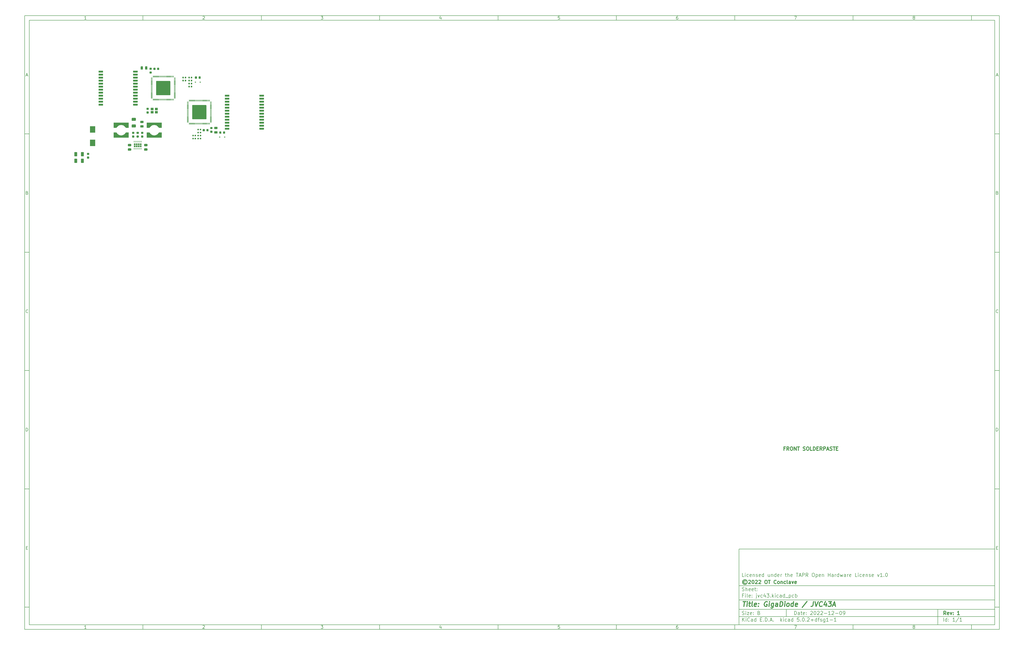
<source format=gbr>
G04 #@! TF.GenerationSoftware,KiCad,Pcbnew,5.0.2+dfsg1-1*
G04 #@! TF.CreationDate,2022-12-09T20:16:51-08:00*
G04 #@! TF.ProjectId,jvc43,6a766334-332e-46b6-9963-61645f706362,1*
G04 #@! TF.SameCoordinates,Original*
G04 #@! TF.FileFunction,Paste,Top*
G04 #@! TF.FilePolarity,Positive*
%FSLAX46Y46*%
G04 Gerber Fmt 4.6, Leading zero omitted, Abs format (unit mm)*
G04 Created by KiCad (PCBNEW 5.0.2+dfsg1-1) date Fri 09 Dec 2022 08:16:51 PM PST*
%MOMM*%
%LPD*%
G01*
G04 APERTURE LIST*
%ADD10C,0.100000*%
%ADD11C,0.150000*%
%ADD12C,0.300000*%
%ADD13C,0.400000*%
%ADD14C,0.950000*%
%ADD15C,6.000000*%
%ADD16C,0.280000*%
%ADD17C,0.762000*%
%ADD18C,0.875000*%
%ADD19C,1.250000*%
%ADD20R,0.250000X0.700000*%
%ADD21R,0.670000X0.685000*%
%ADD22C,0.975000*%
%ADD23R,2.200000X2.700000*%
%ADD24R,1.150000X1.000000*%
%ADD25C,0.590000*%
%ADD26R,0.600000X0.450000*%
G04 APERTURE END LIST*
D10*
D11*
X311800000Y-235400000D02*
X311800000Y-267400000D01*
X419800000Y-267400000D01*
X419800000Y-235400000D01*
X311800000Y-235400000D01*
D10*
D11*
X10000000Y-10000000D02*
X10000000Y-269400000D01*
X421800000Y-269400000D01*
X421800000Y-10000000D01*
X10000000Y-10000000D01*
D10*
D11*
X12000000Y-12000000D02*
X12000000Y-267400000D01*
X419800000Y-267400000D01*
X419800000Y-12000000D01*
X12000000Y-12000000D01*
D10*
D11*
X60000000Y-12000000D02*
X60000000Y-10000000D01*
D10*
D11*
X110000000Y-12000000D02*
X110000000Y-10000000D01*
D10*
D11*
X160000000Y-12000000D02*
X160000000Y-10000000D01*
D10*
D11*
X210000000Y-12000000D02*
X210000000Y-10000000D01*
D10*
D11*
X260000000Y-12000000D02*
X260000000Y-10000000D01*
D10*
D11*
X310000000Y-12000000D02*
X310000000Y-10000000D01*
D10*
D11*
X360000000Y-12000000D02*
X360000000Y-10000000D01*
D10*
D11*
X410000000Y-12000000D02*
X410000000Y-10000000D01*
D10*
D11*
X36065476Y-11588095D02*
X35322619Y-11588095D01*
X35694047Y-11588095D02*
X35694047Y-10288095D01*
X35570238Y-10473809D01*
X35446428Y-10597619D01*
X35322619Y-10659523D01*
D10*
D11*
X85322619Y-10411904D02*
X85384523Y-10350000D01*
X85508333Y-10288095D01*
X85817857Y-10288095D01*
X85941666Y-10350000D01*
X86003571Y-10411904D01*
X86065476Y-10535714D01*
X86065476Y-10659523D01*
X86003571Y-10845238D01*
X85260714Y-11588095D01*
X86065476Y-11588095D01*
D10*
D11*
X135260714Y-10288095D02*
X136065476Y-10288095D01*
X135632142Y-10783333D01*
X135817857Y-10783333D01*
X135941666Y-10845238D01*
X136003571Y-10907142D01*
X136065476Y-11030952D01*
X136065476Y-11340476D01*
X136003571Y-11464285D01*
X135941666Y-11526190D01*
X135817857Y-11588095D01*
X135446428Y-11588095D01*
X135322619Y-11526190D01*
X135260714Y-11464285D01*
D10*
D11*
X185941666Y-10721428D02*
X185941666Y-11588095D01*
X185632142Y-10226190D02*
X185322619Y-11154761D01*
X186127380Y-11154761D01*
D10*
D11*
X236003571Y-10288095D02*
X235384523Y-10288095D01*
X235322619Y-10907142D01*
X235384523Y-10845238D01*
X235508333Y-10783333D01*
X235817857Y-10783333D01*
X235941666Y-10845238D01*
X236003571Y-10907142D01*
X236065476Y-11030952D01*
X236065476Y-11340476D01*
X236003571Y-11464285D01*
X235941666Y-11526190D01*
X235817857Y-11588095D01*
X235508333Y-11588095D01*
X235384523Y-11526190D01*
X235322619Y-11464285D01*
D10*
D11*
X285941666Y-10288095D02*
X285694047Y-10288095D01*
X285570238Y-10350000D01*
X285508333Y-10411904D01*
X285384523Y-10597619D01*
X285322619Y-10845238D01*
X285322619Y-11340476D01*
X285384523Y-11464285D01*
X285446428Y-11526190D01*
X285570238Y-11588095D01*
X285817857Y-11588095D01*
X285941666Y-11526190D01*
X286003571Y-11464285D01*
X286065476Y-11340476D01*
X286065476Y-11030952D01*
X286003571Y-10907142D01*
X285941666Y-10845238D01*
X285817857Y-10783333D01*
X285570238Y-10783333D01*
X285446428Y-10845238D01*
X285384523Y-10907142D01*
X285322619Y-11030952D01*
D10*
D11*
X335260714Y-10288095D02*
X336127380Y-10288095D01*
X335570238Y-11588095D01*
D10*
D11*
X385570238Y-10845238D02*
X385446428Y-10783333D01*
X385384523Y-10721428D01*
X385322619Y-10597619D01*
X385322619Y-10535714D01*
X385384523Y-10411904D01*
X385446428Y-10350000D01*
X385570238Y-10288095D01*
X385817857Y-10288095D01*
X385941666Y-10350000D01*
X386003571Y-10411904D01*
X386065476Y-10535714D01*
X386065476Y-10597619D01*
X386003571Y-10721428D01*
X385941666Y-10783333D01*
X385817857Y-10845238D01*
X385570238Y-10845238D01*
X385446428Y-10907142D01*
X385384523Y-10969047D01*
X385322619Y-11092857D01*
X385322619Y-11340476D01*
X385384523Y-11464285D01*
X385446428Y-11526190D01*
X385570238Y-11588095D01*
X385817857Y-11588095D01*
X385941666Y-11526190D01*
X386003571Y-11464285D01*
X386065476Y-11340476D01*
X386065476Y-11092857D01*
X386003571Y-10969047D01*
X385941666Y-10907142D01*
X385817857Y-10845238D01*
D10*
D11*
X60000000Y-267400000D02*
X60000000Y-269400000D01*
D10*
D11*
X110000000Y-267400000D02*
X110000000Y-269400000D01*
D10*
D11*
X160000000Y-267400000D02*
X160000000Y-269400000D01*
D10*
D11*
X210000000Y-267400000D02*
X210000000Y-269400000D01*
D10*
D11*
X260000000Y-267400000D02*
X260000000Y-269400000D01*
D10*
D11*
X310000000Y-267400000D02*
X310000000Y-269400000D01*
D10*
D11*
X360000000Y-267400000D02*
X360000000Y-269400000D01*
D10*
D11*
X410000000Y-267400000D02*
X410000000Y-269400000D01*
D10*
D11*
X36065476Y-268988095D02*
X35322619Y-268988095D01*
X35694047Y-268988095D02*
X35694047Y-267688095D01*
X35570238Y-267873809D01*
X35446428Y-267997619D01*
X35322619Y-268059523D01*
D10*
D11*
X85322619Y-267811904D02*
X85384523Y-267750000D01*
X85508333Y-267688095D01*
X85817857Y-267688095D01*
X85941666Y-267750000D01*
X86003571Y-267811904D01*
X86065476Y-267935714D01*
X86065476Y-268059523D01*
X86003571Y-268245238D01*
X85260714Y-268988095D01*
X86065476Y-268988095D01*
D10*
D11*
X135260714Y-267688095D02*
X136065476Y-267688095D01*
X135632142Y-268183333D01*
X135817857Y-268183333D01*
X135941666Y-268245238D01*
X136003571Y-268307142D01*
X136065476Y-268430952D01*
X136065476Y-268740476D01*
X136003571Y-268864285D01*
X135941666Y-268926190D01*
X135817857Y-268988095D01*
X135446428Y-268988095D01*
X135322619Y-268926190D01*
X135260714Y-268864285D01*
D10*
D11*
X185941666Y-268121428D02*
X185941666Y-268988095D01*
X185632142Y-267626190D02*
X185322619Y-268554761D01*
X186127380Y-268554761D01*
D10*
D11*
X236003571Y-267688095D02*
X235384523Y-267688095D01*
X235322619Y-268307142D01*
X235384523Y-268245238D01*
X235508333Y-268183333D01*
X235817857Y-268183333D01*
X235941666Y-268245238D01*
X236003571Y-268307142D01*
X236065476Y-268430952D01*
X236065476Y-268740476D01*
X236003571Y-268864285D01*
X235941666Y-268926190D01*
X235817857Y-268988095D01*
X235508333Y-268988095D01*
X235384523Y-268926190D01*
X235322619Y-268864285D01*
D10*
D11*
X285941666Y-267688095D02*
X285694047Y-267688095D01*
X285570238Y-267750000D01*
X285508333Y-267811904D01*
X285384523Y-267997619D01*
X285322619Y-268245238D01*
X285322619Y-268740476D01*
X285384523Y-268864285D01*
X285446428Y-268926190D01*
X285570238Y-268988095D01*
X285817857Y-268988095D01*
X285941666Y-268926190D01*
X286003571Y-268864285D01*
X286065476Y-268740476D01*
X286065476Y-268430952D01*
X286003571Y-268307142D01*
X285941666Y-268245238D01*
X285817857Y-268183333D01*
X285570238Y-268183333D01*
X285446428Y-268245238D01*
X285384523Y-268307142D01*
X285322619Y-268430952D01*
D10*
D11*
X335260714Y-267688095D02*
X336127380Y-267688095D01*
X335570238Y-268988095D01*
D10*
D11*
X385570238Y-268245238D02*
X385446428Y-268183333D01*
X385384523Y-268121428D01*
X385322619Y-267997619D01*
X385322619Y-267935714D01*
X385384523Y-267811904D01*
X385446428Y-267750000D01*
X385570238Y-267688095D01*
X385817857Y-267688095D01*
X385941666Y-267750000D01*
X386003571Y-267811904D01*
X386065476Y-267935714D01*
X386065476Y-267997619D01*
X386003571Y-268121428D01*
X385941666Y-268183333D01*
X385817857Y-268245238D01*
X385570238Y-268245238D01*
X385446428Y-268307142D01*
X385384523Y-268369047D01*
X385322619Y-268492857D01*
X385322619Y-268740476D01*
X385384523Y-268864285D01*
X385446428Y-268926190D01*
X385570238Y-268988095D01*
X385817857Y-268988095D01*
X385941666Y-268926190D01*
X386003571Y-268864285D01*
X386065476Y-268740476D01*
X386065476Y-268492857D01*
X386003571Y-268369047D01*
X385941666Y-268307142D01*
X385817857Y-268245238D01*
D10*
D11*
X10000000Y-60000000D02*
X12000000Y-60000000D01*
D10*
D11*
X10000000Y-110000000D02*
X12000000Y-110000000D01*
D10*
D11*
X10000000Y-160000000D02*
X12000000Y-160000000D01*
D10*
D11*
X10000000Y-210000000D02*
X12000000Y-210000000D01*
D10*
D11*
X10000000Y-260000000D02*
X12000000Y-260000000D01*
D10*
D11*
X10690476Y-35216666D02*
X11309523Y-35216666D01*
X10566666Y-35588095D02*
X11000000Y-34288095D01*
X11433333Y-35588095D01*
D10*
D11*
X11092857Y-84907142D02*
X11278571Y-84969047D01*
X11340476Y-85030952D01*
X11402380Y-85154761D01*
X11402380Y-85340476D01*
X11340476Y-85464285D01*
X11278571Y-85526190D01*
X11154761Y-85588095D01*
X10659523Y-85588095D01*
X10659523Y-84288095D01*
X11092857Y-84288095D01*
X11216666Y-84350000D01*
X11278571Y-84411904D01*
X11340476Y-84535714D01*
X11340476Y-84659523D01*
X11278571Y-84783333D01*
X11216666Y-84845238D01*
X11092857Y-84907142D01*
X10659523Y-84907142D01*
D10*
D11*
X11402380Y-135464285D02*
X11340476Y-135526190D01*
X11154761Y-135588095D01*
X11030952Y-135588095D01*
X10845238Y-135526190D01*
X10721428Y-135402380D01*
X10659523Y-135278571D01*
X10597619Y-135030952D01*
X10597619Y-134845238D01*
X10659523Y-134597619D01*
X10721428Y-134473809D01*
X10845238Y-134350000D01*
X11030952Y-134288095D01*
X11154761Y-134288095D01*
X11340476Y-134350000D01*
X11402380Y-134411904D01*
D10*
D11*
X10659523Y-185588095D02*
X10659523Y-184288095D01*
X10969047Y-184288095D01*
X11154761Y-184350000D01*
X11278571Y-184473809D01*
X11340476Y-184597619D01*
X11402380Y-184845238D01*
X11402380Y-185030952D01*
X11340476Y-185278571D01*
X11278571Y-185402380D01*
X11154761Y-185526190D01*
X10969047Y-185588095D01*
X10659523Y-185588095D01*
D10*
D11*
X10721428Y-234907142D02*
X11154761Y-234907142D01*
X11340476Y-235588095D02*
X10721428Y-235588095D01*
X10721428Y-234288095D01*
X11340476Y-234288095D01*
D10*
D11*
X421800000Y-60000000D02*
X419800000Y-60000000D01*
D10*
D11*
X421800000Y-110000000D02*
X419800000Y-110000000D01*
D10*
D11*
X421800000Y-160000000D02*
X419800000Y-160000000D01*
D10*
D11*
X421800000Y-210000000D02*
X419800000Y-210000000D01*
D10*
D11*
X421800000Y-260000000D02*
X419800000Y-260000000D01*
D10*
D11*
X420490476Y-35216666D02*
X421109523Y-35216666D01*
X420366666Y-35588095D02*
X420800000Y-34288095D01*
X421233333Y-35588095D01*
D10*
D11*
X420892857Y-84907142D02*
X421078571Y-84969047D01*
X421140476Y-85030952D01*
X421202380Y-85154761D01*
X421202380Y-85340476D01*
X421140476Y-85464285D01*
X421078571Y-85526190D01*
X420954761Y-85588095D01*
X420459523Y-85588095D01*
X420459523Y-84288095D01*
X420892857Y-84288095D01*
X421016666Y-84350000D01*
X421078571Y-84411904D01*
X421140476Y-84535714D01*
X421140476Y-84659523D01*
X421078571Y-84783333D01*
X421016666Y-84845238D01*
X420892857Y-84907142D01*
X420459523Y-84907142D01*
D10*
D11*
X421202380Y-135464285D02*
X421140476Y-135526190D01*
X420954761Y-135588095D01*
X420830952Y-135588095D01*
X420645238Y-135526190D01*
X420521428Y-135402380D01*
X420459523Y-135278571D01*
X420397619Y-135030952D01*
X420397619Y-134845238D01*
X420459523Y-134597619D01*
X420521428Y-134473809D01*
X420645238Y-134350000D01*
X420830952Y-134288095D01*
X420954761Y-134288095D01*
X421140476Y-134350000D01*
X421202380Y-134411904D01*
D10*
D11*
X420459523Y-185588095D02*
X420459523Y-184288095D01*
X420769047Y-184288095D01*
X420954761Y-184350000D01*
X421078571Y-184473809D01*
X421140476Y-184597619D01*
X421202380Y-184845238D01*
X421202380Y-185030952D01*
X421140476Y-185278571D01*
X421078571Y-185402380D01*
X420954761Y-185526190D01*
X420769047Y-185588095D01*
X420459523Y-185588095D01*
D10*
D11*
X420521428Y-234907142D02*
X420954761Y-234907142D01*
X421140476Y-235588095D02*
X420521428Y-235588095D01*
X420521428Y-234288095D01*
X421140476Y-234288095D01*
D10*
D11*
X335232142Y-263178571D02*
X335232142Y-261678571D01*
X335589285Y-261678571D01*
X335803571Y-261750000D01*
X335946428Y-261892857D01*
X336017857Y-262035714D01*
X336089285Y-262321428D01*
X336089285Y-262535714D01*
X336017857Y-262821428D01*
X335946428Y-262964285D01*
X335803571Y-263107142D01*
X335589285Y-263178571D01*
X335232142Y-263178571D01*
X337375000Y-263178571D02*
X337375000Y-262392857D01*
X337303571Y-262250000D01*
X337160714Y-262178571D01*
X336875000Y-262178571D01*
X336732142Y-262250000D01*
X337375000Y-263107142D02*
X337232142Y-263178571D01*
X336875000Y-263178571D01*
X336732142Y-263107142D01*
X336660714Y-262964285D01*
X336660714Y-262821428D01*
X336732142Y-262678571D01*
X336875000Y-262607142D01*
X337232142Y-262607142D01*
X337375000Y-262535714D01*
X337875000Y-262178571D02*
X338446428Y-262178571D01*
X338089285Y-261678571D02*
X338089285Y-262964285D01*
X338160714Y-263107142D01*
X338303571Y-263178571D01*
X338446428Y-263178571D01*
X339517857Y-263107142D02*
X339375000Y-263178571D01*
X339089285Y-263178571D01*
X338946428Y-263107142D01*
X338875000Y-262964285D01*
X338875000Y-262392857D01*
X338946428Y-262250000D01*
X339089285Y-262178571D01*
X339375000Y-262178571D01*
X339517857Y-262250000D01*
X339589285Y-262392857D01*
X339589285Y-262535714D01*
X338875000Y-262678571D01*
X340232142Y-263035714D02*
X340303571Y-263107142D01*
X340232142Y-263178571D01*
X340160714Y-263107142D01*
X340232142Y-263035714D01*
X340232142Y-263178571D01*
X340232142Y-262250000D02*
X340303571Y-262321428D01*
X340232142Y-262392857D01*
X340160714Y-262321428D01*
X340232142Y-262250000D01*
X340232142Y-262392857D01*
X342017857Y-261821428D02*
X342089285Y-261750000D01*
X342232142Y-261678571D01*
X342589285Y-261678571D01*
X342732142Y-261750000D01*
X342803571Y-261821428D01*
X342875000Y-261964285D01*
X342875000Y-262107142D01*
X342803571Y-262321428D01*
X341946428Y-263178571D01*
X342875000Y-263178571D01*
X343803571Y-261678571D02*
X343946428Y-261678571D01*
X344089285Y-261750000D01*
X344160714Y-261821428D01*
X344232142Y-261964285D01*
X344303571Y-262250000D01*
X344303571Y-262607142D01*
X344232142Y-262892857D01*
X344160714Y-263035714D01*
X344089285Y-263107142D01*
X343946428Y-263178571D01*
X343803571Y-263178571D01*
X343660714Y-263107142D01*
X343589285Y-263035714D01*
X343517857Y-262892857D01*
X343446428Y-262607142D01*
X343446428Y-262250000D01*
X343517857Y-261964285D01*
X343589285Y-261821428D01*
X343660714Y-261750000D01*
X343803571Y-261678571D01*
X344875000Y-261821428D02*
X344946428Y-261750000D01*
X345089285Y-261678571D01*
X345446428Y-261678571D01*
X345589285Y-261750000D01*
X345660714Y-261821428D01*
X345732142Y-261964285D01*
X345732142Y-262107142D01*
X345660714Y-262321428D01*
X344803571Y-263178571D01*
X345732142Y-263178571D01*
X346303571Y-261821428D02*
X346375000Y-261750000D01*
X346517857Y-261678571D01*
X346875000Y-261678571D01*
X347017857Y-261750000D01*
X347089285Y-261821428D01*
X347160714Y-261964285D01*
X347160714Y-262107142D01*
X347089285Y-262321428D01*
X346232142Y-263178571D01*
X347160714Y-263178571D01*
X347803571Y-262607142D02*
X348946428Y-262607142D01*
X350446428Y-263178571D02*
X349589285Y-263178571D01*
X350017857Y-263178571D02*
X350017857Y-261678571D01*
X349875000Y-261892857D01*
X349732142Y-262035714D01*
X349589285Y-262107142D01*
X351017857Y-261821428D02*
X351089285Y-261750000D01*
X351232142Y-261678571D01*
X351589285Y-261678571D01*
X351732142Y-261750000D01*
X351803571Y-261821428D01*
X351875000Y-261964285D01*
X351875000Y-262107142D01*
X351803571Y-262321428D01*
X350946428Y-263178571D01*
X351875000Y-263178571D01*
X352517857Y-262607142D02*
X353660714Y-262607142D01*
X354660714Y-261678571D02*
X354803571Y-261678571D01*
X354946428Y-261750000D01*
X355017857Y-261821428D01*
X355089285Y-261964285D01*
X355160714Y-262250000D01*
X355160714Y-262607142D01*
X355089285Y-262892857D01*
X355017857Y-263035714D01*
X354946428Y-263107142D01*
X354803571Y-263178571D01*
X354660714Y-263178571D01*
X354517857Y-263107142D01*
X354446428Y-263035714D01*
X354375000Y-262892857D01*
X354303571Y-262607142D01*
X354303571Y-262250000D01*
X354375000Y-261964285D01*
X354446428Y-261821428D01*
X354517857Y-261750000D01*
X354660714Y-261678571D01*
X355875000Y-263178571D02*
X356160714Y-263178571D01*
X356303571Y-263107142D01*
X356375000Y-263035714D01*
X356517857Y-262821428D01*
X356589285Y-262535714D01*
X356589285Y-261964285D01*
X356517857Y-261821428D01*
X356446428Y-261750000D01*
X356303571Y-261678571D01*
X356017857Y-261678571D01*
X355875000Y-261750000D01*
X355803571Y-261821428D01*
X355732142Y-261964285D01*
X355732142Y-262321428D01*
X355803571Y-262464285D01*
X355875000Y-262535714D01*
X356017857Y-262607142D01*
X356303571Y-262607142D01*
X356446428Y-262535714D01*
X356517857Y-262464285D01*
X356589285Y-262321428D01*
D10*
D11*
X311800000Y-263900000D02*
X419800000Y-263900000D01*
D10*
D11*
X313232142Y-265978571D02*
X313232142Y-264478571D01*
X314089285Y-265978571D02*
X313446428Y-265121428D01*
X314089285Y-264478571D02*
X313232142Y-265335714D01*
X314732142Y-265978571D02*
X314732142Y-264978571D01*
X314732142Y-264478571D02*
X314660714Y-264550000D01*
X314732142Y-264621428D01*
X314803571Y-264550000D01*
X314732142Y-264478571D01*
X314732142Y-264621428D01*
X316303571Y-265835714D02*
X316232142Y-265907142D01*
X316017857Y-265978571D01*
X315875000Y-265978571D01*
X315660714Y-265907142D01*
X315517857Y-265764285D01*
X315446428Y-265621428D01*
X315375000Y-265335714D01*
X315375000Y-265121428D01*
X315446428Y-264835714D01*
X315517857Y-264692857D01*
X315660714Y-264550000D01*
X315875000Y-264478571D01*
X316017857Y-264478571D01*
X316232142Y-264550000D01*
X316303571Y-264621428D01*
X317589285Y-265978571D02*
X317589285Y-265192857D01*
X317517857Y-265050000D01*
X317375000Y-264978571D01*
X317089285Y-264978571D01*
X316946428Y-265050000D01*
X317589285Y-265907142D02*
X317446428Y-265978571D01*
X317089285Y-265978571D01*
X316946428Y-265907142D01*
X316875000Y-265764285D01*
X316875000Y-265621428D01*
X316946428Y-265478571D01*
X317089285Y-265407142D01*
X317446428Y-265407142D01*
X317589285Y-265335714D01*
X318946428Y-265978571D02*
X318946428Y-264478571D01*
X318946428Y-265907142D02*
X318803571Y-265978571D01*
X318517857Y-265978571D01*
X318375000Y-265907142D01*
X318303571Y-265835714D01*
X318232142Y-265692857D01*
X318232142Y-265264285D01*
X318303571Y-265121428D01*
X318375000Y-265050000D01*
X318517857Y-264978571D01*
X318803571Y-264978571D01*
X318946428Y-265050000D01*
X320803571Y-265192857D02*
X321303571Y-265192857D01*
X321517857Y-265978571D02*
X320803571Y-265978571D01*
X320803571Y-264478571D01*
X321517857Y-264478571D01*
X322160714Y-265835714D02*
X322232142Y-265907142D01*
X322160714Y-265978571D01*
X322089285Y-265907142D01*
X322160714Y-265835714D01*
X322160714Y-265978571D01*
X322875000Y-265978571D02*
X322875000Y-264478571D01*
X323232142Y-264478571D01*
X323446428Y-264550000D01*
X323589285Y-264692857D01*
X323660714Y-264835714D01*
X323732142Y-265121428D01*
X323732142Y-265335714D01*
X323660714Y-265621428D01*
X323589285Y-265764285D01*
X323446428Y-265907142D01*
X323232142Y-265978571D01*
X322875000Y-265978571D01*
X324375000Y-265835714D02*
X324446428Y-265907142D01*
X324375000Y-265978571D01*
X324303571Y-265907142D01*
X324375000Y-265835714D01*
X324375000Y-265978571D01*
X325017857Y-265550000D02*
X325732142Y-265550000D01*
X324875000Y-265978571D02*
X325375000Y-264478571D01*
X325875000Y-265978571D01*
X326375000Y-265835714D02*
X326446428Y-265907142D01*
X326375000Y-265978571D01*
X326303571Y-265907142D01*
X326375000Y-265835714D01*
X326375000Y-265978571D01*
X329375000Y-265978571D02*
X329375000Y-264478571D01*
X329517857Y-265407142D02*
X329946428Y-265978571D01*
X329946428Y-264978571D02*
X329375000Y-265550000D01*
X330589285Y-265978571D02*
X330589285Y-264978571D01*
X330589285Y-264478571D02*
X330517857Y-264550000D01*
X330589285Y-264621428D01*
X330660714Y-264550000D01*
X330589285Y-264478571D01*
X330589285Y-264621428D01*
X331946428Y-265907142D02*
X331803571Y-265978571D01*
X331517857Y-265978571D01*
X331375000Y-265907142D01*
X331303571Y-265835714D01*
X331232142Y-265692857D01*
X331232142Y-265264285D01*
X331303571Y-265121428D01*
X331375000Y-265050000D01*
X331517857Y-264978571D01*
X331803571Y-264978571D01*
X331946428Y-265050000D01*
X333232142Y-265978571D02*
X333232142Y-265192857D01*
X333160714Y-265050000D01*
X333017857Y-264978571D01*
X332732142Y-264978571D01*
X332589285Y-265050000D01*
X333232142Y-265907142D02*
X333089285Y-265978571D01*
X332732142Y-265978571D01*
X332589285Y-265907142D01*
X332517857Y-265764285D01*
X332517857Y-265621428D01*
X332589285Y-265478571D01*
X332732142Y-265407142D01*
X333089285Y-265407142D01*
X333232142Y-265335714D01*
X334589285Y-265978571D02*
X334589285Y-264478571D01*
X334589285Y-265907142D02*
X334446428Y-265978571D01*
X334160714Y-265978571D01*
X334017857Y-265907142D01*
X333946428Y-265835714D01*
X333875000Y-265692857D01*
X333875000Y-265264285D01*
X333946428Y-265121428D01*
X334017857Y-265050000D01*
X334160714Y-264978571D01*
X334446428Y-264978571D01*
X334589285Y-265050000D01*
X337160714Y-264478571D02*
X336446428Y-264478571D01*
X336375000Y-265192857D01*
X336446428Y-265121428D01*
X336589285Y-265050000D01*
X336946428Y-265050000D01*
X337089285Y-265121428D01*
X337160714Y-265192857D01*
X337232142Y-265335714D01*
X337232142Y-265692857D01*
X337160714Y-265835714D01*
X337089285Y-265907142D01*
X336946428Y-265978571D01*
X336589285Y-265978571D01*
X336446428Y-265907142D01*
X336375000Y-265835714D01*
X337875000Y-265835714D02*
X337946428Y-265907142D01*
X337875000Y-265978571D01*
X337803571Y-265907142D01*
X337875000Y-265835714D01*
X337875000Y-265978571D01*
X338875000Y-264478571D02*
X339017857Y-264478571D01*
X339160714Y-264550000D01*
X339232142Y-264621428D01*
X339303571Y-264764285D01*
X339375000Y-265050000D01*
X339375000Y-265407142D01*
X339303571Y-265692857D01*
X339232142Y-265835714D01*
X339160714Y-265907142D01*
X339017857Y-265978571D01*
X338875000Y-265978571D01*
X338732142Y-265907142D01*
X338660714Y-265835714D01*
X338589285Y-265692857D01*
X338517857Y-265407142D01*
X338517857Y-265050000D01*
X338589285Y-264764285D01*
X338660714Y-264621428D01*
X338732142Y-264550000D01*
X338875000Y-264478571D01*
X340017857Y-265835714D02*
X340089285Y-265907142D01*
X340017857Y-265978571D01*
X339946428Y-265907142D01*
X340017857Y-265835714D01*
X340017857Y-265978571D01*
X340660714Y-264621428D02*
X340732142Y-264550000D01*
X340875000Y-264478571D01*
X341232142Y-264478571D01*
X341375000Y-264550000D01*
X341446428Y-264621428D01*
X341517857Y-264764285D01*
X341517857Y-264907142D01*
X341446428Y-265121428D01*
X340589285Y-265978571D01*
X341517857Y-265978571D01*
X342160714Y-265407142D02*
X343303571Y-265407142D01*
X342732142Y-265978571D02*
X342732142Y-264835714D01*
X344660714Y-265978571D02*
X344660714Y-264478571D01*
X344660714Y-265907142D02*
X344517857Y-265978571D01*
X344232142Y-265978571D01*
X344089285Y-265907142D01*
X344017857Y-265835714D01*
X343946428Y-265692857D01*
X343946428Y-265264285D01*
X344017857Y-265121428D01*
X344089285Y-265050000D01*
X344232142Y-264978571D01*
X344517857Y-264978571D01*
X344660714Y-265050000D01*
X345160714Y-264978571D02*
X345732142Y-264978571D01*
X345375000Y-265978571D02*
X345375000Y-264692857D01*
X345446428Y-264550000D01*
X345589285Y-264478571D01*
X345732142Y-264478571D01*
X346160714Y-265907142D02*
X346303571Y-265978571D01*
X346589285Y-265978571D01*
X346732142Y-265907142D01*
X346803571Y-265764285D01*
X346803571Y-265692857D01*
X346732142Y-265550000D01*
X346589285Y-265478571D01*
X346375000Y-265478571D01*
X346232142Y-265407142D01*
X346160714Y-265264285D01*
X346160714Y-265192857D01*
X346232142Y-265050000D01*
X346375000Y-264978571D01*
X346589285Y-264978571D01*
X346732142Y-265050000D01*
X348089285Y-264978571D02*
X348089285Y-266192857D01*
X348017857Y-266335714D01*
X347946428Y-266407142D01*
X347803571Y-266478571D01*
X347589285Y-266478571D01*
X347446428Y-266407142D01*
X348089285Y-265907142D02*
X347946428Y-265978571D01*
X347660714Y-265978571D01*
X347517857Y-265907142D01*
X347446428Y-265835714D01*
X347375000Y-265692857D01*
X347375000Y-265264285D01*
X347446428Y-265121428D01*
X347517857Y-265050000D01*
X347660714Y-264978571D01*
X347946428Y-264978571D01*
X348089285Y-265050000D01*
X349589285Y-265978571D02*
X348732142Y-265978571D01*
X349160714Y-265978571D02*
X349160714Y-264478571D01*
X349017857Y-264692857D01*
X348875000Y-264835714D01*
X348732142Y-264907142D01*
X350232142Y-265407142D02*
X351375000Y-265407142D01*
X352875000Y-265978571D02*
X352017857Y-265978571D01*
X352446428Y-265978571D02*
X352446428Y-264478571D01*
X352303571Y-264692857D01*
X352160714Y-264835714D01*
X352017857Y-264907142D01*
D10*
D11*
X311800000Y-260900000D02*
X419800000Y-260900000D01*
D10*
D12*
X399209285Y-263178571D02*
X398709285Y-262464285D01*
X398352142Y-263178571D02*
X398352142Y-261678571D01*
X398923571Y-261678571D01*
X399066428Y-261750000D01*
X399137857Y-261821428D01*
X399209285Y-261964285D01*
X399209285Y-262178571D01*
X399137857Y-262321428D01*
X399066428Y-262392857D01*
X398923571Y-262464285D01*
X398352142Y-262464285D01*
X400423571Y-263107142D02*
X400280714Y-263178571D01*
X399995000Y-263178571D01*
X399852142Y-263107142D01*
X399780714Y-262964285D01*
X399780714Y-262392857D01*
X399852142Y-262250000D01*
X399995000Y-262178571D01*
X400280714Y-262178571D01*
X400423571Y-262250000D01*
X400495000Y-262392857D01*
X400495000Y-262535714D01*
X399780714Y-262678571D01*
X400995000Y-262178571D02*
X401352142Y-263178571D01*
X401709285Y-262178571D01*
X402280714Y-263035714D02*
X402352142Y-263107142D01*
X402280714Y-263178571D01*
X402209285Y-263107142D01*
X402280714Y-263035714D01*
X402280714Y-263178571D01*
X402280714Y-262250000D02*
X402352142Y-262321428D01*
X402280714Y-262392857D01*
X402209285Y-262321428D01*
X402280714Y-262250000D01*
X402280714Y-262392857D01*
X404923571Y-263178571D02*
X404066428Y-263178571D01*
X404495000Y-263178571D02*
X404495000Y-261678571D01*
X404352142Y-261892857D01*
X404209285Y-262035714D01*
X404066428Y-262107142D01*
D10*
D11*
X313160714Y-263107142D02*
X313375000Y-263178571D01*
X313732142Y-263178571D01*
X313875000Y-263107142D01*
X313946428Y-263035714D01*
X314017857Y-262892857D01*
X314017857Y-262750000D01*
X313946428Y-262607142D01*
X313875000Y-262535714D01*
X313732142Y-262464285D01*
X313446428Y-262392857D01*
X313303571Y-262321428D01*
X313232142Y-262250000D01*
X313160714Y-262107142D01*
X313160714Y-261964285D01*
X313232142Y-261821428D01*
X313303571Y-261750000D01*
X313446428Y-261678571D01*
X313803571Y-261678571D01*
X314017857Y-261750000D01*
X314660714Y-263178571D02*
X314660714Y-262178571D01*
X314660714Y-261678571D02*
X314589285Y-261750000D01*
X314660714Y-261821428D01*
X314732142Y-261750000D01*
X314660714Y-261678571D01*
X314660714Y-261821428D01*
X315232142Y-262178571D02*
X316017857Y-262178571D01*
X315232142Y-263178571D01*
X316017857Y-263178571D01*
X317160714Y-263107142D02*
X317017857Y-263178571D01*
X316732142Y-263178571D01*
X316589285Y-263107142D01*
X316517857Y-262964285D01*
X316517857Y-262392857D01*
X316589285Y-262250000D01*
X316732142Y-262178571D01*
X317017857Y-262178571D01*
X317160714Y-262250000D01*
X317232142Y-262392857D01*
X317232142Y-262535714D01*
X316517857Y-262678571D01*
X317875000Y-263035714D02*
X317946428Y-263107142D01*
X317875000Y-263178571D01*
X317803571Y-263107142D01*
X317875000Y-263035714D01*
X317875000Y-263178571D01*
X317875000Y-262250000D02*
X317946428Y-262321428D01*
X317875000Y-262392857D01*
X317803571Y-262321428D01*
X317875000Y-262250000D01*
X317875000Y-262392857D01*
X320232142Y-262392857D02*
X320446428Y-262464285D01*
X320517857Y-262535714D01*
X320589285Y-262678571D01*
X320589285Y-262892857D01*
X320517857Y-263035714D01*
X320446428Y-263107142D01*
X320303571Y-263178571D01*
X319732142Y-263178571D01*
X319732142Y-261678571D01*
X320232142Y-261678571D01*
X320375000Y-261750000D01*
X320446428Y-261821428D01*
X320517857Y-261964285D01*
X320517857Y-262107142D01*
X320446428Y-262250000D01*
X320375000Y-262321428D01*
X320232142Y-262392857D01*
X319732142Y-262392857D01*
D10*
D11*
X398232142Y-265978571D02*
X398232142Y-264478571D01*
X399589285Y-265978571D02*
X399589285Y-264478571D01*
X399589285Y-265907142D02*
X399446428Y-265978571D01*
X399160714Y-265978571D01*
X399017857Y-265907142D01*
X398946428Y-265835714D01*
X398875000Y-265692857D01*
X398875000Y-265264285D01*
X398946428Y-265121428D01*
X399017857Y-265050000D01*
X399160714Y-264978571D01*
X399446428Y-264978571D01*
X399589285Y-265050000D01*
X400303571Y-265835714D02*
X400375000Y-265907142D01*
X400303571Y-265978571D01*
X400232142Y-265907142D01*
X400303571Y-265835714D01*
X400303571Y-265978571D01*
X400303571Y-265050000D02*
X400375000Y-265121428D01*
X400303571Y-265192857D01*
X400232142Y-265121428D01*
X400303571Y-265050000D01*
X400303571Y-265192857D01*
X402946428Y-265978571D02*
X402089285Y-265978571D01*
X402517857Y-265978571D02*
X402517857Y-264478571D01*
X402375000Y-264692857D01*
X402232142Y-264835714D01*
X402089285Y-264907142D01*
X404660714Y-264407142D02*
X403375000Y-266335714D01*
X405946428Y-265978571D02*
X405089285Y-265978571D01*
X405517857Y-265978571D02*
X405517857Y-264478571D01*
X405375000Y-264692857D01*
X405232142Y-264835714D01*
X405089285Y-264907142D01*
D10*
D11*
X311800000Y-256900000D02*
X419800000Y-256900000D01*
D10*
D13*
X313512380Y-257604761D02*
X314655238Y-257604761D01*
X313833809Y-259604761D02*
X314083809Y-257604761D01*
X315071904Y-259604761D02*
X315238571Y-258271428D01*
X315321904Y-257604761D02*
X315214761Y-257700000D01*
X315298095Y-257795238D01*
X315405238Y-257700000D01*
X315321904Y-257604761D01*
X315298095Y-257795238D01*
X315905238Y-258271428D02*
X316667142Y-258271428D01*
X316274285Y-257604761D02*
X316060000Y-259319047D01*
X316131428Y-259509523D01*
X316310000Y-259604761D01*
X316500476Y-259604761D01*
X317452857Y-259604761D02*
X317274285Y-259509523D01*
X317202857Y-259319047D01*
X317417142Y-257604761D01*
X318988571Y-259509523D02*
X318786190Y-259604761D01*
X318405238Y-259604761D01*
X318226666Y-259509523D01*
X318155238Y-259319047D01*
X318250476Y-258557142D01*
X318369523Y-258366666D01*
X318571904Y-258271428D01*
X318952857Y-258271428D01*
X319131428Y-258366666D01*
X319202857Y-258557142D01*
X319179047Y-258747619D01*
X318202857Y-258938095D01*
X319952857Y-259414285D02*
X320036190Y-259509523D01*
X319929047Y-259604761D01*
X319845714Y-259509523D01*
X319952857Y-259414285D01*
X319929047Y-259604761D01*
X320083809Y-258366666D02*
X320167142Y-258461904D01*
X320060000Y-258557142D01*
X319976666Y-258461904D01*
X320083809Y-258366666D01*
X320060000Y-258557142D01*
X323690952Y-257700000D02*
X323512380Y-257604761D01*
X323226666Y-257604761D01*
X322929047Y-257700000D01*
X322714761Y-257890476D01*
X322595714Y-258080952D01*
X322452857Y-258461904D01*
X322417142Y-258747619D01*
X322464761Y-259128571D01*
X322536190Y-259319047D01*
X322702857Y-259509523D01*
X322976666Y-259604761D01*
X323167142Y-259604761D01*
X323464761Y-259509523D01*
X323571904Y-259414285D01*
X323655238Y-258747619D01*
X323274285Y-258747619D01*
X324405238Y-259604761D02*
X324571904Y-258271428D01*
X324655238Y-257604761D02*
X324548095Y-257700000D01*
X324631428Y-257795238D01*
X324738571Y-257700000D01*
X324655238Y-257604761D01*
X324631428Y-257795238D01*
X326381428Y-258271428D02*
X326179047Y-259890476D01*
X326060000Y-260080952D01*
X325952857Y-260176190D01*
X325750476Y-260271428D01*
X325464761Y-260271428D01*
X325286190Y-260176190D01*
X326226666Y-259509523D02*
X326024285Y-259604761D01*
X325643333Y-259604761D01*
X325464761Y-259509523D01*
X325381428Y-259414285D01*
X325310000Y-259223809D01*
X325381428Y-258652380D01*
X325500476Y-258461904D01*
X325607619Y-258366666D01*
X325810000Y-258271428D01*
X326190952Y-258271428D01*
X326369523Y-258366666D01*
X328024285Y-259604761D02*
X328155238Y-258557142D01*
X328083809Y-258366666D01*
X327905238Y-258271428D01*
X327524285Y-258271428D01*
X327321904Y-258366666D01*
X328036190Y-259509523D02*
X327833809Y-259604761D01*
X327357619Y-259604761D01*
X327179047Y-259509523D01*
X327107619Y-259319047D01*
X327131428Y-259128571D01*
X327250476Y-258938095D01*
X327452857Y-258842857D01*
X327929047Y-258842857D01*
X328131428Y-258747619D01*
X328976666Y-259604761D02*
X329226666Y-257604761D01*
X329702857Y-257604761D01*
X329976666Y-257700000D01*
X330143333Y-257890476D01*
X330214761Y-258080952D01*
X330262380Y-258461904D01*
X330226666Y-258747619D01*
X330083809Y-259128571D01*
X329964761Y-259319047D01*
X329750476Y-259509523D01*
X329452857Y-259604761D01*
X328976666Y-259604761D01*
X330976666Y-259604761D02*
X331143333Y-258271428D01*
X331226666Y-257604761D02*
X331119523Y-257700000D01*
X331202857Y-257795238D01*
X331310000Y-257700000D01*
X331226666Y-257604761D01*
X331202857Y-257795238D01*
X332214761Y-259604761D02*
X332036190Y-259509523D01*
X331952857Y-259414285D01*
X331881428Y-259223809D01*
X331952857Y-258652380D01*
X332071904Y-258461904D01*
X332179047Y-258366666D01*
X332381428Y-258271428D01*
X332667142Y-258271428D01*
X332845714Y-258366666D01*
X332929047Y-258461904D01*
X333000476Y-258652380D01*
X332929047Y-259223809D01*
X332810000Y-259414285D01*
X332702857Y-259509523D01*
X332500476Y-259604761D01*
X332214761Y-259604761D01*
X334595714Y-259604761D02*
X334845714Y-257604761D01*
X334607619Y-259509523D02*
X334405238Y-259604761D01*
X334024285Y-259604761D01*
X333845714Y-259509523D01*
X333762380Y-259414285D01*
X333690952Y-259223809D01*
X333762380Y-258652380D01*
X333881428Y-258461904D01*
X333988571Y-258366666D01*
X334190952Y-258271428D01*
X334571904Y-258271428D01*
X334750476Y-258366666D01*
X336321904Y-259509523D02*
X336119523Y-259604761D01*
X335738571Y-259604761D01*
X335560000Y-259509523D01*
X335488571Y-259319047D01*
X335583809Y-258557142D01*
X335702857Y-258366666D01*
X335905238Y-258271428D01*
X336286190Y-258271428D01*
X336464761Y-258366666D01*
X336536190Y-258557142D01*
X336512380Y-258747619D01*
X335536190Y-258938095D01*
X340476666Y-257509523D02*
X338440952Y-260080952D01*
X343226666Y-257604761D02*
X343048095Y-259033333D01*
X342917142Y-259319047D01*
X342702857Y-259509523D01*
X342405238Y-259604761D01*
X342214761Y-259604761D01*
X343893333Y-257604761D02*
X344310000Y-259604761D01*
X345226666Y-257604761D01*
X346810000Y-259414285D02*
X346702857Y-259509523D01*
X346405238Y-259604761D01*
X346214761Y-259604761D01*
X345940952Y-259509523D01*
X345774285Y-259319047D01*
X345702857Y-259128571D01*
X345655238Y-258747619D01*
X345690952Y-258461904D01*
X345833809Y-258080952D01*
X345952857Y-257890476D01*
X346167142Y-257700000D01*
X346464761Y-257604761D01*
X346655238Y-257604761D01*
X346929047Y-257700000D01*
X347012380Y-257795238D01*
X348667142Y-258271428D02*
X348500476Y-259604761D01*
X348286190Y-257509523D02*
X347631428Y-258938095D01*
X348869523Y-258938095D01*
X349607619Y-257604761D02*
X350845714Y-257604761D01*
X350083809Y-258366666D01*
X350369523Y-258366666D01*
X350548095Y-258461904D01*
X350631428Y-258557142D01*
X350702857Y-258747619D01*
X350643333Y-259223809D01*
X350524285Y-259414285D01*
X350417142Y-259509523D01*
X350214761Y-259604761D01*
X349643333Y-259604761D01*
X349464761Y-259509523D01*
X349381428Y-259414285D01*
X351429047Y-259033333D02*
X352381428Y-259033333D01*
X351167142Y-259604761D02*
X352083809Y-257604761D01*
X352500476Y-259604761D01*
D10*
D11*
X313732142Y-254992857D02*
X313232142Y-254992857D01*
X313232142Y-255778571D02*
X313232142Y-254278571D01*
X313946428Y-254278571D01*
X314517857Y-255778571D02*
X314517857Y-254778571D01*
X314517857Y-254278571D02*
X314446428Y-254350000D01*
X314517857Y-254421428D01*
X314589285Y-254350000D01*
X314517857Y-254278571D01*
X314517857Y-254421428D01*
X315446428Y-255778571D02*
X315303571Y-255707142D01*
X315232142Y-255564285D01*
X315232142Y-254278571D01*
X316589285Y-255707142D02*
X316446428Y-255778571D01*
X316160714Y-255778571D01*
X316017857Y-255707142D01*
X315946428Y-255564285D01*
X315946428Y-254992857D01*
X316017857Y-254850000D01*
X316160714Y-254778571D01*
X316446428Y-254778571D01*
X316589285Y-254850000D01*
X316660714Y-254992857D01*
X316660714Y-255135714D01*
X315946428Y-255278571D01*
X317303571Y-255635714D02*
X317375000Y-255707142D01*
X317303571Y-255778571D01*
X317232142Y-255707142D01*
X317303571Y-255635714D01*
X317303571Y-255778571D01*
X317303571Y-254850000D02*
X317375000Y-254921428D01*
X317303571Y-254992857D01*
X317232142Y-254921428D01*
X317303571Y-254850000D01*
X317303571Y-254992857D01*
X319160714Y-254778571D02*
X319160714Y-256064285D01*
X319089285Y-256207142D01*
X318946428Y-256278571D01*
X318875000Y-256278571D01*
X319160714Y-254278571D02*
X319089285Y-254350000D01*
X319160714Y-254421428D01*
X319232142Y-254350000D01*
X319160714Y-254278571D01*
X319160714Y-254421428D01*
X319732142Y-254778571D02*
X320089285Y-255778571D01*
X320446428Y-254778571D01*
X321660714Y-255707142D02*
X321517857Y-255778571D01*
X321232142Y-255778571D01*
X321089285Y-255707142D01*
X321017857Y-255635714D01*
X320946428Y-255492857D01*
X320946428Y-255064285D01*
X321017857Y-254921428D01*
X321089285Y-254850000D01*
X321232142Y-254778571D01*
X321517857Y-254778571D01*
X321660714Y-254850000D01*
X322946428Y-254778571D02*
X322946428Y-255778571D01*
X322589285Y-254207142D02*
X322232142Y-255278571D01*
X323160714Y-255278571D01*
X323589285Y-254278571D02*
X324517857Y-254278571D01*
X324017857Y-254850000D01*
X324232142Y-254850000D01*
X324375000Y-254921428D01*
X324446428Y-254992857D01*
X324517857Y-255135714D01*
X324517857Y-255492857D01*
X324446428Y-255635714D01*
X324375000Y-255707142D01*
X324232142Y-255778571D01*
X323803571Y-255778571D01*
X323660714Y-255707142D01*
X323589285Y-255635714D01*
X325160714Y-255635714D02*
X325232142Y-255707142D01*
X325160714Y-255778571D01*
X325089285Y-255707142D01*
X325160714Y-255635714D01*
X325160714Y-255778571D01*
X325875000Y-255778571D02*
X325875000Y-254278571D01*
X326017857Y-255207142D02*
X326446428Y-255778571D01*
X326446428Y-254778571D02*
X325875000Y-255350000D01*
X327089285Y-255778571D02*
X327089285Y-254778571D01*
X327089285Y-254278571D02*
X327017857Y-254350000D01*
X327089285Y-254421428D01*
X327160714Y-254350000D01*
X327089285Y-254278571D01*
X327089285Y-254421428D01*
X328446428Y-255707142D02*
X328303571Y-255778571D01*
X328017857Y-255778571D01*
X327875000Y-255707142D01*
X327803571Y-255635714D01*
X327732142Y-255492857D01*
X327732142Y-255064285D01*
X327803571Y-254921428D01*
X327875000Y-254850000D01*
X328017857Y-254778571D01*
X328303571Y-254778571D01*
X328446428Y-254850000D01*
X329732142Y-255778571D02*
X329732142Y-254992857D01*
X329660714Y-254850000D01*
X329517857Y-254778571D01*
X329232142Y-254778571D01*
X329089285Y-254850000D01*
X329732142Y-255707142D02*
X329589285Y-255778571D01*
X329232142Y-255778571D01*
X329089285Y-255707142D01*
X329017857Y-255564285D01*
X329017857Y-255421428D01*
X329089285Y-255278571D01*
X329232142Y-255207142D01*
X329589285Y-255207142D01*
X329732142Y-255135714D01*
X331089285Y-255778571D02*
X331089285Y-254278571D01*
X331089285Y-255707142D02*
X330946428Y-255778571D01*
X330660714Y-255778571D01*
X330517857Y-255707142D01*
X330446428Y-255635714D01*
X330375000Y-255492857D01*
X330375000Y-255064285D01*
X330446428Y-254921428D01*
X330517857Y-254850000D01*
X330660714Y-254778571D01*
X330946428Y-254778571D01*
X331089285Y-254850000D01*
X331446428Y-255921428D02*
X332589285Y-255921428D01*
X332946428Y-254778571D02*
X332946428Y-256278571D01*
X332946428Y-254850000D02*
X333089285Y-254778571D01*
X333375000Y-254778571D01*
X333517857Y-254850000D01*
X333589285Y-254921428D01*
X333660714Y-255064285D01*
X333660714Y-255492857D01*
X333589285Y-255635714D01*
X333517857Y-255707142D01*
X333375000Y-255778571D01*
X333089285Y-255778571D01*
X332946428Y-255707142D01*
X334946428Y-255707142D02*
X334803571Y-255778571D01*
X334517857Y-255778571D01*
X334375000Y-255707142D01*
X334303571Y-255635714D01*
X334232142Y-255492857D01*
X334232142Y-255064285D01*
X334303571Y-254921428D01*
X334375000Y-254850000D01*
X334517857Y-254778571D01*
X334803571Y-254778571D01*
X334946428Y-254850000D01*
X335589285Y-255778571D02*
X335589285Y-254278571D01*
X335589285Y-254850000D02*
X335732142Y-254778571D01*
X336017857Y-254778571D01*
X336160714Y-254850000D01*
X336232142Y-254921428D01*
X336303571Y-255064285D01*
X336303571Y-255492857D01*
X336232142Y-255635714D01*
X336160714Y-255707142D01*
X336017857Y-255778571D01*
X335732142Y-255778571D01*
X335589285Y-255707142D01*
D10*
D11*
X311800000Y-250900000D02*
X419800000Y-250900000D01*
D10*
D11*
X313160714Y-253007142D02*
X313375000Y-253078571D01*
X313732142Y-253078571D01*
X313875000Y-253007142D01*
X313946428Y-252935714D01*
X314017857Y-252792857D01*
X314017857Y-252650000D01*
X313946428Y-252507142D01*
X313875000Y-252435714D01*
X313732142Y-252364285D01*
X313446428Y-252292857D01*
X313303571Y-252221428D01*
X313232142Y-252150000D01*
X313160714Y-252007142D01*
X313160714Y-251864285D01*
X313232142Y-251721428D01*
X313303571Y-251650000D01*
X313446428Y-251578571D01*
X313803571Y-251578571D01*
X314017857Y-251650000D01*
X314660714Y-253078571D02*
X314660714Y-251578571D01*
X315303571Y-253078571D02*
X315303571Y-252292857D01*
X315232142Y-252150000D01*
X315089285Y-252078571D01*
X314875000Y-252078571D01*
X314732142Y-252150000D01*
X314660714Y-252221428D01*
X316589285Y-253007142D02*
X316446428Y-253078571D01*
X316160714Y-253078571D01*
X316017857Y-253007142D01*
X315946428Y-252864285D01*
X315946428Y-252292857D01*
X316017857Y-252150000D01*
X316160714Y-252078571D01*
X316446428Y-252078571D01*
X316589285Y-252150000D01*
X316660714Y-252292857D01*
X316660714Y-252435714D01*
X315946428Y-252578571D01*
X317875000Y-253007142D02*
X317732142Y-253078571D01*
X317446428Y-253078571D01*
X317303571Y-253007142D01*
X317232142Y-252864285D01*
X317232142Y-252292857D01*
X317303571Y-252150000D01*
X317446428Y-252078571D01*
X317732142Y-252078571D01*
X317875000Y-252150000D01*
X317946428Y-252292857D01*
X317946428Y-252435714D01*
X317232142Y-252578571D01*
X318375000Y-252078571D02*
X318946428Y-252078571D01*
X318589285Y-251578571D02*
X318589285Y-252864285D01*
X318660714Y-253007142D01*
X318803571Y-253078571D01*
X318946428Y-253078571D01*
X319446428Y-252935714D02*
X319517857Y-253007142D01*
X319446428Y-253078571D01*
X319375000Y-253007142D01*
X319446428Y-252935714D01*
X319446428Y-253078571D01*
X319446428Y-252150000D02*
X319517857Y-252221428D01*
X319446428Y-252292857D01*
X319375000Y-252221428D01*
X319446428Y-252150000D01*
X319446428Y-252292857D01*
D10*
D12*
X314566428Y-248935714D02*
X314423571Y-248864285D01*
X314137857Y-248864285D01*
X313995000Y-248935714D01*
X313852142Y-249078571D01*
X313780714Y-249221428D01*
X313780714Y-249507142D01*
X313852142Y-249650000D01*
X313995000Y-249792857D01*
X314137857Y-249864285D01*
X314423571Y-249864285D01*
X314566428Y-249792857D01*
X314280714Y-248364285D02*
X313923571Y-248435714D01*
X313566428Y-248650000D01*
X313352142Y-249007142D01*
X313280714Y-249364285D01*
X313352142Y-249721428D01*
X313566428Y-250078571D01*
X313923571Y-250292857D01*
X314280714Y-250364285D01*
X314637857Y-250292857D01*
X314995000Y-250078571D01*
X315209285Y-249721428D01*
X315280714Y-249364285D01*
X315209285Y-249007142D01*
X314995000Y-248650000D01*
X314637857Y-248435714D01*
X314280714Y-248364285D01*
X315852142Y-248721428D02*
X315923571Y-248650000D01*
X316066428Y-248578571D01*
X316423571Y-248578571D01*
X316566428Y-248650000D01*
X316637857Y-248721428D01*
X316709285Y-248864285D01*
X316709285Y-249007142D01*
X316637857Y-249221428D01*
X315780714Y-250078571D01*
X316709285Y-250078571D01*
X317637857Y-248578571D02*
X317780714Y-248578571D01*
X317923571Y-248650000D01*
X317995000Y-248721428D01*
X318066428Y-248864285D01*
X318137857Y-249150000D01*
X318137857Y-249507142D01*
X318066428Y-249792857D01*
X317995000Y-249935714D01*
X317923571Y-250007142D01*
X317780714Y-250078571D01*
X317637857Y-250078571D01*
X317495000Y-250007142D01*
X317423571Y-249935714D01*
X317352142Y-249792857D01*
X317280714Y-249507142D01*
X317280714Y-249150000D01*
X317352142Y-248864285D01*
X317423571Y-248721428D01*
X317495000Y-248650000D01*
X317637857Y-248578571D01*
X318709285Y-248721428D02*
X318780714Y-248650000D01*
X318923571Y-248578571D01*
X319280714Y-248578571D01*
X319423571Y-248650000D01*
X319495000Y-248721428D01*
X319566428Y-248864285D01*
X319566428Y-249007142D01*
X319495000Y-249221428D01*
X318637857Y-250078571D01*
X319566428Y-250078571D01*
X320137857Y-248721428D02*
X320209285Y-248650000D01*
X320352142Y-248578571D01*
X320709285Y-248578571D01*
X320852142Y-248650000D01*
X320923571Y-248721428D01*
X320995000Y-248864285D01*
X320995000Y-249007142D01*
X320923571Y-249221428D01*
X320066428Y-250078571D01*
X320995000Y-250078571D01*
X323066428Y-248578571D02*
X323352142Y-248578571D01*
X323495000Y-248650000D01*
X323637857Y-248792857D01*
X323709285Y-249078571D01*
X323709285Y-249578571D01*
X323637857Y-249864285D01*
X323495000Y-250007142D01*
X323352142Y-250078571D01*
X323066428Y-250078571D01*
X322923571Y-250007142D01*
X322780714Y-249864285D01*
X322709285Y-249578571D01*
X322709285Y-249078571D01*
X322780714Y-248792857D01*
X322923571Y-248650000D01*
X323066428Y-248578571D01*
X324137857Y-248578571D02*
X324995000Y-248578571D01*
X324566428Y-250078571D02*
X324566428Y-248578571D01*
X327495000Y-249935714D02*
X327423571Y-250007142D01*
X327209285Y-250078571D01*
X327066428Y-250078571D01*
X326852142Y-250007142D01*
X326709285Y-249864285D01*
X326637857Y-249721428D01*
X326566428Y-249435714D01*
X326566428Y-249221428D01*
X326637857Y-248935714D01*
X326709285Y-248792857D01*
X326852142Y-248650000D01*
X327066428Y-248578571D01*
X327209285Y-248578571D01*
X327423571Y-248650000D01*
X327495000Y-248721428D01*
X328352142Y-250078571D02*
X328209285Y-250007142D01*
X328137857Y-249935714D01*
X328066428Y-249792857D01*
X328066428Y-249364285D01*
X328137857Y-249221428D01*
X328209285Y-249150000D01*
X328352142Y-249078571D01*
X328566428Y-249078571D01*
X328709285Y-249150000D01*
X328780714Y-249221428D01*
X328852142Y-249364285D01*
X328852142Y-249792857D01*
X328780714Y-249935714D01*
X328709285Y-250007142D01*
X328566428Y-250078571D01*
X328352142Y-250078571D01*
X329495000Y-249078571D02*
X329495000Y-250078571D01*
X329495000Y-249221428D02*
X329566428Y-249150000D01*
X329709285Y-249078571D01*
X329923571Y-249078571D01*
X330066428Y-249150000D01*
X330137857Y-249292857D01*
X330137857Y-250078571D01*
X331495000Y-250007142D02*
X331352142Y-250078571D01*
X331066428Y-250078571D01*
X330923571Y-250007142D01*
X330852142Y-249935714D01*
X330780714Y-249792857D01*
X330780714Y-249364285D01*
X330852142Y-249221428D01*
X330923571Y-249150000D01*
X331066428Y-249078571D01*
X331352142Y-249078571D01*
X331495000Y-249150000D01*
X332352142Y-250078571D02*
X332209285Y-250007142D01*
X332137857Y-249864285D01*
X332137857Y-248578571D01*
X333566428Y-250078571D02*
X333566428Y-249292857D01*
X333495000Y-249150000D01*
X333352142Y-249078571D01*
X333066428Y-249078571D01*
X332923571Y-249150000D01*
X333566428Y-250007142D02*
X333423571Y-250078571D01*
X333066428Y-250078571D01*
X332923571Y-250007142D01*
X332852142Y-249864285D01*
X332852142Y-249721428D01*
X332923571Y-249578571D01*
X333066428Y-249507142D01*
X333423571Y-249507142D01*
X333566428Y-249435714D01*
X334137857Y-249078571D02*
X334495000Y-250078571D01*
X334852142Y-249078571D01*
X335995000Y-250007142D02*
X335852142Y-250078571D01*
X335566428Y-250078571D01*
X335423571Y-250007142D01*
X335352142Y-249864285D01*
X335352142Y-249292857D01*
X335423571Y-249150000D01*
X335566428Y-249078571D01*
X335852142Y-249078571D01*
X335995000Y-249150000D01*
X336066428Y-249292857D01*
X336066428Y-249435714D01*
X335352142Y-249578571D01*
D10*
D11*
X313946428Y-247078571D02*
X313232142Y-247078571D01*
X313232142Y-245578571D01*
X314446428Y-247078571D02*
X314446428Y-246078571D01*
X314446428Y-245578571D02*
X314375000Y-245650000D01*
X314446428Y-245721428D01*
X314517857Y-245650000D01*
X314446428Y-245578571D01*
X314446428Y-245721428D01*
X315803571Y-247007142D02*
X315660714Y-247078571D01*
X315375000Y-247078571D01*
X315232142Y-247007142D01*
X315160714Y-246935714D01*
X315089285Y-246792857D01*
X315089285Y-246364285D01*
X315160714Y-246221428D01*
X315232142Y-246150000D01*
X315375000Y-246078571D01*
X315660714Y-246078571D01*
X315803571Y-246150000D01*
X317017857Y-247007142D02*
X316875000Y-247078571D01*
X316589285Y-247078571D01*
X316446428Y-247007142D01*
X316375000Y-246864285D01*
X316375000Y-246292857D01*
X316446428Y-246150000D01*
X316589285Y-246078571D01*
X316875000Y-246078571D01*
X317017857Y-246150000D01*
X317089285Y-246292857D01*
X317089285Y-246435714D01*
X316375000Y-246578571D01*
X317732142Y-246078571D02*
X317732142Y-247078571D01*
X317732142Y-246221428D02*
X317803571Y-246150000D01*
X317946428Y-246078571D01*
X318160714Y-246078571D01*
X318303571Y-246150000D01*
X318375000Y-246292857D01*
X318375000Y-247078571D01*
X319017857Y-247007142D02*
X319160714Y-247078571D01*
X319446428Y-247078571D01*
X319589285Y-247007142D01*
X319660714Y-246864285D01*
X319660714Y-246792857D01*
X319589285Y-246650000D01*
X319446428Y-246578571D01*
X319232142Y-246578571D01*
X319089285Y-246507142D01*
X319017857Y-246364285D01*
X319017857Y-246292857D01*
X319089285Y-246150000D01*
X319232142Y-246078571D01*
X319446428Y-246078571D01*
X319589285Y-246150000D01*
X320875000Y-247007142D02*
X320732142Y-247078571D01*
X320446428Y-247078571D01*
X320303571Y-247007142D01*
X320232142Y-246864285D01*
X320232142Y-246292857D01*
X320303571Y-246150000D01*
X320446428Y-246078571D01*
X320732142Y-246078571D01*
X320875000Y-246150000D01*
X320946428Y-246292857D01*
X320946428Y-246435714D01*
X320232142Y-246578571D01*
X322232142Y-247078571D02*
X322232142Y-245578571D01*
X322232142Y-247007142D02*
X322089285Y-247078571D01*
X321803571Y-247078571D01*
X321660714Y-247007142D01*
X321589285Y-246935714D01*
X321517857Y-246792857D01*
X321517857Y-246364285D01*
X321589285Y-246221428D01*
X321660714Y-246150000D01*
X321803571Y-246078571D01*
X322089285Y-246078571D01*
X322232142Y-246150000D01*
X324732142Y-246078571D02*
X324732142Y-247078571D01*
X324089285Y-246078571D02*
X324089285Y-246864285D01*
X324160714Y-247007142D01*
X324303571Y-247078571D01*
X324517857Y-247078571D01*
X324660714Y-247007142D01*
X324732142Y-246935714D01*
X325446428Y-246078571D02*
X325446428Y-247078571D01*
X325446428Y-246221428D02*
X325517857Y-246150000D01*
X325660714Y-246078571D01*
X325875000Y-246078571D01*
X326017857Y-246150000D01*
X326089285Y-246292857D01*
X326089285Y-247078571D01*
X327446428Y-247078571D02*
X327446428Y-245578571D01*
X327446428Y-247007142D02*
X327303571Y-247078571D01*
X327017857Y-247078571D01*
X326875000Y-247007142D01*
X326803571Y-246935714D01*
X326732142Y-246792857D01*
X326732142Y-246364285D01*
X326803571Y-246221428D01*
X326875000Y-246150000D01*
X327017857Y-246078571D01*
X327303571Y-246078571D01*
X327446428Y-246150000D01*
X328732142Y-247007142D02*
X328589285Y-247078571D01*
X328303571Y-247078571D01*
X328160714Y-247007142D01*
X328089285Y-246864285D01*
X328089285Y-246292857D01*
X328160714Y-246150000D01*
X328303571Y-246078571D01*
X328589285Y-246078571D01*
X328732142Y-246150000D01*
X328803571Y-246292857D01*
X328803571Y-246435714D01*
X328089285Y-246578571D01*
X329446428Y-247078571D02*
X329446428Y-246078571D01*
X329446428Y-246364285D02*
X329517857Y-246221428D01*
X329589285Y-246150000D01*
X329732142Y-246078571D01*
X329875000Y-246078571D01*
X331303571Y-246078571D02*
X331875000Y-246078571D01*
X331517857Y-245578571D02*
X331517857Y-246864285D01*
X331589285Y-247007142D01*
X331732142Y-247078571D01*
X331875000Y-247078571D01*
X332375000Y-247078571D02*
X332375000Y-245578571D01*
X333017857Y-247078571D02*
X333017857Y-246292857D01*
X332946428Y-246150000D01*
X332803571Y-246078571D01*
X332589285Y-246078571D01*
X332446428Y-246150000D01*
X332375000Y-246221428D01*
X334303571Y-247007142D02*
X334160714Y-247078571D01*
X333875000Y-247078571D01*
X333732142Y-247007142D01*
X333660714Y-246864285D01*
X333660714Y-246292857D01*
X333732142Y-246150000D01*
X333875000Y-246078571D01*
X334160714Y-246078571D01*
X334303571Y-246150000D01*
X334375000Y-246292857D01*
X334375000Y-246435714D01*
X333660714Y-246578571D01*
X335946428Y-245578571D02*
X336803571Y-245578571D01*
X336375000Y-247078571D02*
X336375000Y-245578571D01*
X337232142Y-246650000D02*
X337946428Y-246650000D01*
X337089285Y-247078571D02*
X337589285Y-245578571D01*
X338089285Y-247078571D01*
X338589285Y-247078571D02*
X338589285Y-245578571D01*
X339160714Y-245578571D01*
X339303571Y-245650000D01*
X339375000Y-245721428D01*
X339446428Y-245864285D01*
X339446428Y-246078571D01*
X339375000Y-246221428D01*
X339303571Y-246292857D01*
X339160714Y-246364285D01*
X338589285Y-246364285D01*
X340946428Y-247078571D02*
X340446428Y-246364285D01*
X340089285Y-247078571D02*
X340089285Y-245578571D01*
X340660714Y-245578571D01*
X340803571Y-245650000D01*
X340875000Y-245721428D01*
X340946428Y-245864285D01*
X340946428Y-246078571D01*
X340875000Y-246221428D01*
X340803571Y-246292857D01*
X340660714Y-246364285D01*
X340089285Y-246364285D01*
X343017857Y-245578571D02*
X343303571Y-245578571D01*
X343446428Y-245650000D01*
X343589285Y-245792857D01*
X343660714Y-246078571D01*
X343660714Y-246578571D01*
X343589285Y-246864285D01*
X343446428Y-247007142D01*
X343303571Y-247078571D01*
X343017857Y-247078571D01*
X342875000Y-247007142D01*
X342732142Y-246864285D01*
X342660714Y-246578571D01*
X342660714Y-246078571D01*
X342732142Y-245792857D01*
X342875000Y-245650000D01*
X343017857Y-245578571D01*
X344303571Y-246078571D02*
X344303571Y-247578571D01*
X344303571Y-246150000D02*
X344446428Y-246078571D01*
X344732142Y-246078571D01*
X344875000Y-246150000D01*
X344946428Y-246221428D01*
X345017857Y-246364285D01*
X345017857Y-246792857D01*
X344946428Y-246935714D01*
X344875000Y-247007142D01*
X344732142Y-247078571D01*
X344446428Y-247078571D01*
X344303571Y-247007142D01*
X346232142Y-247007142D02*
X346089285Y-247078571D01*
X345803571Y-247078571D01*
X345660714Y-247007142D01*
X345589285Y-246864285D01*
X345589285Y-246292857D01*
X345660714Y-246150000D01*
X345803571Y-246078571D01*
X346089285Y-246078571D01*
X346232142Y-246150000D01*
X346303571Y-246292857D01*
X346303571Y-246435714D01*
X345589285Y-246578571D01*
X346946428Y-246078571D02*
X346946428Y-247078571D01*
X346946428Y-246221428D02*
X347017857Y-246150000D01*
X347160714Y-246078571D01*
X347375000Y-246078571D01*
X347517857Y-246150000D01*
X347589285Y-246292857D01*
X347589285Y-247078571D01*
X349446428Y-247078571D02*
X349446428Y-245578571D01*
X349446428Y-246292857D02*
X350303571Y-246292857D01*
X350303571Y-247078571D02*
X350303571Y-245578571D01*
X351660714Y-247078571D02*
X351660714Y-246292857D01*
X351589285Y-246150000D01*
X351446428Y-246078571D01*
X351160714Y-246078571D01*
X351017857Y-246150000D01*
X351660714Y-247007142D02*
X351517857Y-247078571D01*
X351160714Y-247078571D01*
X351017857Y-247007142D01*
X350946428Y-246864285D01*
X350946428Y-246721428D01*
X351017857Y-246578571D01*
X351160714Y-246507142D01*
X351517857Y-246507142D01*
X351660714Y-246435714D01*
X352375000Y-247078571D02*
X352375000Y-246078571D01*
X352375000Y-246364285D02*
X352446428Y-246221428D01*
X352517857Y-246150000D01*
X352660714Y-246078571D01*
X352803571Y-246078571D01*
X353946428Y-247078571D02*
X353946428Y-245578571D01*
X353946428Y-247007142D02*
X353803571Y-247078571D01*
X353517857Y-247078571D01*
X353375000Y-247007142D01*
X353303571Y-246935714D01*
X353232142Y-246792857D01*
X353232142Y-246364285D01*
X353303571Y-246221428D01*
X353375000Y-246150000D01*
X353517857Y-246078571D01*
X353803571Y-246078571D01*
X353946428Y-246150000D01*
X354517857Y-246078571D02*
X354803571Y-247078571D01*
X355089285Y-246364285D01*
X355375000Y-247078571D01*
X355660714Y-246078571D01*
X356875000Y-247078571D02*
X356875000Y-246292857D01*
X356803571Y-246150000D01*
X356660714Y-246078571D01*
X356375000Y-246078571D01*
X356232142Y-246150000D01*
X356875000Y-247007142D02*
X356732142Y-247078571D01*
X356375000Y-247078571D01*
X356232142Y-247007142D01*
X356160714Y-246864285D01*
X356160714Y-246721428D01*
X356232142Y-246578571D01*
X356375000Y-246507142D01*
X356732142Y-246507142D01*
X356875000Y-246435714D01*
X357589285Y-247078571D02*
X357589285Y-246078571D01*
X357589285Y-246364285D02*
X357660714Y-246221428D01*
X357732142Y-246150000D01*
X357875000Y-246078571D01*
X358017857Y-246078571D01*
X359089285Y-247007142D02*
X358946428Y-247078571D01*
X358660714Y-247078571D01*
X358517857Y-247007142D01*
X358446428Y-246864285D01*
X358446428Y-246292857D01*
X358517857Y-246150000D01*
X358660714Y-246078571D01*
X358946428Y-246078571D01*
X359089285Y-246150000D01*
X359160714Y-246292857D01*
X359160714Y-246435714D01*
X358446428Y-246578571D01*
X361660714Y-247078571D02*
X360946428Y-247078571D01*
X360946428Y-245578571D01*
X362160714Y-247078571D02*
X362160714Y-246078571D01*
X362160714Y-245578571D02*
X362089285Y-245650000D01*
X362160714Y-245721428D01*
X362232142Y-245650000D01*
X362160714Y-245578571D01*
X362160714Y-245721428D01*
X363517857Y-247007142D02*
X363375000Y-247078571D01*
X363089285Y-247078571D01*
X362946428Y-247007142D01*
X362875000Y-246935714D01*
X362803571Y-246792857D01*
X362803571Y-246364285D01*
X362875000Y-246221428D01*
X362946428Y-246150000D01*
X363089285Y-246078571D01*
X363375000Y-246078571D01*
X363517857Y-246150000D01*
X364732142Y-247007142D02*
X364589285Y-247078571D01*
X364303571Y-247078571D01*
X364160714Y-247007142D01*
X364089285Y-246864285D01*
X364089285Y-246292857D01*
X364160714Y-246150000D01*
X364303571Y-246078571D01*
X364589285Y-246078571D01*
X364732142Y-246150000D01*
X364803571Y-246292857D01*
X364803571Y-246435714D01*
X364089285Y-246578571D01*
X365446428Y-246078571D02*
X365446428Y-247078571D01*
X365446428Y-246221428D02*
X365517857Y-246150000D01*
X365660714Y-246078571D01*
X365875000Y-246078571D01*
X366017857Y-246150000D01*
X366089285Y-246292857D01*
X366089285Y-247078571D01*
X366732142Y-247007142D02*
X366875000Y-247078571D01*
X367160714Y-247078571D01*
X367303571Y-247007142D01*
X367375000Y-246864285D01*
X367375000Y-246792857D01*
X367303571Y-246650000D01*
X367160714Y-246578571D01*
X366946428Y-246578571D01*
X366803571Y-246507142D01*
X366732142Y-246364285D01*
X366732142Y-246292857D01*
X366803571Y-246150000D01*
X366946428Y-246078571D01*
X367160714Y-246078571D01*
X367303571Y-246150000D01*
X368589285Y-247007142D02*
X368446428Y-247078571D01*
X368160714Y-247078571D01*
X368017857Y-247007142D01*
X367946428Y-246864285D01*
X367946428Y-246292857D01*
X368017857Y-246150000D01*
X368160714Y-246078571D01*
X368446428Y-246078571D01*
X368589285Y-246150000D01*
X368660714Y-246292857D01*
X368660714Y-246435714D01*
X367946428Y-246578571D01*
X370303571Y-246078571D02*
X370660714Y-247078571D01*
X371017857Y-246078571D01*
X372375000Y-247078571D02*
X371517857Y-247078571D01*
X371946428Y-247078571D02*
X371946428Y-245578571D01*
X371803571Y-245792857D01*
X371660714Y-245935714D01*
X371517857Y-246007142D01*
X373017857Y-246935714D02*
X373089285Y-247007142D01*
X373017857Y-247078571D01*
X372946428Y-247007142D01*
X373017857Y-246935714D01*
X373017857Y-247078571D01*
X374017857Y-245578571D02*
X374160714Y-245578571D01*
X374303571Y-245650000D01*
X374375000Y-245721428D01*
X374446428Y-245864285D01*
X374517857Y-246150000D01*
X374517857Y-246507142D01*
X374446428Y-246792857D01*
X374375000Y-246935714D01*
X374303571Y-247007142D01*
X374160714Y-247078571D01*
X374017857Y-247078571D01*
X373875000Y-247007142D01*
X373803571Y-246935714D01*
X373732142Y-246792857D01*
X373660714Y-246507142D01*
X373660714Y-246150000D01*
X373732142Y-245864285D01*
X373803571Y-245721428D01*
X373875000Y-245650000D01*
X374017857Y-245578571D01*
D10*
D11*
X331800000Y-260900000D02*
X331800000Y-263900000D01*
D10*
D11*
X395800000Y-260900000D02*
X395800000Y-267400000D01*
D12*
X331252142Y-192932857D02*
X330752142Y-192932857D01*
X330752142Y-193718571D02*
X330752142Y-192218571D01*
X331466428Y-192218571D01*
X332895000Y-193718571D02*
X332395000Y-193004285D01*
X332037857Y-193718571D02*
X332037857Y-192218571D01*
X332609285Y-192218571D01*
X332752142Y-192290000D01*
X332823571Y-192361428D01*
X332895000Y-192504285D01*
X332895000Y-192718571D01*
X332823571Y-192861428D01*
X332752142Y-192932857D01*
X332609285Y-193004285D01*
X332037857Y-193004285D01*
X333823571Y-192218571D02*
X334109285Y-192218571D01*
X334252142Y-192290000D01*
X334395000Y-192432857D01*
X334466428Y-192718571D01*
X334466428Y-193218571D01*
X334395000Y-193504285D01*
X334252142Y-193647142D01*
X334109285Y-193718571D01*
X333823571Y-193718571D01*
X333680714Y-193647142D01*
X333537857Y-193504285D01*
X333466428Y-193218571D01*
X333466428Y-192718571D01*
X333537857Y-192432857D01*
X333680714Y-192290000D01*
X333823571Y-192218571D01*
X335109285Y-193718571D02*
X335109285Y-192218571D01*
X335966428Y-193718571D01*
X335966428Y-192218571D01*
X336466428Y-192218571D02*
X337323571Y-192218571D01*
X336895000Y-193718571D02*
X336895000Y-192218571D01*
X338895000Y-193647142D02*
X339109285Y-193718571D01*
X339466428Y-193718571D01*
X339609285Y-193647142D01*
X339680714Y-193575714D01*
X339752142Y-193432857D01*
X339752142Y-193290000D01*
X339680714Y-193147142D01*
X339609285Y-193075714D01*
X339466428Y-193004285D01*
X339180714Y-192932857D01*
X339037857Y-192861428D01*
X338966428Y-192790000D01*
X338895000Y-192647142D01*
X338895000Y-192504285D01*
X338966428Y-192361428D01*
X339037857Y-192290000D01*
X339180714Y-192218571D01*
X339537857Y-192218571D01*
X339752142Y-192290000D01*
X340680714Y-192218571D02*
X340966428Y-192218571D01*
X341109285Y-192290000D01*
X341252142Y-192432857D01*
X341323571Y-192718571D01*
X341323571Y-193218571D01*
X341252142Y-193504285D01*
X341109285Y-193647142D01*
X340966428Y-193718571D01*
X340680714Y-193718571D01*
X340537857Y-193647142D01*
X340395000Y-193504285D01*
X340323571Y-193218571D01*
X340323571Y-192718571D01*
X340395000Y-192432857D01*
X340537857Y-192290000D01*
X340680714Y-192218571D01*
X342680714Y-193718571D02*
X341966428Y-193718571D01*
X341966428Y-192218571D01*
X343180714Y-193718571D02*
X343180714Y-192218571D01*
X343537857Y-192218571D01*
X343752142Y-192290000D01*
X343895000Y-192432857D01*
X343966428Y-192575714D01*
X344037857Y-192861428D01*
X344037857Y-193075714D01*
X343966428Y-193361428D01*
X343895000Y-193504285D01*
X343752142Y-193647142D01*
X343537857Y-193718571D01*
X343180714Y-193718571D01*
X344680714Y-192932857D02*
X345180714Y-192932857D01*
X345395000Y-193718571D02*
X344680714Y-193718571D01*
X344680714Y-192218571D01*
X345395000Y-192218571D01*
X346895000Y-193718571D02*
X346395000Y-193004285D01*
X346037857Y-193718571D02*
X346037857Y-192218571D01*
X346609285Y-192218571D01*
X346752142Y-192290000D01*
X346823571Y-192361428D01*
X346895000Y-192504285D01*
X346895000Y-192718571D01*
X346823571Y-192861428D01*
X346752142Y-192932857D01*
X346609285Y-193004285D01*
X346037857Y-193004285D01*
X347537857Y-193718571D02*
X347537857Y-192218571D01*
X348109285Y-192218571D01*
X348252142Y-192290000D01*
X348323571Y-192361428D01*
X348395000Y-192504285D01*
X348395000Y-192718571D01*
X348323571Y-192861428D01*
X348252142Y-192932857D01*
X348109285Y-193004285D01*
X347537857Y-193004285D01*
X348966428Y-193290000D02*
X349680714Y-193290000D01*
X348823571Y-193718571D02*
X349323571Y-192218571D01*
X349823571Y-193718571D01*
X350252142Y-193647142D02*
X350466428Y-193718571D01*
X350823571Y-193718571D01*
X350966428Y-193647142D01*
X351037857Y-193575714D01*
X351109285Y-193432857D01*
X351109285Y-193290000D01*
X351037857Y-193147142D01*
X350966428Y-193075714D01*
X350823571Y-193004285D01*
X350537857Y-192932857D01*
X350395000Y-192861428D01*
X350323571Y-192790000D01*
X350252142Y-192647142D01*
X350252142Y-192504285D01*
X350323571Y-192361428D01*
X350395000Y-192290000D01*
X350537857Y-192218571D01*
X350895000Y-192218571D01*
X351109285Y-192290000D01*
X351537857Y-192218571D02*
X352395000Y-192218571D01*
X351966428Y-193718571D02*
X351966428Y-192218571D01*
X352895000Y-192932857D02*
X353395000Y-192932857D01*
X353609285Y-193718571D02*
X352895000Y-193718571D01*
X352895000Y-192218571D01*
X353609285Y-192218571D01*
D14*
G04 #@! TO.C,L402*
X50800000Y-61095000D03*
D10*
G36*
X49301000Y-60030000D02*
X49995000Y-60467000D01*
X50800000Y-60620000D01*
X51605000Y-60467000D01*
X52299000Y-60030000D01*
X52784000Y-59370000D01*
X53950000Y-59370000D01*
X53950000Y-61570000D01*
X47650000Y-61570000D01*
X47650000Y-59370000D01*
X48816000Y-59370000D01*
X49301000Y-60030000D01*
X49301000Y-60030000D01*
G37*
D14*
X50800000Y-55745000D03*
D10*
G36*
X53950000Y-57470000D02*
X52784000Y-57470000D01*
X52299000Y-56810000D01*
X51605000Y-56373000D01*
X50800000Y-56220000D01*
X49995000Y-56373000D01*
X49301000Y-56810000D01*
X48816000Y-57470000D01*
X47650000Y-57470000D01*
X47650000Y-55270000D01*
X53950000Y-55270000D01*
X53950000Y-57470000D01*
X53950000Y-57470000D01*
G37*
G04 #@! TD*
D14*
G04 #@! TO.C,L403*
X64770000Y-55745000D03*
D10*
G36*
X66269000Y-56810000D02*
X65575000Y-56373000D01*
X64770000Y-56220000D01*
X63965000Y-56373000D01*
X63271000Y-56810000D01*
X62786000Y-57470000D01*
X61620000Y-57470000D01*
X61620000Y-55270000D01*
X67920000Y-55270000D01*
X67920000Y-57470000D01*
X66754000Y-57470000D01*
X66269000Y-56810000D01*
X66269000Y-56810000D01*
G37*
D14*
X64770000Y-61095000D03*
D10*
G36*
X61620000Y-59370000D02*
X62786000Y-59370000D01*
X63271000Y-60030000D01*
X63965000Y-60467000D01*
X64770000Y-60620000D01*
X65575000Y-60467000D01*
X66269000Y-60030000D01*
X66754000Y-59370000D01*
X67920000Y-59370000D01*
X67920000Y-61570000D01*
X61620000Y-61570000D01*
X61620000Y-59370000D01*
X61620000Y-59370000D01*
G37*
G04 #@! TD*
G04 #@! TO.C,U201*
G36*
X71363524Y-37641156D02*
X71386822Y-37644612D01*
X71409668Y-37650334D01*
X71431844Y-37658269D01*
X71453135Y-37668339D01*
X71473337Y-37680447D01*
X71492254Y-37694477D01*
X71509706Y-37710294D01*
X71525523Y-37727746D01*
X71539553Y-37746663D01*
X71551661Y-37766865D01*
X71561731Y-37788156D01*
X71569666Y-37810332D01*
X71575388Y-37833178D01*
X71578844Y-37856476D01*
X71580000Y-37880000D01*
X71580000Y-43400000D01*
X71578844Y-43423524D01*
X71575388Y-43446822D01*
X71569666Y-43469668D01*
X71561731Y-43491844D01*
X71551661Y-43513135D01*
X71539553Y-43533337D01*
X71525523Y-43552254D01*
X71509706Y-43569706D01*
X71492254Y-43585523D01*
X71473337Y-43599553D01*
X71453135Y-43611661D01*
X71431844Y-43621731D01*
X71409668Y-43629666D01*
X71386822Y-43635388D01*
X71363524Y-43638844D01*
X71340000Y-43640000D01*
X65820000Y-43640000D01*
X65796476Y-43638844D01*
X65773178Y-43635388D01*
X65750332Y-43629666D01*
X65728156Y-43621731D01*
X65706865Y-43611661D01*
X65686663Y-43599553D01*
X65667746Y-43585523D01*
X65650294Y-43569706D01*
X65634477Y-43552254D01*
X65620447Y-43533337D01*
X65608339Y-43513135D01*
X65598269Y-43491844D01*
X65590334Y-43469668D01*
X65584612Y-43446822D01*
X65581156Y-43423524D01*
X65580000Y-43400000D01*
X65580000Y-37880000D01*
X65581156Y-37856476D01*
X65584612Y-37833178D01*
X65590334Y-37810332D01*
X65598269Y-37788156D01*
X65608339Y-37766865D01*
X65620447Y-37746663D01*
X65634477Y-37727746D01*
X65650294Y-37710294D01*
X65667746Y-37694477D01*
X65686663Y-37680447D01*
X65706865Y-37668339D01*
X65728156Y-37658269D01*
X65750332Y-37650334D01*
X65773178Y-37644612D01*
X65796476Y-37641156D01*
X65820000Y-37640000D01*
X71340000Y-37640000D01*
X71363524Y-37641156D01*
X71363524Y-37641156D01*
G37*
D15*
X68580000Y-40640000D03*
D10*
G36*
X64432117Y-45165202D02*
X64436194Y-45165807D01*
X64440192Y-45166809D01*
X64444073Y-45168197D01*
X64447799Y-45169959D01*
X64451334Y-45172078D01*
X64454645Y-45174534D01*
X64457698Y-45177302D01*
X64460466Y-45180355D01*
X64462922Y-45183666D01*
X64465041Y-45187201D01*
X64466803Y-45190927D01*
X64468191Y-45194808D01*
X64469193Y-45198806D01*
X64469798Y-45202883D01*
X64470000Y-45207000D01*
X64470000Y-45813000D01*
X64469798Y-45817117D01*
X64469193Y-45821194D01*
X64468191Y-45825192D01*
X64466803Y-45829073D01*
X64465041Y-45832799D01*
X64462922Y-45836334D01*
X64460466Y-45839645D01*
X64457698Y-45842698D01*
X64454645Y-45845466D01*
X64451334Y-45847922D01*
X64447799Y-45850041D01*
X64444073Y-45851803D01*
X64440192Y-45853191D01*
X64436194Y-45854193D01*
X64432117Y-45854798D01*
X64428000Y-45855000D01*
X64232000Y-45855000D01*
X64227883Y-45854798D01*
X64223806Y-45854193D01*
X64219808Y-45853191D01*
X64215927Y-45851803D01*
X64212201Y-45850041D01*
X64208666Y-45847922D01*
X64205355Y-45845466D01*
X64202302Y-45842698D01*
X64199534Y-45839645D01*
X64197078Y-45836334D01*
X64194959Y-45832799D01*
X64193197Y-45829073D01*
X64191809Y-45825192D01*
X64190807Y-45821194D01*
X64190202Y-45817117D01*
X64190000Y-45813000D01*
X64190000Y-45207000D01*
X64190202Y-45202883D01*
X64190807Y-45198806D01*
X64191809Y-45194808D01*
X64193197Y-45190927D01*
X64194959Y-45187201D01*
X64197078Y-45183666D01*
X64199534Y-45180355D01*
X64202302Y-45177302D01*
X64205355Y-45174534D01*
X64208666Y-45172078D01*
X64212201Y-45169959D01*
X64215927Y-45168197D01*
X64219808Y-45166809D01*
X64223806Y-45165807D01*
X64227883Y-45165202D01*
X64232000Y-45165000D01*
X64428000Y-45165000D01*
X64432117Y-45165202D01*
X64432117Y-45165202D01*
G37*
D16*
X64330000Y-45510000D03*
D10*
G36*
X64932117Y-45165202D02*
X64936194Y-45165807D01*
X64940192Y-45166809D01*
X64944073Y-45168197D01*
X64947799Y-45169959D01*
X64951334Y-45172078D01*
X64954645Y-45174534D01*
X64957698Y-45177302D01*
X64960466Y-45180355D01*
X64962922Y-45183666D01*
X64965041Y-45187201D01*
X64966803Y-45190927D01*
X64968191Y-45194808D01*
X64969193Y-45198806D01*
X64969798Y-45202883D01*
X64970000Y-45207000D01*
X64970000Y-45813000D01*
X64969798Y-45817117D01*
X64969193Y-45821194D01*
X64968191Y-45825192D01*
X64966803Y-45829073D01*
X64965041Y-45832799D01*
X64962922Y-45836334D01*
X64960466Y-45839645D01*
X64957698Y-45842698D01*
X64954645Y-45845466D01*
X64951334Y-45847922D01*
X64947799Y-45850041D01*
X64944073Y-45851803D01*
X64940192Y-45853191D01*
X64936194Y-45854193D01*
X64932117Y-45854798D01*
X64928000Y-45855000D01*
X64732000Y-45855000D01*
X64727883Y-45854798D01*
X64723806Y-45854193D01*
X64719808Y-45853191D01*
X64715927Y-45851803D01*
X64712201Y-45850041D01*
X64708666Y-45847922D01*
X64705355Y-45845466D01*
X64702302Y-45842698D01*
X64699534Y-45839645D01*
X64697078Y-45836334D01*
X64694959Y-45832799D01*
X64693197Y-45829073D01*
X64691809Y-45825192D01*
X64690807Y-45821194D01*
X64690202Y-45817117D01*
X64690000Y-45813000D01*
X64690000Y-45207000D01*
X64690202Y-45202883D01*
X64690807Y-45198806D01*
X64691809Y-45194808D01*
X64693197Y-45190927D01*
X64694959Y-45187201D01*
X64697078Y-45183666D01*
X64699534Y-45180355D01*
X64702302Y-45177302D01*
X64705355Y-45174534D01*
X64708666Y-45172078D01*
X64712201Y-45169959D01*
X64715927Y-45168197D01*
X64719808Y-45166809D01*
X64723806Y-45165807D01*
X64727883Y-45165202D01*
X64732000Y-45165000D01*
X64928000Y-45165000D01*
X64932117Y-45165202D01*
X64932117Y-45165202D01*
G37*
D16*
X64830000Y-45510000D03*
D10*
G36*
X65432117Y-45165202D02*
X65436194Y-45165807D01*
X65440192Y-45166809D01*
X65444073Y-45168197D01*
X65447799Y-45169959D01*
X65451334Y-45172078D01*
X65454645Y-45174534D01*
X65457698Y-45177302D01*
X65460466Y-45180355D01*
X65462922Y-45183666D01*
X65465041Y-45187201D01*
X65466803Y-45190927D01*
X65468191Y-45194808D01*
X65469193Y-45198806D01*
X65469798Y-45202883D01*
X65470000Y-45207000D01*
X65470000Y-45813000D01*
X65469798Y-45817117D01*
X65469193Y-45821194D01*
X65468191Y-45825192D01*
X65466803Y-45829073D01*
X65465041Y-45832799D01*
X65462922Y-45836334D01*
X65460466Y-45839645D01*
X65457698Y-45842698D01*
X65454645Y-45845466D01*
X65451334Y-45847922D01*
X65447799Y-45850041D01*
X65444073Y-45851803D01*
X65440192Y-45853191D01*
X65436194Y-45854193D01*
X65432117Y-45854798D01*
X65428000Y-45855000D01*
X65232000Y-45855000D01*
X65227883Y-45854798D01*
X65223806Y-45854193D01*
X65219808Y-45853191D01*
X65215927Y-45851803D01*
X65212201Y-45850041D01*
X65208666Y-45847922D01*
X65205355Y-45845466D01*
X65202302Y-45842698D01*
X65199534Y-45839645D01*
X65197078Y-45836334D01*
X65194959Y-45832799D01*
X65193197Y-45829073D01*
X65191809Y-45825192D01*
X65190807Y-45821194D01*
X65190202Y-45817117D01*
X65190000Y-45813000D01*
X65190000Y-45207000D01*
X65190202Y-45202883D01*
X65190807Y-45198806D01*
X65191809Y-45194808D01*
X65193197Y-45190927D01*
X65194959Y-45187201D01*
X65197078Y-45183666D01*
X65199534Y-45180355D01*
X65202302Y-45177302D01*
X65205355Y-45174534D01*
X65208666Y-45172078D01*
X65212201Y-45169959D01*
X65215927Y-45168197D01*
X65219808Y-45166809D01*
X65223806Y-45165807D01*
X65227883Y-45165202D01*
X65232000Y-45165000D01*
X65428000Y-45165000D01*
X65432117Y-45165202D01*
X65432117Y-45165202D01*
G37*
D16*
X65330000Y-45510000D03*
D10*
G36*
X65932117Y-45165202D02*
X65936194Y-45165807D01*
X65940192Y-45166809D01*
X65944073Y-45168197D01*
X65947799Y-45169959D01*
X65951334Y-45172078D01*
X65954645Y-45174534D01*
X65957698Y-45177302D01*
X65960466Y-45180355D01*
X65962922Y-45183666D01*
X65965041Y-45187201D01*
X65966803Y-45190927D01*
X65968191Y-45194808D01*
X65969193Y-45198806D01*
X65969798Y-45202883D01*
X65970000Y-45207000D01*
X65970000Y-45813000D01*
X65969798Y-45817117D01*
X65969193Y-45821194D01*
X65968191Y-45825192D01*
X65966803Y-45829073D01*
X65965041Y-45832799D01*
X65962922Y-45836334D01*
X65960466Y-45839645D01*
X65957698Y-45842698D01*
X65954645Y-45845466D01*
X65951334Y-45847922D01*
X65947799Y-45850041D01*
X65944073Y-45851803D01*
X65940192Y-45853191D01*
X65936194Y-45854193D01*
X65932117Y-45854798D01*
X65928000Y-45855000D01*
X65732000Y-45855000D01*
X65727883Y-45854798D01*
X65723806Y-45854193D01*
X65719808Y-45853191D01*
X65715927Y-45851803D01*
X65712201Y-45850041D01*
X65708666Y-45847922D01*
X65705355Y-45845466D01*
X65702302Y-45842698D01*
X65699534Y-45839645D01*
X65697078Y-45836334D01*
X65694959Y-45832799D01*
X65693197Y-45829073D01*
X65691809Y-45825192D01*
X65690807Y-45821194D01*
X65690202Y-45817117D01*
X65690000Y-45813000D01*
X65690000Y-45207000D01*
X65690202Y-45202883D01*
X65690807Y-45198806D01*
X65691809Y-45194808D01*
X65693197Y-45190927D01*
X65694959Y-45187201D01*
X65697078Y-45183666D01*
X65699534Y-45180355D01*
X65702302Y-45177302D01*
X65705355Y-45174534D01*
X65708666Y-45172078D01*
X65712201Y-45169959D01*
X65715927Y-45168197D01*
X65719808Y-45166809D01*
X65723806Y-45165807D01*
X65727883Y-45165202D01*
X65732000Y-45165000D01*
X65928000Y-45165000D01*
X65932117Y-45165202D01*
X65932117Y-45165202D01*
G37*
D16*
X65830000Y-45510000D03*
D10*
G36*
X66432117Y-45165202D02*
X66436194Y-45165807D01*
X66440192Y-45166809D01*
X66444073Y-45168197D01*
X66447799Y-45169959D01*
X66451334Y-45172078D01*
X66454645Y-45174534D01*
X66457698Y-45177302D01*
X66460466Y-45180355D01*
X66462922Y-45183666D01*
X66465041Y-45187201D01*
X66466803Y-45190927D01*
X66468191Y-45194808D01*
X66469193Y-45198806D01*
X66469798Y-45202883D01*
X66470000Y-45207000D01*
X66470000Y-45813000D01*
X66469798Y-45817117D01*
X66469193Y-45821194D01*
X66468191Y-45825192D01*
X66466803Y-45829073D01*
X66465041Y-45832799D01*
X66462922Y-45836334D01*
X66460466Y-45839645D01*
X66457698Y-45842698D01*
X66454645Y-45845466D01*
X66451334Y-45847922D01*
X66447799Y-45850041D01*
X66444073Y-45851803D01*
X66440192Y-45853191D01*
X66436194Y-45854193D01*
X66432117Y-45854798D01*
X66428000Y-45855000D01*
X66232000Y-45855000D01*
X66227883Y-45854798D01*
X66223806Y-45854193D01*
X66219808Y-45853191D01*
X66215927Y-45851803D01*
X66212201Y-45850041D01*
X66208666Y-45847922D01*
X66205355Y-45845466D01*
X66202302Y-45842698D01*
X66199534Y-45839645D01*
X66197078Y-45836334D01*
X66194959Y-45832799D01*
X66193197Y-45829073D01*
X66191809Y-45825192D01*
X66190807Y-45821194D01*
X66190202Y-45817117D01*
X66190000Y-45813000D01*
X66190000Y-45207000D01*
X66190202Y-45202883D01*
X66190807Y-45198806D01*
X66191809Y-45194808D01*
X66193197Y-45190927D01*
X66194959Y-45187201D01*
X66197078Y-45183666D01*
X66199534Y-45180355D01*
X66202302Y-45177302D01*
X66205355Y-45174534D01*
X66208666Y-45172078D01*
X66212201Y-45169959D01*
X66215927Y-45168197D01*
X66219808Y-45166809D01*
X66223806Y-45165807D01*
X66227883Y-45165202D01*
X66232000Y-45165000D01*
X66428000Y-45165000D01*
X66432117Y-45165202D01*
X66432117Y-45165202D01*
G37*
D16*
X66330000Y-45510000D03*
D10*
G36*
X66932117Y-45165202D02*
X66936194Y-45165807D01*
X66940192Y-45166809D01*
X66944073Y-45168197D01*
X66947799Y-45169959D01*
X66951334Y-45172078D01*
X66954645Y-45174534D01*
X66957698Y-45177302D01*
X66960466Y-45180355D01*
X66962922Y-45183666D01*
X66965041Y-45187201D01*
X66966803Y-45190927D01*
X66968191Y-45194808D01*
X66969193Y-45198806D01*
X66969798Y-45202883D01*
X66970000Y-45207000D01*
X66970000Y-45813000D01*
X66969798Y-45817117D01*
X66969193Y-45821194D01*
X66968191Y-45825192D01*
X66966803Y-45829073D01*
X66965041Y-45832799D01*
X66962922Y-45836334D01*
X66960466Y-45839645D01*
X66957698Y-45842698D01*
X66954645Y-45845466D01*
X66951334Y-45847922D01*
X66947799Y-45850041D01*
X66944073Y-45851803D01*
X66940192Y-45853191D01*
X66936194Y-45854193D01*
X66932117Y-45854798D01*
X66928000Y-45855000D01*
X66732000Y-45855000D01*
X66727883Y-45854798D01*
X66723806Y-45854193D01*
X66719808Y-45853191D01*
X66715927Y-45851803D01*
X66712201Y-45850041D01*
X66708666Y-45847922D01*
X66705355Y-45845466D01*
X66702302Y-45842698D01*
X66699534Y-45839645D01*
X66697078Y-45836334D01*
X66694959Y-45832799D01*
X66693197Y-45829073D01*
X66691809Y-45825192D01*
X66690807Y-45821194D01*
X66690202Y-45817117D01*
X66690000Y-45813000D01*
X66690000Y-45207000D01*
X66690202Y-45202883D01*
X66690807Y-45198806D01*
X66691809Y-45194808D01*
X66693197Y-45190927D01*
X66694959Y-45187201D01*
X66697078Y-45183666D01*
X66699534Y-45180355D01*
X66702302Y-45177302D01*
X66705355Y-45174534D01*
X66708666Y-45172078D01*
X66712201Y-45169959D01*
X66715927Y-45168197D01*
X66719808Y-45166809D01*
X66723806Y-45165807D01*
X66727883Y-45165202D01*
X66732000Y-45165000D01*
X66928000Y-45165000D01*
X66932117Y-45165202D01*
X66932117Y-45165202D01*
G37*
D16*
X66830000Y-45510000D03*
D10*
G36*
X67432117Y-45165202D02*
X67436194Y-45165807D01*
X67440192Y-45166809D01*
X67444073Y-45168197D01*
X67447799Y-45169959D01*
X67451334Y-45172078D01*
X67454645Y-45174534D01*
X67457698Y-45177302D01*
X67460466Y-45180355D01*
X67462922Y-45183666D01*
X67465041Y-45187201D01*
X67466803Y-45190927D01*
X67468191Y-45194808D01*
X67469193Y-45198806D01*
X67469798Y-45202883D01*
X67470000Y-45207000D01*
X67470000Y-45813000D01*
X67469798Y-45817117D01*
X67469193Y-45821194D01*
X67468191Y-45825192D01*
X67466803Y-45829073D01*
X67465041Y-45832799D01*
X67462922Y-45836334D01*
X67460466Y-45839645D01*
X67457698Y-45842698D01*
X67454645Y-45845466D01*
X67451334Y-45847922D01*
X67447799Y-45850041D01*
X67444073Y-45851803D01*
X67440192Y-45853191D01*
X67436194Y-45854193D01*
X67432117Y-45854798D01*
X67428000Y-45855000D01*
X67232000Y-45855000D01*
X67227883Y-45854798D01*
X67223806Y-45854193D01*
X67219808Y-45853191D01*
X67215927Y-45851803D01*
X67212201Y-45850041D01*
X67208666Y-45847922D01*
X67205355Y-45845466D01*
X67202302Y-45842698D01*
X67199534Y-45839645D01*
X67197078Y-45836334D01*
X67194959Y-45832799D01*
X67193197Y-45829073D01*
X67191809Y-45825192D01*
X67190807Y-45821194D01*
X67190202Y-45817117D01*
X67190000Y-45813000D01*
X67190000Y-45207000D01*
X67190202Y-45202883D01*
X67190807Y-45198806D01*
X67191809Y-45194808D01*
X67193197Y-45190927D01*
X67194959Y-45187201D01*
X67197078Y-45183666D01*
X67199534Y-45180355D01*
X67202302Y-45177302D01*
X67205355Y-45174534D01*
X67208666Y-45172078D01*
X67212201Y-45169959D01*
X67215927Y-45168197D01*
X67219808Y-45166809D01*
X67223806Y-45165807D01*
X67227883Y-45165202D01*
X67232000Y-45165000D01*
X67428000Y-45165000D01*
X67432117Y-45165202D01*
X67432117Y-45165202D01*
G37*
D16*
X67330000Y-45510000D03*
D10*
G36*
X67932117Y-45165202D02*
X67936194Y-45165807D01*
X67940192Y-45166809D01*
X67944073Y-45168197D01*
X67947799Y-45169959D01*
X67951334Y-45172078D01*
X67954645Y-45174534D01*
X67957698Y-45177302D01*
X67960466Y-45180355D01*
X67962922Y-45183666D01*
X67965041Y-45187201D01*
X67966803Y-45190927D01*
X67968191Y-45194808D01*
X67969193Y-45198806D01*
X67969798Y-45202883D01*
X67970000Y-45207000D01*
X67970000Y-45813000D01*
X67969798Y-45817117D01*
X67969193Y-45821194D01*
X67968191Y-45825192D01*
X67966803Y-45829073D01*
X67965041Y-45832799D01*
X67962922Y-45836334D01*
X67960466Y-45839645D01*
X67957698Y-45842698D01*
X67954645Y-45845466D01*
X67951334Y-45847922D01*
X67947799Y-45850041D01*
X67944073Y-45851803D01*
X67940192Y-45853191D01*
X67936194Y-45854193D01*
X67932117Y-45854798D01*
X67928000Y-45855000D01*
X67732000Y-45855000D01*
X67727883Y-45854798D01*
X67723806Y-45854193D01*
X67719808Y-45853191D01*
X67715927Y-45851803D01*
X67712201Y-45850041D01*
X67708666Y-45847922D01*
X67705355Y-45845466D01*
X67702302Y-45842698D01*
X67699534Y-45839645D01*
X67697078Y-45836334D01*
X67694959Y-45832799D01*
X67693197Y-45829073D01*
X67691809Y-45825192D01*
X67690807Y-45821194D01*
X67690202Y-45817117D01*
X67690000Y-45813000D01*
X67690000Y-45207000D01*
X67690202Y-45202883D01*
X67690807Y-45198806D01*
X67691809Y-45194808D01*
X67693197Y-45190927D01*
X67694959Y-45187201D01*
X67697078Y-45183666D01*
X67699534Y-45180355D01*
X67702302Y-45177302D01*
X67705355Y-45174534D01*
X67708666Y-45172078D01*
X67712201Y-45169959D01*
X67715927Y-45168197D01*
X67719808Y-45166809D01*
X67723806Y-45165807D01*
X67727883Y-45165202D01*
X67732000Y-45165000D01*
X67928000Y-45165000D01*
X67932117Y-45165202D01*
X67932117Y-45165202D01*
G37*
D16*
X67830000Y-45510000D03*
D10*
G36*
X68432117Y-45165202D02*
X68436194Y-45165807D01*
X68440192Y-45166809D01*
X68444073Y-45168197D01*
X68447799Y-45169959D01*
X68451334Y-45172078D01*
X68454645Y-45174534D01*
X68457698Y-45177302D01*
X68460466Y-45180355D01*
X68462922Y-45183666D01*
X68465041Y-45187201D01*
X68466803Y-45190927D01*
X68468191Y-45194808D01*
X68469193Y-45198806D01*
X68469798Y-45202883D01*
X68470000Y-45207000D01*
X68470000Y-45813000D01*
X68469798Y-45817117D01*
X68469193Y-45821194D01*
X68468191Y-45825192D01*
X68466803Y-45829073D01*
X68465041Y-45832799D01*
X68462922Y-45836334D01*
X68460466Y-45839645D01*
X68457698Y-45842698D01*
X68454645Y-45845466D01*
X68451334Y-45847922D01*
X68447799Y-45850041D01*
X68444073Y-45851803D01*
X68440192Y-45853191D01*
X68436194Y-45854193D01*
X68432117Y-45854798D01*
X68428000Y-45855000D01*
X68232000Y-45855000D01*
X68227883Y-45854798D01*
X68223806Y-45854193D01*
X68219808Y-45853191D01*
X68215927Y-45851803D01*
X68212201Y-45850041D01*
X68208666Y-45847922D01*
X68205355Y-45845466D01*
X68202302Y-45842698D01*
X68199534Y-45839645D01*
X68197078Y-45836334D01*
X68194959Y-45832799D01*
X68193197Y-45829073D01*
X68191809Y-45825192D01*
X68190807Y-45821194D01*
X68190202Y-45817117D01*
X68190000Y-45813000D01*
X68190000Y-45207000D01*
X68190202Y-45202883D01*
X68190807Y-45198806D01*
X68191809Y-45194808D01*
X68193197Y-45190927D01*
X68194959Y-45187201D01*
X68197078Y-45183666D01*
X68199534Y-45180355D01*
X68202302Y-45177302D01*
X68205355Y-45174534D01*
X68208666Y-45172078D01*
X68212201Y-45169959D01*
X68215927Y-45168197D01*
X68219808Y-45166809D01*
X68223806Y-45165807D01*
X68227883Y-45165202D01*
X68232000Y-45165000D01*
X68428000Y-45165000D01*
X68432117Y-45165202D01*
X68432117Y-45165202D01*
G37*
D16*
X68330000Y-45510000D03*
D10*
G36*
X68932117Y-45165202D02*
X68936194Y-45165807D01*
X68940192Y-45166809D01*
X68944073Y-45168197D01*
X68947799Y-45169959D01*
X68951334Y-45172078D01*
X68954645Y-45174534D01*
X68957698Y-45177302D01*
X68960466Y-45180355D01*
X68962922Y-45183666D01*
X68965041Y-45187201D01*
X68966803Y-45190927D01*
X68968191Y-45194808D01*
X68969193Y-45198806D01*
X68969798Y-45202883D01*
X68970000Y-45207000D01*
X68970000Y-45813000D01*
X68969798Y-45817117D01*
X68969193Y-45821194D01*
X68968191Y-45825192D01*
X68966803Y-45829073D01*
X68965041Y-45832799D01*
X68962922Y-45836334D01*
X68960466Y-45839645D01*
X68957698Y-45842698D01*
X68954645Y-45845466D01*
X68951334Y-45847922D01*
X68947799Y-45850041D01*
X68944073Y-45851803D01*
X68940192Y-45853191D01*
X68936194Y-45854193D01*
X68932117Y-45854798D01*
X68928000Y-45855000D01*
X68732000Y-45855000D01*
X68727883Y-45854798D01*
X68723806Y-45854193D01*
X68719808Y-45853191D01*
X68715927Y-45851803D01*
X68712201Y-45850041D01*
X68708666Y-45847922D01*
X68705355Y-45845466D01*
X68702302Y-45842698D01*
X68699534Y-45839645D01*
X68697078Y-45836334D01*
X68694959Y-45832799D01*
X68693197Y-45829073D01*
X68691809Y-45825192D01*
X68690807Y-45821194D01*
X68690202Y-45817117D01*
X68690000Y-45813000D01*
X68690000Y-45207000D01*
X68690202Y-45202883D01*
X68690807Y-45198806D01*
X68691809Y-45194808D01*
X68693197Y-45190927D01*
X68694959Y-45187201D01*
X68697078Y-45183666D01*
X68699534Y-45180355D01*
X68702302Y-45177302D01*
X68705355Y-45174534D01*
X68708666Y-45172078D01*
X68712201Y-45169959D01*
X68715927Y-45168197D01*
X68719808Y-45166809D01*
X68723806Y-45165807D01*
X68727883Y-45165202D01*
X68732000Y-45165000D01*
X68928000Y-45165000D01*
X68932117Y-45165202D01*
X68932117Y-45165202D01*
G37*
D16*
X68830000Y-45510000D03*
D10*
G36*
X69432117Y-45165202D02*
X69436194Y-45165807D01*
X69440192Y-45166809D01*
X69444073Y-45168197D01*
X69447799Y-45169959D01*
X69451334Y-45172078D01*
X69454645Y-45174534D01*
X69457698Y-45177302D01*
X69460466Y-45180355D01*
X69462922Y-45183666D01*
X69465041Y-45187201D01*
X69466803Y-45190927D01*
X69468191Y-45194808D01*
X69469193Y-45198806D01*
X69469798Y-45202883D01*
X69470000Y-45207000D01*
X69470000Y-45813000D01*
X69469798Y-45817117D01*
X69469193Y-45821194D01*
X69468191Y-45825192D01*
X69466803Y-45829073D01*
X69465041Y-45832799D01*
X69462922Y-45836334D01*
X69460466Y-45839645D01*
X69457698Y-45842698D01*
X69454645Y-45845466D01*
X69451334Y-45847922D01*
X69447799Y-45850041D01*
X69444073Y-45851803D01*
X69440192Y-45853191D01*
X69436194Y-45854193D01*
X69432117Y-45854798D01*
X69428000Y-45855000D01*
X69232000Y-45855000D01*
X69227883Y-45854798D01*
X69223806Y-45854193D01*
X69219808Y-45853191D01*
X69215927Y-45851803D01*
X69212201Y-45850041D01*
X69208666Y-45847922D01*
X69205355Y-45845466D01*
X69202302Y-45842698D01*
X69199534Y-45839645D01*
X69197078Y-45836334D01*
X69194959Y-45832799D01*
X69193197Y-45829073D01*
X69191809Y-45825192D01*
X69190807Y-45821194D01*
X69190202Y-45817117D01*
X69190000Y-45813000D01*
X69190000Y-45207000D01*
X69190202Y-45202883D01*
X69190807Y-45198806D01*
X69191809Y-45194808D01*
X69193197Y-45190927D01*
X69194959Y-45187201D01*
X69197078Y-45183666D01*
X69199534Y-45180355D01*
X69202302Y-45177302D01*
X69205355Y-45174534D01*
X69208666Y-45172078D01*
X69212201Y-45169959D01*
X69215927Y-45168197D01*
X69219808Y-45166809D01*
X69223806Y-45165807D01*
X69227883Y-45165202D01*
X69232000Y-45165000D01*
X69428000Y-45165000D01*
X69432117Y-45165202D01*
X69432117Y-45165202D01*
G37*
D16*
X69330000Y-45510000D03*
D10*
G36*
X69932117Y-45165202D02*
X69936194Y-45165807D01*
X69940192Y-45166809D01*
X69944073Y-45168197D01*
X69947799Y-45169959D01*
X69951334Y-45172078D01*
X69954645Y-45174534D01*
X69957698Y-45177302D01*
X69960466Y-45180355D01*
X69962922Y-45183666D01*
X69965041Y-45187201D01*
X69966803Y-45190927D01*
X69968191Y-45194808D01*
X69969193Y-45198806D01*
X69969798Y-45202883D01*
X69970000Y-45207000D01*
X69970000Y-45813000D01*
X69969798Y-45817117D01*
X69969193Y-45821194D01*
X69968191Y-45825192D01*
X69966803Y-45829073D01*
X69965041Y-45832799D01*
X69962922Y-45836334D01*
X69960466Y-45839645D01*
X69957698Y-45842698D01*
X69954645Y-45845466D01*
X69951334Y-45847922D01*
X69947799Y-45850041D01*
X69944073Y-45851803D01*
X69940192Y-45853191D01*
X69936194Y-45854193D01*
X69932117Y-45854798D01*
X69928000Y-45855000D01*
X69732000Y-45855000D01*
X69727883Y-45854798D01*
X69723806Y-45854193D01*
X69719808Y-45853191D01*
X69715927Y-45851803D01*
X69712201Y-45850041D01*
X69708666Y-45847922D01*
X69705355Y-45845466D01*
X69702302Y-45842698D01*
X69699534Y-45839645D01*
X69697078Y-45836334D01*
X69694959Y-45832799D01*
X69693197Y-45829073D01*
X69691809Y-45825192D01*
X69690807Y-45821194D01*
X69690202Y-45817117D01*
X69690000Y-45813000D01*
X69690000Y-45207000D01*
X69690202Y-45202883D01*
X69690807Y-45198806D01*
X69691809Y-45194808D01*
X69693197Y-45190927D01*
X69694959Y-45187201D01*
X69697078Y-45183666D01*
X69699534Y-45180355D01*
X69702302Y-45177302D01*
X69705355Y-45174534D01*
X69708666Y-45172078D01*
X69712201Y-45169959D01*
X69715927Y-45168197D01*
X69719808Y-45166809D01*
X69723806Y-45165807D01*
X69727883Y-45165202D01*
X69732000Y-45165000D01*
X69928000Y-45165000D01*
X69932117Y-45165202D01*
X69932117Y-45165202D01*
G37*
D16*
X69830000Y-45510000D03*
D10*
G36*
X70432117Y-45165202D02*
X70436194Y-45165807D01*
X70440192Y-45166809D01*
X70444073Y-45168197D01*
X70447799Y-45169959D01*
X70451334Y-45172078D01*
X70454645Y-45174534D01*
X70457698Y-45177302D01*
X70460466Y-45180355D01*
X70462922Y-45183666D01*
X70465041Y-45187201D01*
X70466803Y-45190927D01*
X70468191Y-45194808D01*
X70469193Y-45198806D01*
X70469798Y-45202883D01*
X70470000Y-45207000D01*
X70470000Y-45813000D01*
X70469798Y-45817117D01*
X70469193Y-45821194D01*
X70468191Y-45825192D01*
X70466803Y-45829073D01*
X70465041Y-45832799D01*
X70462922Y-45836334D01*
X70460466Y-45839645D01*
X70457698Y-45842698D01*
X70454645Y-45845466D01*
X70451334Y-45847922D01*
X70447799Y-45850041D01*
X70444073Y-45851803D01*
X70440192Y-45853191D01*
X70436194Y-45854193D01*
X70432117Y-45854798D01*
X70428000Y-45855000D01*
X70232000Y-45855000D01*
X70227883Y-45854798D01*
X70223806Y-45854193D01*
X70219808Y-45853191D01*
X70215927Y-45851803D01*
X70212201Y-45850041D01*
X70208666Y-45847922D01*
X70205355Y-45845466D01*
X70202302Y-45842698D01*
X70199534Y-45839645D01*
X70197078Y-45836334D01*
X70194959Y-45832799D01*
X70193197Y-45829073D01*
X70191809Y-45825192D01*
X70190807Y-45821194D01*
X70190202Y-45817117D01*
X70190000Y-45813000D01*
X70190000Y-45207000D01*
X70190202Y-45202883D01*
X70190807Y-45198806D01*
X70191809Y-45194808D01*
X70193197Y-45190927D01*
X70194959Y-45187201D01*
X70197078Y-45183666D01*
X70199534Y-45180355D01*
X70202302Y-45177302D01*
X70205355Y-45174534D01*
X70208666Y-45172078D01*
X70212201Y-45169959D01*
X70215927Y-45168197D01*
X70219808Y-45166809D01*
X70223806Y-45165807D01*
X70227883Y-45165202D01*
X70232000Y-45165000D01*
X70428000Y-45165000D01*
X70432117Y-45165202D01*
X70432117Y-45165202D01*
G37*
D16*
X70330000Y-45510000D03*
D10*
G36*
X70932117Y-45165202D02*
X70936194Y-45165807D01*
X70940192Y-45166809D01*
X70944073Y-45168197D01*
X70947799Y-45169959D01*
X70951334Y-45172078D01*
X70954645Y-45174534D01*
X70957698Y-45177302D01*
X70960466Y-45180355D01*
X70962922Y-45183666D01*
X70965041Y-45187201D01*
X70966803Y-45190927D01*
X70968191Y-45194808D01*
X70969193Y-45198806D01*
X70969798Y-45202883D01*
X70970000Y-45207000D01*
X70970000Y-45813000D01*
X70969798Y-45817117D01*
X70969193Y-45821194D01*
X70968191Y-45825192D01*
X70966803Y-45829073D01*
X70965041Y-45832799D01*
X70962922Y-45836334D01*
X70960466Y-45839645D01*
X70957698Y-45842698D01*
X70954645Y-45845466D01*
X70951334Y-45847922D01*
X70947799Y-45850041D01*
X70944073Y-45851803D01*
X70940192Y-45853191D01*
X70936194Y-45854193D01*
X70932117Y-45854798D01*
X70928000Y-45855000D01*
X70732000Y-45855000D01*
X70727883Y-45854798D01*
X70723806Y-45854193D01*
X70719808Y-45853191D01*
X70715927Y-45851803D01*
X70712201Y-45850041D01*
X70708666Y-45847922D01*
X70705355Y-45845466D01*
X70702302Y-45842698D01*
X70699534Y-45839645D01*
X70697078Y-45836334D01*
X70694959Y-45832799D01*
X70693197Y-45829073D01*
X70691809Y-45825192D01*
X70690807Y-45821194D01*
X70690202Y-45817117D01*
X70690000Y-45813000D01*
X70690000Y-45207000D01*
X70690202Y-45202883D01*
X70690807Y-45198806D01*
X70691809Y-45194808D01*
X70693197Y-45190927D01*
X70694959Y-45187201D01*
X70697078Y-45183666D01*
X70699534Y-45180355D01*
X70702302Y-45177302D01*
X70705355Y-45174534D01*
X70708666Y-45172078D01*
X70712201Y-45169959D01*
X70715927Y-45168197D01*
X70719808Y-45166809D01*
X70723806Y-45165807D01*
X70727883Y-45165202D01*
X70732000Y-45165000D01*
X70928000Y-45165000D01*
X70932117Y-45165202D01*
X70932117Y-45165202D01*
G37*
D16*
X70830000Y-45510000D03*
D10*
G36*
X71432117Y-45165202D02*
X71436194Y-45165807D01*
X71440192Y-45166809D01*
X71444073Y-45168197D01*
X71447799Y-45169959D01*
X71451334Y-45172078D01*
X71454645Y-45174534D01*
X71457698Y-45177302D01*
X71460466Y-45180355D01*
X71462922Y-45183666D01*
X71465041Y-45187201D01*
X71466803Y-45190927D01*
X71468191Y-45194808D01*
X71469193Y-45198806D01*
X71469798Y-45202883D01*
X71470000Y-45207000D01*
X71470000Y-45813000D01*
X71469798Y-45817117D01*
X71469193Y-45821194D01*
X71468191Y-45825192D01*
X71466803Y-45829073D01*
X71465041Y-45832799D01*
X71462922Y-45836334D01*
X71460466Y-45839645D01*
X71457698Y-45842698D01*
X71454645Y-45845466D01*
X71451334Y-45847922D01*
X71447799Y-45850041D01*
X71444073Y-45851803D01*
X71440192Y-45853191D01*
X71436194Y-45854193D01*
X71432117Y-45854798D01*
X71428000Y-45855000D01*
X71232000Y-45855000D01*
X71227883Y-45854798D01*
X71223806Y-45854193D01*
X71219808Y-45853191D01*
X71215927Y-45851803D01*
X71212201Y-45850041D01*
X71208666Y-45847922D01*
X71205355Y-45845466D01*
X71202302Y-45842698D01*
X71199534Y-45839645D01*
X71197078Y-45836334D01*
X71194959Y-45832799D01*
X71193197Y-45829073D01*
X71191809Y-45825192D01*
X71190807Y-45821194D01*
X71190202Y-45817117D01*
X71190000Y-45813000D01*
X71190000Y-45207000D01*
X71190202Y-45202883D01*
X71190807Y-45198806D01*
X71191809Y-45194808D01*
X71193197Y-45190927D01*
X71194959Y-45187201D01*
X71197078Y-45183666D01*
X71199534Y-45180355D01*
X71202302Y-45177302D01*
X71205355Y-45174534D01*
X71208666Y-45172078D01*
X71212201Y-45169959D01*
X71215927Y-45168197D01*
X71219808Y-45166809D01*
X71223806Y-45165807D01*
X71227883Y-45165202D01*
X71232000Y-45165000D01*
X71428000Y-45165000D01*
X71432117Y-45165202D01*
X71432117Y-45165202D01*
G37*
D16*
X71330000Y-45510000D03*
D10*
G36*
X71932117Y-45165202D02*
X71936194Y-45165807D01*
X71940192Y-45166809D01*
X71944073Y-45168197D01*
X71947799Y-45169959D01*
X71951334Y-45172078D01*
X71954645Y-45174534D01*
X71957698Y-45177302D01*
X71960466Y-45180355D01*
X71962922Y-45183666D01*
X71965041Y-45187201D01*
X71966803Y-45190927D01*
X71968191Y-45194808D01*
X71969193Y-45198806D01*
X71969798Y-45202883D01*
X71970000Y-45207000D01*
X71970000Y-45813000D01*
X71969798Y-45817117D01*
X71969193Y-45821194D01*
X71968191Y-45825192D01*
X71966803Y-45829073D01*
X71965041Y-45832799D01*
X71962922Y-45836334D01*
X71960466Y-45839645D01*
X71957698Y-45842698D01*
X71954645Y-45845466D01*
X71951334Y-45847922D01*
X71947799Y-45850041D01*
X71944073Y-45851803D01*
X71940192Y-45853191D01*
X71936194Y-45854193D01*
X71932117Y-45854798D01*
X71928000Y-45855000D01*
X71732000Y-45855000D01*
X71727883Y-45854798D01*
X71723806Y-45854193D01*
X71719808Y-45853191D01*
X71715927Y-45851803D01*
X71712201Y-45850041D01*
X71708666Y-45847922D01*
X71705355Y-45845466D01*
X71702302Y-45842698D01*
X71699534Y-45839645D01*
X71697078Y-45836334D01*
X71694959Y-45832799D01*
X71693197Y-45829073D01*
X71691809Y-45825192D01*
X71690807Y-45821194D01*
X71690202Y-45817117D01*
X71690000Y-45813000D01*
X71690000Y-45207000D01*
X71690202Y-45202883D01*
X71690807Y-45198806D01*
X71691809Y-45194808D01*
X71693197Y-45190927D01*
X71694959Y-45187201D01*
X71697078Y-45183666D01*
X71699534Y-45180355D01*
X71702302Y-45177302D01*
X71705355Y-45174534D01*
X71708666Y-45172078D01*
X71712201Y-45169959D01*
X71715927Y-45168197D01*
X71719808Y-45166809D01*
X71723806Y-45165807D01*
X71727883Y-45165202D01*
X71732000Y-45165000D01*
X71928000Y-45165000D01*
X71932117Y-45165202D01*
X71932117Y-45165202D01*
G37*
D16*
X71830000Y-45510000D03*
D10*
G36*
X72432117Y-45165202D02*
X72436194Y-45165807D01*
X72440192Y-45166809D01*
X72444073Y-45168197D01*
X72447799Y-45169959D01*
X72451334Y-45172078D01*
X72454645Y-45174534D01*
X72457698Y-45177302D01*
X72460466Y-45180355D01*
X72462922Y-45183666D01*
X72465041Y-45187201D01*
X72466803Y-45190927D01*
X72468191Y-45194808D01*
X72469193Y-45198806D01*
X72469798Y-45202883D01*
X72470000Y-45207000D01*
X72470000Y-45813000D01*
X72469798Y-45817117D01*
X72469193Y-45821194D01*
X72468191Y-45825192D01*
X72466803Y-45829073D01*
X72465041Y-45832799D01*
X72462922Y-45836334D01*
X72460466Y-45839645D01*
X72457698Y-45842698D01*
X72454645Y-45845466D01*
X72451334Y-45847922D01*
X72447799Y-45850041D01*
X72444073Y-45851803D01*
X72440192Y-45853191D01*
X72436194Y-45854193D01*
X72432117Y-45854798D01*
X72428000Y-45855000D01*
X72232000Y-45855000D01*
X72227883Y-45854798D01*
X72223806Y-45854193D01*
X72219808Y-45853191D01*
X72215927Y-45851803D01*
X72212201Y-45850041D01*
X72208666Y-45847922D01*
X72205355Y-45845466D01*
X72202302Y-45842698D01*
X72199534Y-45839645D01*
X72197078Y-45836334D01*
X72194959Y-45832799D01*
X72193197Y-45829073D01*
X72191809Y-45825192D01*
X72190807Y-45821194D01*
X72190202Y-45817117D01*
X72190000Y-45813000D01*
X72190000Y-45207000D01*
X72190202Y-45202883D01*
X72190807Y-45198806D01*
X72191809Y-45194808D01*
X72193197Y-45190927D01*
X72194959Y-45187201D01*
X72197078Y-45183666D01*
X72199534Y-45180355D01*
X72202302Y-45177302D01*
X72205355Y-45174534D01*
X72208666Y-45172078D01*
X72212201Y-45169959D01*
X72215927Y-45168197D01*
X72219808Y-45166809D01*
X72223806Y-45165807D01*
X72227883Y-45165202D01*
X72232000Y-45165000D01*
X72428000Y-45165000D01*
X72432117Y-45165202D01*
X72432117Y-45165202D01*
G37*
D16*
X72330000Y-45510000D03*
D10*
G36*
X72932117Y-45165202D02*
X72936194Y-45165807D01*
X72940192Y-45166809D01*
X72944073Y-45168197D01*
X72947799Y-45169959D01*
X72951334Y-45172078D01*
X72954645Y-45174534D01*
X72957698Y-45177302D01*
X72960466Y-45180355D01*
X72962922Y-45183666D01*
X72965041Y-45187201D01*
X72966803Y-45190927D01*
X72968191Y-45194808D01*
X72969193Y-45198806D01*
X72969798Y-45202883D01*
X72970000Y-45207000D01*
X72970000Y-45813000D01*
X72969798Y-45817117D01*
X72969193Y-45821194D01*
X72968191Y-45825192D01*
X72966803Y-45829073D01*
X72965041Y-45832799D01*
X72962922Y-45836334D01*
X72960466Y-45839645D01*
X72957698Y-45842698D01*
X72954645Y-45845466D01*
X72951334Y-45847922D01*
X72947799Y-45850041D01*
X72944073Y-45851803D01*
X72940192Y-45853191D01*
X72936194Y-45854193D01*
X72932117Y-45854798D01*
X72928000Y-45855000D01*
X72732000Y-45855000D01*
X72727883Y-45854798D01*
X72723806Y-45854193D01*
X72719808Y-45853191D01*
X72715927Y-45851803D01*
X72712201Y-45850041D01*
X72708666Y-45847922D01*
X72705355Y-45845466D01*
X72702302Y-45842698D01*
X72699534Y-45839645D01*
X72697078Y-45836334D01*
X72694959Y-45832799D01*
X72693197Y-45829073D01*
X72691809Y-45825192D01*
X72690807Y-45821194D01*
X72690202Y-45817117D01*
X72690000Y-45813000D01*
X72690000Y-45207000D01*
X72690202Y-45202883D01*
X72690807Y-45198806D01*
X72691809Y-45194808D01*
X72693197Y-45190927D01*
X72694959Y-45187201D01*
X72697078Y-45183666D01*
X72699534Y-45180355D01*
X72702302Y-45177302D01*
X72705355Y-45174534D01*
X72708666Y-45172078D01*
X72712201Y-45169959D01*
X72715927Y-45168197D01*
X72719808Y-45166809D01*
X72723806Y-45165807D01*
X72727883Y-45165202D01*
X72732000Y-45165000D01*
X72928000Y-45165000D01*
X72932117Y-45165202D01*
X72932117Y-45165202D01*
G37*
D16*
X72830000Y-45510000D03*
D10*
G36*
X73757117Y-44750202D02*
X73761194Y-44750807D01*
X73765192Y-44751809D01*
X73769073Y-44753197D01*
X73772799Y-44754959D01*
X73776334Y-44757078D01*
X73779645Y-44759534D01*
X73782698Y-44762302D01*
X73785466Y-44765355D01*
X73787922Y-44768666D01*
X73790041Y-44772201D01*
X73791803Y-44775927D01*
X73793191Y-44779808D01*
X73794193Y-44783806D01*
X73794798Y-44787883D01*
X73795000Y-44792000D01*
X73795000Y-44988000D01*
X73794798Y-44992117D01*
X73794193Y-44996194D01*
X73793191Y-45000192D01*
X73791803Y-45004073D01*
X73790041Y-45007799D01*
X73787922Y-45011334D01*
X73785466Y-45014645D01*
X73782698Y-45017698D01*
X73779645Y-45020466D01*
X73776334Y-45022922D01*
X73772799Y-45025041D01*
X73769073Y-45026803D01*
X73765192Y-45028191D01*
X73761194Y-45029193D01*
X73757117Y-45029798D01*
X73753000Y-45030000D01*
X73147000Y-45030000D01*
X73142883Y-45029798D01*
X73138806Y-45029193D01*
X73134808Y-45028191D01*
X73130927Y-45026803D01*
X73127201Y-45025041D01*
X73123666Y-45022922D01*
X73120355Y-45020466D01*
X73117302Y-45017698D01*
X73114534Y-45014645D01*
X73112078Y-45011334D01*
X73109959Y-45007799D01*
X73108197Y-45004073D01*
X73106809Y-45000192D01*
X73105807Y-44996194D01*
X73105202Y-44992117D01*
X73105000Y-44988000D01*
X73105000Y-44792000D01*
X73105202Y-44787883D01*
X73105807Y-44783806D01*
X73106809Y-44779808D01*
X73108197Y-44775927D01*
X73109959Y-44772201D01*
X73112078Y-44768666D01*
X73114534Y-44765355D01*
X73117302Y-44762302D01*
X73120355Y-44759534D01*
X73123666Y-44757078D01*
X73127201Y-44754959D01*
X73130927Y-44753197D01*
X73134808Y-44751809D01*
X73138806Y-44750807D01*
X73142883Y-44750202D01*
X73147000Y-44750000D01*
X73753000Y-44750000D01*
X73757117Y-44750202D01*
X73757117Y-44750202D01*
G37*
D16*
X73450000Y-44890000D03*
D10*
G36*
X73757117Y-44250202D02*
X73761194Y-44250807D01*
X73765192Y-44251809D01*
X73769073Y-44253197D01*
X73772799Y-44254959D01*
X73776334Y-44257078D01*
X73779645Y-44259534D01*
X73782698Y-44262302D01*
X73785466Y-44265355D01*
X73787922Y-44268666D01*
X73790041Y-44272201D01*
X73791803Y-44275927D01*
X73793191Y-44279808D01*
X73794193Y-44283806D01*
X73794798Y-44287883D01*
X73795000Y-44292000D01*
X73795000Y-44488000D01*
X73794798Y-44492117D01*
X73794193Y-44496194D01*
X73793191Y-44500192D01*
X73791803Y-44504073D01*
X73790041Y-44507799D01*
X73787922Y-44511334D01*
X73785466Y-44514645D01*
X73782698Y-44517698D01*
X73779645Y-44520466D01*
X73776334Y-44522922D01*
X73772799Y-44525041D01*
X73769073Y-44526803D01*
X73765192Y-44528191D01*
X73761194Y-44529193D01*
X73757117Y-44529798D01*
X73753000Y-44530000D01*
X73147000Y-44530000D01*
X73142883Y-44529798D01*
X73138806Y-44529193D01*
X73134808Y-44528191D01*
X73130927Y-44526803D01*
X73127201Y-44525041D01*
X73123666Y-44522922D01*
X73120355Y-44520466D01*
X73117302Y-44517698D01*
X73114534Y-44514645D01*
X73112078Y-44511334D01*
X73109959Y-44507799D01*
X73108197Y-44504073D01*
X73106809Y-44500192D01*
X73105807Y-44496194D01*
X73105202Y-44492117D01*
X73105000Y-44488000D01*
X73105000Y-44292000D01*
X73105202Y-44287883D01*
X73105807Y-44283806D01*
X73106809Y-44279808D01*
X73108197Y-44275927D01*
X73109959Y-44272201D01*
X73112078Y-44268666D01*
X73114534Y-44265355D01*
X73117302Y-44262302D01*
X73120355Y-44259534D01*
X73123666Y-44257078D01*
X73127201Y-44254959D01*
X73130927Y-44253197D01*
X73134808Y-44251809D01*
X73138806Y-44250807D01*
X73142883Y-44250202D01*
X73147000Y-44250000D01*
X73753000Y-44250000D01*
X73757117Y-44250202D01*
X73757117Y-44250202D01*
G37*
D16*
X73450000Y-44390000D03*
D10*
G36*
X73757117Y-43750202D02*
X73761194Y-43750807D01*
X73765192Y-43751809D01*
X73769073Y-43753197D01*
X73772799Y-43754959D01*
X73776334Y-43757078D01*
X73779645Y-43759534D01*
X73782698Y-43762302D01*
X73785466Y-43765355D01*
X73787922Y-43768666D01*
X73790041Y-43772201D01*
X73791803Y-43775927D01*
X73793191Y-43779808D01*
X73794193Y-43783806D01*
X73794798Y-43787883D01*
X73795000Y-43792000D01*
X73795000Y-43988000D01*
X73794798Y-43992117D01*
X73794193Y-43996194D01*
X73793191Y-44000192D01*
X73791803Y-44004073D01*
X73790041Y-44007799D01*
X73787922Y-44011334D01*
X73785466Y-44014645D01*
X73782698Y-44017698D01*
X73779645Y-44020466D01*
X73776334Y-44022922D01*
X73772799Y-44025041D01*
X73769073Y-44026803D01*
X73765192Y-44028191D01*
X73761194Y-44029193D01*
X73757117Y-44029798D01*
X73753000Y-44030000D01*
X73147000Y-44030000D01*
X73142883Y-44029798D01*
X73138806Y-44029193D01*
X73134808Y-44028191D01*
X73130927Y-44026803D01*
X73127201Y-44025041D01*
X73123666Y-44022922D01*
X73120355Y-44020466D01*
X73117302Y-44017698D01*
X73114534Y-44014645D01*
X73112078Y-44011334D01*
X73109959Y-44007799D01*
X73108197Y-44004073D01*
X73106809Y-44000192D01*
X73105807Y-43996194D01*
X73105202Y-43992117D01*
X73105000Y-43988000D01*
X73105000Y-43792000D01*
X73105202Y-43787883D01*
X73105807Y-43783806D01*
X73106809Y-43779808D01*
X73108197Y-43775927D01*
X73109959Y-43772201D01*
X73112078Y-43768666D01*
X73114534Y-43765355D01*
X73117302Y-43762302D01*
X73120355Y-43759534D01*
X73123666Y-43757078D01*
X73127201Y-43754959D01*
X73130927Y-43753197D01*
X73134808Y-43751809D01*
X73138806Y-43750807D01*
X73142883Y-43750202D01*
X73147000Y-43750000D01*
X73753000Y-43750000D01*
X73757117Y-43750202D01*
X73757117Y-43750202D01*
G37*
D16*
X73450000Y-43890000D03*
D10*
G36*
X73757117Y-43250202D02*
X73761194Y-43250807D01*
X73765192Y-43251809D01*
X73769073Y-43253197D01*
X73772799Y-43254959D01*
X73776334Y-43257078D01*
X73779645Y-43259534D01*
X73782698Y-43262302D01*
X73785466Y-43265355D01*
X73787922Y-43268666D01*
X73790041Y-43272201D01*
X73791803Y-43275927D01*
X73793191Y-43279808D01*
X73794193Y-43283806D01*
X73794798Y-43287883D01*
X73795000Y-43292000D01*
X73795000Y-43488000D01*
X73794798Y-43492117D01*
X73794193Y-43496194D01*
X73793191Y-43500192D01*
X73791803Y-43504073D01*
X73790041Y-43507799D01*
X73787922Y-43511334D01*
X73785466Y-43514645D01*
X73782698Y-43517698D01*
X73779645Y-43520466D01*
X73776334Y-43522922D01*
X73772799Y-43525041D01*
X73769073Y-43526803D01*
X73765192Y-43528191D01*
X73761194Y-43529193D01*
X73757117Y-43529798D01*
X73753000Y-43530000D01*
X73147000Y-43530000D01*
X73142883Y-43529798D01*
X73138806Y-43529193D01*
X73134808Y-43528191D01*
X73130927Y-43526803D01*
X73127201Y-43525041D01*
X73123666Y-43522922D01*
X73120355Y-43520466D01*
X73117302Y-43517698D01*
X73114534Y-43514645D01*
X73112078Y-43511334D01*
X73109959Y-43507799D01*
X73108197Y-43504073D01*
X73106809Y-43500192D01*
X73105807Y-43496194D01*
X73105202Y-43492117D01*
X73105000Y-43488000D01*
X73105000Y-43292000D01*
X73105202Y-43287883D01*
X73105807Y-43283806D01*
X73106809Y-43279808D01*
X73108197Y-43275927D01*
X73109959Y-43272201D01*
X73112078Y-43268666D01*
X73114534Y-43265355D01*
X73117302Y-43262302D01*
X73120355Y-43259534D01*
X73123666Y-43257078D01*
X73127201Y-43254959D01*
X73130927Y-43253197D01*
X73134808Y-43251809D01*
X73138806Y-43250807D01*
X73142883Y-43250202D01*
X73147000Y-43250000D01*
X73753000Y-43250000D01*
X73757117Y-43250202D01*
X73757117Y-43250202D01*
G37*
D16*
X73450000Y-43390000D03*
D10*
G36*
X73757117Y-42750202D02*
X73761194Y-42750807D01*
X73765192Y-42751809D01*
X73769073Y-42753197D01*
X73772799Y-42754959D01*
X73776334Y-42757078D01*
X73779645Y-42759534D01*
X73782698Y-42762302D01*
X73785466Y-42765355D01*
X73787922Y-42768666D01*
X73790041Y-42772201D01*
X73791803Y-42775927D01*
X73793191Y-42779808D01*
X73794193Y-42783806D01*
X73794798Y-42787883D01*
X73795000Y-42792000D01*
X73795000Y-42988000D01*
X73794798Y-42992117D01*
X73794193Y-42996194D01*
X73793191Y-43000192D01*
X73791803Y-43004073D01*
X73790041Y-43007799D01*
X73787922Y-43011334D01*
X73785466Y-43014645D01*
X73782698Y-43017698D01*
X73779645Y-43020466D01*
X73776334Y-43022922D01*
X73772799Y-43025041D01*
X73769073Y-43026803D01*
X73765192Y-43028191D01*
X73761194Y-43029193D01*
X73757117Y-43029798D01*
X73753000Y-43030000D01*
X73147000Y-43030000D01*
X73142883Y-43029798D01*
X73138806Y-43029193D01*
X73134808Y-43028191D01*
X73130927Y-43026803D01*
X73127201Y-43025041D01*
X73123666Y-43022922D01*
X73120355Y-43020466D01*
X73117302Y-43017698D01*
X73114534Y-43014645D01*
X73112078Y-43011334D01*
X73109959Y-43007799D01*
X73108197Y-43004073D01*
X73106809Y-43000192D01*
X73105807Y-42996194D01*
X73105202Y-42992117D01*
X73105000Y-42988000D01*
X73105000Y-42792000D01*
X73105202Y-42787883D01*
X73105807Y-42783806D01*
X73106809Y-42779808D01*
X73108197Y-42775927D01*
X73109959Y-42772201D01*
X73112078Y-42768666D01*
X73114534Y-42765355D01*
X73117302Y-42762302D01*
X73120355Y-42759534D01*
X73123666Y-42757078D01*
X73127201Y-42754959D01*
X73130927Y-42753197D01*
X73134808Y-42751809D01*
X73138806Y-42750807D01*
X73142883Y-42750202D01*
X73147000Y-42750000D01*
X73753000Y-42750000D01*
X73757117Y-42750202D01*
X73757117Y-42750202D01*
G37*
D16*
X73450000Y-42890000D03*
D10*
G36*
X73757117Y-42250202D02*
X73761194Y-42250807D01*
X73765192Y-42251809D01*
X73769073Y-42253197D01*
X73772799Y-42254959D01*
X73776334Y-42257078D01*
X73779645Y-42259534D01*
X73782698Y-42262302D01*
X73785466Y-42265355D01*
X73787922Y-42268666D01*
X73790041Y-42272201D01*
X73791803Y-42275927D01*
X73793191Y-42279808D01*
X73794193Y-42283806D01*
X73794798Y-42287883D01*
X73795000Y-42292000D01*
X73795000Y-42488000D01*
X73794798Y-42492117D01*
X73794193Y-42496194D01*
X73793191Y-42500192D01*
X73791803Y-42504073D01*
X73790041Y-42507799D01*
X73787922Y-42511334D01*
X73785466Y-42514645D01*
X73782698Y-42517698D01*
X73779645Y-42520466D01*
X73776334Y-42522922D01*
X73772799Y-42525041D01*
X73769073Y-42526803D01*
X73765192Y-42528191D01*
X73761194Y-42529193D01*
X73757117Y-42529798D01*
X73753000Y-42530000D01*
X73147000Y-42530000D01*
X73142883Y-42529798D01*
X73138806Y-42529193D01*
X73134808Y-42528191D01*
X73130927Y-42526803D01*
X73127201Y-42525041D01*
X73123666Y-42522922D01*
X73120355Y-42520466D01*
X73117302Y-42517698D01*
X73114534Y-42514645D01*
X73112078Y-42511334D01*
X73109959Y-42507799D01*
X73108197Y-42504073D01*
X73106809Y-42500192D01*
X73105807Y-42496194D01*
X73105202Y-42492117D01*
X73105000Y-42488000D01*
X73105000Y-42292000D01*
X73105202Y-42287883D01*
X73105807Y-42283806D01*
X73106809Y-42279808D01*
X73108197Y-42275927D01*
X73109959Y-42272201D01*
X73112078Y-42268666D01*
X73114534Y-42265355D01*
X73117302Y-42262302D01*
X73120355Y-42259534D01*
X73123666Y-42257078D01*
X73127201Y-42254959D01*
X73130927Y-42253197D01*
X73134808Y-42251809D01*
X73138806Y-42250807D01*
X73142883Y-42250202D01*
X73147000Y-42250000D01*
X73753000Y-42250000D01*
X73757117Y-42250202D01*
X73757117Y-42250202D01*
G37*
D16*
X73450000Y-42390000D03*
D10*
G36*
X73757117Y-41750202D02*
X73761194Y-41750807D01*
X73765192Y-41751809D01*
X73769073Y-41753197D01*
X73772799Y-41754959D01*
X73776334Y-41757078D01*
X73779645Y-41759534D01*
X73782698Y-41762302D01*
X73785466Y-41765355D01*
X73787922Y-41768666D01*
X73790041Y-41772201D01*
X73791803Y-41775927D01*
X73793191Y-41779808D01*
X73794193Y-41783806D01*
X73794798Y-41787883D01*
X73795000Y-41792000D01*
X73795000Y-41988000D01*
X73794798Y-41992117D01*
X73794193Y-41996194D01*
X73793191Y-42000192D01*
X73791803Y-42004073D01*
X73790041Y-42007799D01*
X73787922Y-42011334D01*
X73785466Y-42014645D01*
X73782698Y-42017698D01*
X73779645Y-42020466D01*
X73776334Y-42022922D01*
X73772799Y-42025041D01*
X73769073Y-42026803D01*
X73765192Y-42028191D01*
X73761194Y-42029193D01*
X73757117Y-42029798D01*
X73753000Y-42030000D01*
X73147000Y-42030000D01*
X73142883Y-42029798D01*
X73138806Y-42029193D01*
X73134808Y-42028191D01*
X73130927Y-42026803D01*
X73127201Y-42025041D01*
X73123666Y-42022922D01*
X73120355Y-42020466D01*
X73117302Y-42017698D01*
X73114534Y-42014645D01*
X73112078Y-42011334D01*
X73109959Y-42007799D01*
X73108197Y-42004073D01*
X73106809Y-42000192D01*
X73105807Y-41996194D01*
X73105202Y-41992117D01*
X73105000Y-41988000D01*
X73105000Y-41792000D01*
X73105202Y-41787883D01*
X73105807Y-41783806D01*
X73106809Y-41779808D01*
X73108197Y-41775927D01*
X73109959Y-41772201D01*
X73112078Y-41768666D01*
X73114534Y-41765355D01*
X73117302Y-41762302D01*
X73120355Y-41759534D01*
X73123666Y-41757078D01*
X73127201Y-41754959D01*
X73130927Y-41753197D01*
X73134808Y-41751809D01*
X73138806Y-41750807D01*
X73142883Y-41750202D01*
X73147000Y-41750000D01*
X73753000Y-41750000D01*
X73757117Y-41750202D01*
X73757117Y-41750202D01*
G37*
D16*
X73450000Y-41890000D03*
D10*
G36*
X73757117Y-41250202D02*
X73761194Y-41250807D01*
X73765192Y-41251809D01*
X73769073Y-41253197D01*
X73772799Y-41254959D01*
X73776334Y-41257078D01*
X73779645Y-41259534D01*
X73782698Y-41262302D01*
X73785466Y-41265355D01*
X73787922Y-41268666D01*
X73790041Y-41272201D01*
X73791803Y-41275927D01*
X73793191Y-41279808D01*
X73794193Y-41283806D01*
X73794798Y-41287883D01*
X73795000Y-41292000D01*
X73795000Y-41488000D01*
X73794798Y-41492117D01*
X73794193Y-41496194D01*
X73793191Y-41500192D01*
X73791803Y-41504073D01*
X73790041Y-41507799D01*
X73787922Y-41511334D01*
X73785466Y-41514645D01*
X73782698Y-41517698D01*
X73779645Y-41520466D01*
X73776334Y-41522922D01*
X73772799Y-41525041D01*
X73769073Y-41526803D01*
X73765192Y-41528191D01*
X73761194Y-41529193D01*
X73757117Y-41529798D01*
X73753000Y-41530000D01*
X73147000Y-41530000D01*
X73142883Y-41529798D01*
X73138806Y-41529193D01*
X73134808Y-41528191D01*
X73130927Y-41526803D01*
X73127201Y-41525041D01*
X73123666Y-41522922D01*
X73120355Y-41520466D01*
X73117302Y-41517698D01*
X73114534Y-41514645D01*
X73112078Y-41511334D01*
X73109959Y-41507799D01*
X73108197Y-41504073D01*
X73106809Y-41500192D01*
X73105807Y-41496194D01*
X73105202Y-41492117D01*
X73105000Y-41488000D01*
X73105000Y-41292000D01*
X73105202Y-41287883D01*
X73105807Y-41283806D01*
X73106809Y-41279808D01*
X73108197Y-41275927D01*
X73109959Y-41272201D01*
X73112078Y-41268666D01*
X73114534Y-41265355D01*
X73117302Y-41262302D01*
X73120355Y-41259534D01*
X73123666Y-41257078D01*
X73127201Y-41254959D01*
X73130927Y-41253197D01*
X73134808Y-41251809D01*
X73138806Y-41250807D01*
X73142883Y-41250202D01*
X73147000Y-41250000D01*
X73753000Y-41250000D01*
X73757117Y-41250202D01*
X73757117Y-41250202D01*
G37*
D16*
X73450000Y-41390000D03*
D10*
G36*
X73757117Y-40750202D02*
X73761194Y-40750807D01*
X73765192Y-40751809D01*
X73769073Y-40753197D01*
X73772799Y-40754959D01*
X73776334Y-40757078D01*
X73779645Y-40759534D01*
X73782698Y-40762302D01*
X73785466Y-40765355D01*
X73787922Y-40768666D01*
X73790041Y-40772201D01*
X73791803Y-40775927D01*
X73793191Y-40779808D01*
X73794193Y-40783806D01*
X73794798Y-40787883D01*
X73795000Y-40792000D01*
X73795000Y-40988000D01*
X73794798Y-40992117D01*
X73794193Y-40996194D01*
X73793191Y-41000192D01*
X73791803Y-41004073D01*
X73790041Y-41007799D01*
X73787922Y-41011334D01*
X73785466Y-41014645D01*
X73782698Y-41017698D01*
X73779645Y-41020466D01*
X73776334Y-41022922D01*
X73772799Y-41025041D01*
X73769073Y-41026803D01*
X73765192Y-41028191D01*
X73761194Y-41029193D01*
X73757117Y-41029798D01*
X73753000Y-41030000D01*
X73147000Y-41030000D01*
X73142883Y-41029798D01*
X73138806Y-41029193D01*
X73134808Y-41028191D01*
X73130927Y-41026803D01*
X73127201Y-41025041D01*
X73123666Y-41022922D01*
X73120355Y-41020466D01*
X73117302Y-41017698D01*
X73114534Y-41014645D01*
X73112078Y-41011334D01*
X73109959Y-41007799D01*
X73108197Y-41004073D01*
X73106809Y-41000192D01*
X73105807Y-40996194D01*
X73105202Y-40992117D01*
X73105000Y-40988000D01*
X73105000Y-40792000D01*
X73105202Y-40787883D01*
X73105807Y-40783806D01*
X73106809Y-40779808D01*
X73108197Y-40775927D01*
X73109959Y-40772201D01*
X73112078Y-40768666D01*
X73114534Y-40765355D01*
X73117302Y-40762302D01*
X73120355Y-40759534D01*
X73123666Y-40757078D01*
X73127201Y-40754959D01*
X73130927Y-40753197D01*
X73134808Y-40751809D01*
X73138806Y-40750807D01*
X73142883Y-40750202D01*
X73147000Y-40750000D01*
X73753000Y-40750000D01*
X73757117Y-40750202D01*
X73757117Y-40750202D01*
G37*
D16*
X73450000Y-40890000D03*
D10*
G36*
X73757117Y-40250202D02*
X73761194Y-40250807D01*
X73765192Y-40251809D01*
X73769073Y-40253197D01*
X73772799Y-40254959D01*
X73776334Y-40257078D01*
X73779645Y-40259534D01*
X73782698Y-40262302D01*
X73785466Y-40265355D01*
X73787922Y-40268666D01*
X73790041Y-40272201D01*
X73791803Y-40275927D01*
X73793191Y-40279808D01*
X73794193Y-40283806D01*
X73794798Y-40287883D01*
X73795000Y-40292000D01*
X73795000Y-40488000D01*
X73794798Y-40492117D01*
X73794193Y-40496194D01*
X73793191Y-40500192D01*
X73791803Y-40504073D01*
X73790041Y-40507799D01*
X73787922Y-40511334D01*
X73785466Y-40514645D01*
X73782698Y-40517698D01*
X73779645Y-40520466D01*
X73776334Y-40522922D01*
X73772799Y-40525041D01*
X73769073Y-40526803D01*
X73765192Y-40528191D01*
X73761194Y-40529193D01*
X73757117Y-40529798D01*
X73753000Y-40530000D01*
X73147000Y-40530000D01*
X73142883Y-40529798D01*
X73138806Y-40529193D01*
X73134808Y-40528191D01*
X73130927Y-40526803D01*
X73127201Y-40525041D01*
X73123666Y-40522922D01*
X73120355Y-40520466D01*
X73117302Y-40517698D01*
X73114534Y-40514645D01*
X73112078Y-40511334D01*
X73109959Y-40507799D01*
X73108197Y-40504073D01*
X73106809Y-40500192D01*
X73105807Y-40496194D01*
X73105202Y-40492117D01*
X73105000Y-40488000D01*
X73105000Y-40292000D01*
X73105202Y-40287883D01*
X73105807Y-40283806D01*
X73106809Y-40279808D01*
X73108197Y-40275927D01*
X73109959Y-40272201D01*
X73112078Y-40268666D01*
X73114534Y-40265355D01*
X73117302Y-40262302D01*
X73120355Y-40259534D01*
X73123666Y-40257078D01*
X73127201Y-40254959D01*
X73130927Y-40253197D01*
X73134808Y-40251809D01*
X73138806Y-40250807D01*
X73142883Y-40250202D01*
X73147000Y-40250000D01*
X73753000Y-40250000D01*
X73757117Y-40250202D01*
X73757117Y-40250202D01*
G37*
D16*
X73450000Y-40390000D03*
D10*
G36*
X73757117Y-39750202D02*
X73761194Y-39750807D01*
X73765192Y-39751809D01*
X73769073Y-39753197D01*
X73772799Y-39754959D01*
X73776334Y-39757078D01*
X73779645Y-39759534D01*
X73782698Y-39762302D01*
X73785466Y-39765355D01*
X73787922Y-39768666D01*
X73790041Y-39772201D01*
X73791803Y-39775927D01*
X73793191Y-39779808D01*
X73794193Y-39783806D01*
X73794798Y-39787883D01*
X73795000Y-39792000D01*
X73795000Y-39988000D01*
X73794798Y-39992117D01*
X73794193Y-39996194D01*
X73793191Y-40000192D01*
X73791803Y-40004073D01*
X73790041Y-40007799D01*
X73787922Y-40011334D01*
X73785466Y-40014645D01*
X73782698Y-40017698D01*
X73779645Y-40020466D01*
X73776334Y-40022922D01*
X73772799Y-40025041D01*
X73769073Y-40026803D01*
X73765192Y-40028191D01*
X73761194Y-40029193D01*
X73757117Y-40029798D01*
X73753000Y-40030000D01*
X73147000Y-40030000D01*
X73142883Y-40029798D01*
X73138806Y-40029193D01*
X73134808Y-40028191D01*
X73130927Y-40026803D01*
X73127201Y-40025041D01*
X73123666Y-40022922D01*
X73120355Y-40020466D01*
X73117302Y-40017698D01*
X73114534Y-40014645D01*
X73112078Y-40011334D01*
X73109959Y-40007799D01*
X73108197Y-40004073D01*
X73106809Y-40000192D01*
X73105807Y-39996194D01*
X73105202Y-39992117D01*
X73105000Y-39988000D01*
X73105000Y-39792000D01*
X73105202Y-39787883D01*
X73105807Y-39783806D01*
X73106809Y-39779808D01*
X73108197Y-39775927D01*
X73109959Y-39772201D01*
X73112078Y-39768666D01*
X73114534Y-39765355D01*
X73117302Y-39762302D01*
X73120355Y-39759534D01*
X73123666Y-39757078D01*
X73127201Y-39754959D01*
X73130927Y-39753197D01*
X73134808Y-39751809D01*
X73138806Y-39750807D01*
X73142883Y-39750202D01*
X73147000Y-39750000D01*
X73753000Y-39750000D01*
X73757117Y-39750202D01*
X73757117Y-39750202D01*
G37*
D16*
X73450000Y-39890000D03*
D10*
G36*
X73757117Y-39250202D02*
X73761194Y-39250807D01*
X73765192Y-39251809D01*
X73769073Y-39253197D01*
X73772799Y-39254959D01*
X73776334Y-39257078D01*
X73779645Y-39259534D01*
X73782698Y-39262302D01*
X73785466Y-39265355D01*
X73787922Y-39268666D01*
X73790041Y-39272201D01*
X73791803Y-39275927D01*
X73793191Y-39279808D01*
X73794193Y-39283806D01*
X73794798Y-39287883D01*
X73795000Y-39292000D01*
X73795000Y-39488000D01*
X73794798Y-39492117D01*
X73794193Y-39496194D01*
X73793191Y-39500192D01*
X73791803Y-39504073D01*
X73790041Y-39507799D01*
X73787922Y-39511334D01*
X73785466Y-39514645D01*
X73782698Y-39517698D01*
X73779645Y-39520466D01*
X73776334Y-39522922D01*
X73772799Y-39525041D01*
X73769073Y-39526803D01*
X73765192Y-39528191D01*
X73761194Y-39529193D01*
X73757117Y-39529798D01*
X73753000Y-39530000D01*
X73147000Y-39530000D01*
X73142883Y-39529798D01*
X73138806Y-39529193D01*
X73134808Y-39528191D01*
X73130927Y-39526803D01*
X73127201Y-39525041D01*
X73123666Y-39522922D01*
X73120355Y-39520466D01*
X73117302Y-39517698D01*
X73114534Y-39514645D01*
X73112078Y-39511334D01*
X73109959Y-39507799D01*
X73108197Y-39504073D01*
X73106809Y-39500192D01*
X73105807Y-39496194D01*
X73105202Y-39492117D01*
X73105000Y-39488000D01*
X73105000Y-39292000D01*
X73105202Y-39287883D01*
X73105807Y-39283806D01*
X73106809Y-39279808D01*
X73108197Y-39275927D01*
X73109959Y-39272201D01*
X73112078Y-39268666D01*
X73114534Y-39265355D01*
X73117302Y-39262302D01*
X73120355Y-39259534D01*
X73123666Y-39257078D01*
X73127201Y-39254959D01*
X73130927Y-39253197D01*
X73134808Y-39251809D01*
X73138806Y-39250807D01*
X73142883Y-39250202D01*
X73147000Y-39250000D01*
X73753000Y-39250000D01*
X73757117Y-39250202D01*
X73757117Y-39250202D01*
G37*
D16*
X73450000Y-39390000D03*
D10*
G36*
X73757117Y-38750202D02*
X73761194Y-38750807D01*
X73765192Y-38751809D01*
X73769073Y-38753197D01*
X73772799Y-38754959D01*
X73776334Y-38757078D01*
X73779645Y-38759534D01*
X73782698Y-38762302D01*
X73785466Y-38765355D01*
X73787922Y-38768666D01*
X73790041Y-38772201D01*
X73791803Y-38775927D01*
X73793191Y-38779808D01*
X73794193Y-38783806D01*
X73794798Y-38787883D01*
X73795000Y-38792000D01*
X73795000Y-38988000D01*
X73794798Y-38992117D01*
X73794193Y-38996194D01*
X73793191Y-39000192D01*
X73791803Y-39004073D01*
X73790041Y-39007799D01*
X73787922Y-39011334D01*
X73785466Y-39014645D01*
X73782698Y-39017698D01*
X73779645Y-39020466D01*
X73776334Y-39022922D01*
X73772799Y-39025041D01*
X73769073Y-39026803D01*
X73765192Y-39028191D01*
X73761194Y-39029193D01*
X73757117Y-39029798D01*
X73753000Y-39030000D01*
X73147000Y-39030000D01*
X73142883Y-39029798D01*
X73138806Y-39029193D01*
X73134808Y-39028191D01*
X73130927Y-39026803D01*
X73127201Y-39025041D01*
X73123666Y-39022922D01*
X73120355Y-39020466D01*
X73117302Y-39017698D01*
X73114534Y-39014645D01*
X73112078Y-39011334D01*
X73109959Y-39007799D01*
X73108197Y-39004073D01*
X73106809Y-39000192D01*
X73105807Y-38996194D01*
X73105202Y-38992117D01*
X73105000Y-38988000D01*
X73105000Y-38792000D01*
X73105202Y-38787883D01*
X73105807Y-38783806D01*
X73106809Y-38779808D01*
X73108197Y-38775927D01*
X73109959Y-38772201D01*
X73112078Y-38768666D01*
X73114534Y-38765355D01*
X73117302Y-38762302D01*
X73120355Y-38759534D01*
X73123666Y-38757078D01*
X73127201Y-38754959D01*
X73130927Y-38753197D01*
X73134808Y-38751809D01*
X73138806Y-38750807D01*
X73142883Y-38750202D01*
X73147000Y-38750000D01*
X73753000Y-38750000D01*
X73757117Y-38750202D01*
X73757117Y-38750202D01*
G37*
D16*
X73450000Y-38890000D03*
D10*
G36*
X73757117Y-38250202D02*
X73761194Y-38250807D01*
X73765192Y-38251809D01*
X73769073Y-38253197D01*
X73772799Y-38254959D01*
X73776334Y-38257078D01*
X73779645Y-38259534D01*
X73782698Y-38262302D01*
X73785466Y-38265355D01*
X73787922Y-38268666D01*
X73790041Y-38272201D01*
X73791803Y-38275927D01*
X73793191Y-38279808D01*
X73794193Y-38283806D01*
X73794798Y-38287883D01*
X73795000Y-38292000D01*
X73795000Y-38488000D01*
X73794798Y-38492117D01*
X73794193Y-38496194D01*
X73793191Y-38500192D01*
X73791803Y-38504073D01*
X73790041Y-38507799D01*
X73787922Y-38511334D01*
X73785466Y-38514645D01*
X73782698Y-38517698D01*
X73779645Y-38520466D01*
X73776334Y-38522922D01*
X73772799Y-38525041D01*
X73769073Y-38526803D01*
X73765192Y-38528191D01*
X73761194Y-38529193D01*
X73757117Y-38529798D01*
X73753000Y-38530000D01*
X73147000Y-38530000D01*
X73142883Y-38529798D01*
X73138806Y-38529193D01*
X73134808Y-38528191D01*
X73130927Y-38526803D01*
X73127201Y-38525041D01*
X73123666Y-38522922D01*
X73120355Y-38520466D01*
X73117302Y-38517698D01*
X73114534Y-38514645D01*
X73112078Y-38511334D01*
X73109959Y-38507799D01*
X73108197Y-38504073D01*
X73106809Y-38500192D01*
X73105807Y-38496194D01*
X73105202Y-38492117D01*
X73105000Y-38488000D01*
X73105000Y-38292000D01*
X73105202Y-38287883D01*
X73105807Y-38283806D01*
X73106809Y-38279808D01*
X73108197Y-38275927D01*
X73109959Y-38272201D01*
X73112078Y-38268666D01*
X73114534Y-38265355D01*
X73117302Y-38262302D01*
X73120355Y-38259534D01*
X73123666Y-38257078D01*
X73127201Y-38254959D01*
X73130927Y-38253197D01*
X73134808Y-38251809D01*
X73138806Y-38250807D01*
X73142883Y-38250202D01*
X73147000Y-38250000D01*
X73753000Y-38250000D01*
X73757117Y-38250202D01*
X73757117Y-38250202D01*
G37*
D16*
X73450000Y-38390000D03*
D10*
G36*
X73757117Y-37750202D02*
X73761194Y-37750807D01*
X73765192Y-37751809D01*
X73769073Y-37753197D01*
X73772799Y-37754959D01*
X73776334Y-37757078D01*
X73779645Y-37759534D01*
X73782698Y-37762302D01*
X73785466Y-37765355D01*
X73787922Y-37768666D01*
X73790041Y-37772201D01*
X73791803Y-37775927D01*
X73793191Y-37779808D01*
X73794193Y-37783806D01*
X73794798Y-37787883D01*
X73795000Y-37792000D01*
X73795000Y-37988000D01*
X73794798Y-37992117D01*
X73794193Y-37996194D01*
X73793191Y-38000192D01*
X73791803Y-38004073D01*
X73790041Y-38007799D01*
X73787922Y-38011334D01*
X73785466Y-38014645D01*
X73782698Y-38017698D01*
X73779645Y-38020466D01*
X73776334Y-38022922D01*
X73772799Y-38025041D01*
X73769073Y-38026803D01*
X73765192Y-38028191D01*
X73761194Y-38029193D01*
X73757117Y-38029798D01*
X73753000Y-38030000D01*
X73147000Y-38030000D01*
X73142883Y-38029798D01*
X73138806Y-38029193D01*
X73134808Y-38028191D01*
X73130927Y-38026803D01*
X73127201Y-38025041D01*
X73123666Y-38022922D01*
X73120355Y-38020466D01*
X73117302Y-38017698D01*
X73114534Y-38014645D01*
X73112078Y-38011334D01*
X73109959Y-38007799D01*
X73108197Y-38004073D01*
X73106809Y-38000192D01*
X73105807Y-37996194D01*
X73105202Y-37992117D01*
X73105000Y-37988000D01*
X73105000Y-37792000D01*
X73105202Y-37787883D01*
X73105807Y-37783806D01*
X73106809Y-37779808D01*
X73108197Y-37775927D01*
X73109959Y-37772201D01*
X73112078Y-37768666D01*
X73114534Y-37765355D01*
X73117302Y-37762302D01*
X73120355Y-37759534D01*
X73123666Y-37757078D01*
X73127201Y-37754959D01*
X73130927Y-37753197D01*
X73134808Y-37751809D01*
X73138806Y-37750807D01*
X73142883Y-37750202D01*
X73147000Y-37750000D01*
X73753000Y-37750000D01*
X73757117Y-37750202D01*
X73757117Y-37750202D01*
G37*
D16*
X73450000Y-37890000D03*
D10*
G36*
X73757117Y-37250202D02*
X73761194Y-37250807D01*
X73765192Y-37251809D01*
X73769073Y-37253197D01*
X73772799Y-37254959D01*
X73776334Y-37257078D01*
X73779645Y-37259534D01*
X73782698Y-37262302D01*
X73785466Y-37265355D01*
X73787922Y-37268666D01*
X73790041Y-37272201D01*
X73791803Y-37275927D01*
X73793191Y-37279808D01*
X73794193Y-37283806D01*
X73794798Y-37287883D01*
X73795000Y-37292000D01*
X73795000Y-37488000D01*
X73794798Y-37492117D01*
X73794193Y-37496194D01*
X73793191Y-37500192D01*
X73791803Y-37504073D01*
X73790041Y-37507799D01*
X73787922Y-37511334D01*
X73785466Y-37514645D01*
X73782698Y-37517698D01*
X73779645Y-37520466D01*
X73776334Y-37522922D01*
X73772799Y-37525041D01*
X73769073Y-37526803D01*
X73765192Y-37528191D01*
X73761194Y-37529193D01*
X73757117Y-37529798D01*
X73753000Y-37530000D01*
X73147000Y-37530000D01*
X73142883Y-37529798D01*
X73138806Y-37529193D01*
X73134808Y-37528191D01*
X73130927Y-37526803D01*
X73127201Y-37525041D01*
X73123666Y-37522922D01*
X73120355Y-37520466D01*
X73117302Y-37517698D01*
X73114534Y-37514645D01*
X73112078Y-37511334D01*
X73109959Y-37507799D01*
X73108197Y-37504073D01*
X73106809Y-37500192D01*
X73105807Y-37496194D01*
X73105202Y-37492117D01*
X73105000Y-37488000D01*
X73105000Y-37292000D01*
X73105202Y-37287883D01*
X73105807Y-37283806D01*
X73106809Y-37279808D01*
X73108197Y-37275927D01*
X73109959Y-37272201D01*
X73112078Y-37268666D01*
X73114534Y-37265355D01*
X73117302Y-37262302D01*
X73120355Y-37259534D01*
X73123666Y-37257078D01*
X73127201Y-37254959D01*
X73130927Y-37253197D01*
X73134808Y-37251809D01*
X73138806Y-37250807D01*
X73142883Y-37250202D01*
X73147000Y-37250000D01*
X73753000Y-37250000D01*
X73757117Y-37250202D01*
X73757117Y-37250202D01*
G37*
D16*
X73450000Y-37390000D03*
D10*
G36*
X73757117Y-36750202D02*
X73761194Y-36750807D01*
X73765192Y-36751809D01*
X73769073Y-36753197D01*
X73772799Y-36754959D01*
X73776334Y-36757078D01*
X73779645Y-36759534D01*
X73782698Y-36762302D01*
X73785466Y-36765355D01*
X73787922Y-36768666D01*
X73790041Y-36772201D01*
X73791803Y-36775927D01*
X73793191Y-36779808D01*
X73794193Y-36783806D01*
X73794798Y-36787883D01*
X73795000Y-36792000D01*
X73795000Y-36988000D01*
X73794798Y-36992117D01*
X73794193Y-36996194D01*
X73793191Y-37000192D01*
X73791803Y-37004073D01*
X73790041Y-37007799D01*
X73787922Y-37011334D01*
X73785466Y-37014645D01*
X73782698Y-37017698D01*
X73779645Y-37020466D01*
X73776334Y-37022922D01*
X73772799Y-37025041D01*
X73769073Y-37026803D01*
X73765192Y-37028191D01*
X73761194Y-37029193D01*
X73757117Y-37029798D01*
X73753000Y-37030000D01*
X73147000Y-37030000D01*
X73142883Y-37029798D01*
X73138806Y-37029193D01*
X73134808Y-37028191D01*
X73130927Y-37026803D01*
X73127201Y-37025041D01*
X73123666Y-37022922D01*
X73120355Y-37020466D01*
X73117302Y-37017698D01*
X73114534Y-37014645D01*
X73112078Y-37011334D01*
X73109959Y-37007799D01*
X73108197Y-37004073D01*
X73106809Y-37000192D01*
X73105807Y-36996194D01*
X73105202Y-36992117D01*
X73105000Y-36988000D01*
X73105000Y-36792000D01*
X73105202Y-36787883D01*
X73105807Y-36783806D01*
X73106809Y-36779808D01*
X73108197Y-36775927D01*
X73109959Y-36772201D01*
X73112078Y-36768666D01*
X73114534Y-36765355D01*
X73117302Y-36762302D01*
X73120355Y-36759534D01*
X73123666Y-36757078D01*
X73127201Y-36754959D01*
X73130927Y-36753197D01*
X73134808Y-36751809D01*
X73138806Y-36750807D01*
X73142883Y-36750202D01*
X73147000Y-36750000D01*
X73753000Y-36750000D01*
X73757117Y-36750202D01*
X73757117Y-36750202D01*
G37*
D16*
X73450000Y-36890000D03*
D10*
G36*
X73757117Y-36250202D02*
X73761194Y-36250807D01*
X73765192Y-36251809D01*
X73769073Y-36253197D01*
X73772799Y-36254959D01*
X73776334Y-36257078D01*
X73779645Y-36259534D01*
X73782698Y-36262302D01*
X73785466Y-36265355D01*
X73787922Y-36268666D01*
X73790041Y-36272201D01*
X73791803Y-36275927D01*
X73793191Y-36279808D01*
X73794193Y-36283806D01*
X73794798Y-36287883D01*
X73795000Y-36292000D01*
X73795000Y-36488000D01*
X73794798Y-36492117D01*
X73794193Y-36496194D01*
X73793191Y-36500192D01*
X73791803Y-36504073D01*
X73790041Y-36507799D01*
X73787922Y-36511334D01*
X73785466Y-36514645D01*
X73782698Y-36517698D01*
X73779645Y-36520466D01*
X73776334Y-36522922D01*
X73772799Y-36525041D01*
X73769073Y-36526803D01*
X73765192Y-36528191D01*
X73761194Y-36529193D01*
X73757117Y-36529798D01*
X73753000Y-36530000D01*
X73147000Y-36530000D01*
X73142883Y-36529798D01*
X73138806Y-36529193D01*
X73134808Y-36528191D01*
X73130927Y-36526803D01*
X73127201Y-36525041D01*
X73123666Y-36522922D01*
X73120355Y-36520466D01*
X73117302Y-36517698D01*
X73114534Y-36514645D01*
X73112078Y-36511334D01*
X73109959Y-36507799D01*
X73108197Y-36504073D01*
X73106809Y-36500192D01*
X73105807Y-36496194D01*
X73105202Y-36492117D01*
X73105000Y-36488000D01*
X73105000Y-36292000D01*
X73105202Y-36287883D01*
X73105807Y-36283806D01*
X73106809Y-36279808D01*
X73108197Y-36275927D01*
X73109959Y-36272201D01*
X73112078Y-36268666D01*
X73114534Y-36265355D01*
X73117302Y-36262302D01*
X73120355Y-36259534D01*
X73123666Y-36257078D01*
X73127201Y-36254959D01*
X73130927Y-36253197D01*
X73134808Y-36251809D01*
X73138806Y-36250807D01*
X73142883Y-36250202D01*
X73147000Y-36250000D01*
X73753000Y-36250000D01*
X73757117Y-36250202D01*
X73757117Y-36250202D01*
G37*
D16*
X73450000Y-36390000D03*
D10*
G36*
X72932117Y-35425202D02*
X72936194Y-35425807D01*
X72940192Y-35426809D01*
X72944073Y-35428197D01*
X72947799Y-35429959D01*
X72951334Y-35432078D01*
X72954645Y-35434534D01*
X72957698Y-35437302D01*
X72960466Y-35440355D01*
X72962922Y-35443666D01*
X72965041Y-35447201D01*
X72966803Y-35450927D01*
X72968191Y-35454808D01*
X72969193Y-35458806D01*
X72969798Y-35462883D01*
X72970000Y-35467000D01*
X72970000Y-36073000D01*
X72969798Y-36077117D01*
X72969193Y-36081194D01*
X72968191Y-36085192D01*
X72966803Y-36089073D01*
X72965041Y-36092799D01*
X72962922Y-36096334D01*
X72960466Y-36099645D01*
X72957698Y-36102698D01*
X72954645Y-36105466D01*
X72951334Y-36107922D01*
X72947799Y-36110041D01*
X72944073Y-36111803D01*
X72940192Y-36113191D01*
X72936194Y-36114193D01*
X72932117Y-36114798D01*
X72928000Y-36115000D01*
X72732000Y-36115000D01*
X72727883Y-36114798D01*
X72723806Y-36114193D01*
X72719808Y-36113191D01*
X72715927Y-36111803D01*
X72712201Y-36110041D01*
X72708666Y-36107922D01*
X72705355Y-36105466D01*
X72702302Y-36102698D01*
X72699534Y-36099645D01*
X72697078Y-36096334D01*
X72694959Y-36092799D01*
X72693197Y-36089073D01*
X72691809Y-36085192D01*
X72690807Y-36081194D01*
X72690202Y-36077117D01*
X72690000Y-36073000D01*
X72690000Y-35467000D01*
X72690202Y-35462883D01*
X72690807Y-35458806D01*
X72691809Y-35454808D01*
X72693197Y-35450927D01*
X72694959Y-35447201D01*
X72697078Y-35443666D01*
X72699534Y-35440355D01*
X72702302Y-35437302D01*
X72705355Y-35434534D01*
X72708666Y-35432078D01*
X72712201Y-35429959D01*
X72715927Y-35428197D01*
X72719808Y-35426809D01*
X72723806Y-35425807D01*
X72727883Y-35425202D01*
X72732000Y-35425000D01*
X72928000Y-35425000D01*
X72932117Y-35425202D01*
X72932117Y-35425202D01*
G37*
D16*
X72830000Y-35770000D03*
D10*
G36*
X72432117Y-35425202D02*
X72436194Y-35425807D01*
X72440192Y-35426809D01*
X72444073Y-35428197D01*
X72447799Y-35429959D01*
X72451334Y-35432078D01*
X72454645Y-35434534D01*
X72457698Y-35437302D01*
X72460466Y-35440355D01*
X72462922Y-35443666D01*
X72465041Y-35447201D01*
X72466803Y-35450927D01*
X72468191Y-35454808D01*
X72469193Y-35458806D01*
X72469798Y-35462883D01*
X72470000Y-35467000D01*
X72470000Y-36073000D01*
X72469798Y-36077117D01*
X72469193Y-36081194D01*
X72468191Y-36085192D01*
X72466803Y-36089073D01*
X72465041Y-36092799D01*
X72462922Y-36096334D01*
X72460466Y-36099645D01*
X72457698Y-36102698D01*
X72454645Y-36105466D01*
X72451334Y-36107922D01*
X72447799Y-36110041D01*
X72444073Y-36111803D01*
X72440192Y-36113191D01*
X72436194Y-36114193D01*
X72432117Y-36114798D01*
X72428000Y-36115000D01*
X72232000Y-36115000D01*
X72227883Y-36114798D01*
X72223806Y-36114193D01*
X72219808Y-36113191D01*
X72215927Y-36111803D01*
X72212201Y-36110041D01*
X72208666Y-36107922D01*
X72205355Y-36105466D01*
X72202302Y-36102698D01*
X72199534Y-36099645D01*
X72197078Y-36096334D01*
X72194959Y-36092799D01*
X72193197Y-36089073D01*
X72191809Y-36085192D01*
X72190807Y-36081194D01*
X72190202Y-36077117D01*
X72190000Y-36073000D01*
X72190000Y-35467000D01*
X72190202Y-35462883D01*
X72190807Y-35458806D01*
X72191809Y-35454808D01*
X72193197Y-35450927D01*
X72194959Y-35447201D01*
X72197078Y-35443666D01*
X72199534Y-35440355D01*
X72202302Y-35437302D01*
X72205355Y-35434534D01*
X72208666Y-35432078D01*
X72212201Y-35429959D01*
X72215927Y-35428197D01*
X72219808Y-35426809D01*
X72223806Y-35425807D01*
X72227883Y-35425202D01*
X72232000Y-35425000D01*
X72428000Y-35425000D01*
X72432117Y-35425202D01*
X72432117Y-35425202D01*
G37*
D16*
X72330000Y-35770000D03*
D10*
G36*
X71932117Y-35425202D02*
X71936194Y-35425807D01*
X71940192Y-35426809D01*
X71944073Y-35428197D01*
X71947799Y-35429959D01*
X71951334Y-35432078D01*
X71954645Y-35434534D01*
X71957698Y-35437302D01*
X71960466Y-35440355D01*
X71962922Y-35443666D01*
X71965041Y-35447201D01*
X71966803Y-35450927D01*
X71968191Y-35454808D01*
X71969193Y-35458806D01*
X71969798Y-35462883D01*
X71970000Y-35467000D01*
X71970000Y-36073000D01*
X71969798Y-36077117D01*
X71969193Y-36081194D01*
X71968191Y-36085192D01*
X71966803Y-36089073D01*
X71965041Y-36092799D01*
X71962922Y-36096334D01*
X71960466Y-36099645D01*
X71957698Y-36102698D01*
X71954645Y-36105466D01*
X71951334Y-36107922D01*
X71947799Y-36110041D01*
X71944073Y-36111803D01*
X71940192Y-36113191D01*
X71936194Y-36114193D01*
X71932117Y-36114798D01*
X71928000Y-36115000D01*
X71732000Y-36115000D01*
X71727883Y-36114798D01*
X71723806Y-36114193D01*
X71719808Y-36113191D01*
X71715927Y-36111803D01*
X71712201Y-36110041D01*
X71708666Y-36107922D01*
X71705355Y-36105466D01*
X71702302Y-36102698D01*
X71699534Y-36099645D01*
X71697078Y-36096334D01*
X71694959Y-36092799D01*
X71693197Y-36089073D01*
X71691809Y-36085192D01*
X71690807Y-36081194D01*
X71690202Y-36077117D01*
X71690000Y-36073000D01*
X71690000Y-35467000D01*
X71690202Y-35462883D01*
X71690807Y-35458806D01*
X71691809Y-35454808D01*
X71693197Y-35450927D01*
X71694959Y-35447201D01*
X71697078Y-35443666D01*
X71699534Y-35440355D01*
X71702302Y-35437302D01*
X71705355Y-35434534D01*
X71708666Y-35432078D01*
X71712201Y-35429959D01*
X71715927Y-35428197D01*
X71719808Y-35426809D01*
X71723806Y-35425807D01*
X71727883Y-35425202D01*
X71732000Y-35425000D01*
X71928000Y-35425000D01*
X71932117Y-35425202D01*
X71932117Y-35425202D01*
G37*
D16*
X71830000Y-35770000D03*
D10*
G36*
X71432117Y-35425202D02*
X71436194Y-35425807D01*
X71440192Y-35426809D01*
X71444073Y-35428197D01*
X71447799Y-35429959D01*
X71451334Y-35432078D01*
X71454645Y-35434534D01*
X71457698Y-35437302D01*
X71460466Y-35440355D01*
X71462922Y-35443666D01*
X71465041Y-35447201D01*
X71466803Y-35450927D01*
X71468191Y-35454808D01*
X71469193Y-35458806D01*
X71469798Y-35462883D01*
X71470000Y-35467000D01*
X71470000Y-36073000D01*
X71469798Y-36077117D01*
X71469193Y-36081194D01*
X71468191Y-36085192D01*
X71466803Y-36089073D01*
X71465041Y-36092799D01*
X71462922Y-36096334D01*
X71460466Y-36099645D01*
X71457698Y-36102698D01*
X71454645Y-36105466D01*
X71451334Y-36107922D01*
X71447799Y-36110041D01*
X71444073Y-36111803D01*
X71440192Y-36113191D01*
X71436194Y-36114193D01*
X71432117Y-36114798D01*
X71428000Y-36115000D01*
X71232000Y-36115000D01*
X71227883Y-36114798D01*
X71223806Y-36114193D01*
X71219808Y-36113191D01*
X71215927Y-36111803D01*
X71212201Y-36110041D01*
X71208666Y-36107922D01*
X71205355Y-36105466D01*
X71202302Y-36102698D01*
X71199534Y-36099645D01*
X71197078Y-36096334D01*
X71194959Y-36092799D01*
X71193197Y-36089073D01*
X71191809Y-36085192D01*
X71190807Y-36081194D01*
X71190202Y-36077117D01*
X71190000Y-36073000D01*
X71190000Y-35467000D01*
X71190202Y-35462883D01*
X71190807Y-35458806D01*
X71191809Y-35454808D01*
X71193197Y-35450927D01*
X71194959Y-35447201D01*
X71197078Y-35443666D01*
X71199534Y-35440355D01*
X71202302Y-35437302D01*
X71205355Y-35434534D01*
X71208666Y-35432078D01*
X71212201Y-35429959D01*
X71215927Y-35428197D01*
X71219808Y-35426809D01*
X71223806Y-35425807D01*
X71227883Y-35425202D01*
X71232000Y-35425000D01*
X71428000Y-35425000D01*
X71432117Y-35425202D01*
X71432117Y-35425202D01*
G37*
D16*
X71330000Y-35770000D03*
D10*
G36*
X70932117Y-35425202D02*
X70936194Y-35425807D01*
X70940192Y-35426809D01*
X70944073Y-35428197D01*
X70947799Y-35429959D01*
X70951334Y-35432078D01*
X70954645Y-35434534D01*
X70957698Y-35437302D01*
X70960466Y-35440355D01*
X70962922Y-35443666D01*
X70965041Y-35447201D01*
X70966803Y-35450927D01*
X70968191Y-35454808D01*
X70969193Y-35458806D01*
X70969798Y-35462883D01*
X70970000Y-35467000D01*
X70970000Y-36073000D01*
X70969798Y-36077117D01*
X70969193Y-36081194D01*
X70968191Y-36085192D01*
X70966803Y-36089073D01*
X70965041Y-36092799D01*
X70962922Y-36096334D01*
X70960466Y-36099645D01*
X70957698Y-36102698D01*
X70954645Y-36105466D01*
X70951334Y-36107922D01*
X70947799Y-36110041D01*
X70944073Y-36111803D01*
X70940192Y-36113191D01*
X70936194Y-36114193D01*
X70932117Y-36114798D01*
X70928000Y-36115000D01*
X70732000Y-36115000D01*
X70727883Y-36114798D01*
X70723806Y-36114193D01*
X70719808Y-36113191D01*
X70715927Y-36111803D01*
X70712201Y-36110041D01*
X70708666Y-36107922D01*
X70705355Y-36105466D01*
X70702302Y-36102698D01*
X70699534Y-36099645D01*
X70697078Y-36096334D01*
X70694959Y-36092799D01*
X70693197Y-36089073D01*
X70691809Y-36085192D01*
X70690807Y-36081194D01*
X70690202Y-36077117D01*
X70690000Y-36073000D01*
X70690000Y-35467000D01*
X70690202Y-35462883D01*
X70690807Y-35458806D01*
X70691809Y-35454808D01*
X70693197Y-35450927D01*
X70694959Y-35447201D01*
X70697078Y-35443666D01*
X70699534Y-35440355D01*
X70702302Y-35437302D01*
X70705355Y-35434534D01*
X70708666Y-35432078D01*
X70712201Y-35429959D01*
X70715927Y-35428197D01*
X70719808Y-35426809D01*
X70723806Y-35425807D01*
X70727883Y-35425202D01*
X70732000Y-35425000D01*
X70928000Y-35425000D01*
X70932117Y-35425202D01*
X70932117Y-35425202D01*
G37*
D16*
X70830000Y-35770000D03*
D10*
G36*
X70432117Y-35425202D02*
X70436194Y-35425807D01*
X70440192Y-35426809D01*
X70444073Y-35428197D01*
X70447799Y-35429959D01*
X70451334Y-35432078D01*
X70454645Y-35434534D01*
X70457698Y-35437302D01*
X70460466Y-35440355D01*
X70462922Y-35443666D01*
X70465041Y-35447201D01*
X70466803Y-35450927D01*
X70468191Y-35454808D01*
X70469193Y-35458806D01*
X70469798Y-35462883D01*
X70470000Y-35467000D01*
X70470000Y-36073000D01*
X70469798Y-36077117D01*
X70469193Y-36081194D01*
X70468191Y-36085192D01*
X70466803Y-36089073D01*
X70465041Y-36092799D01*
X70462922Y-36096334D01*
X70460466Y-36099645D01*
X70457698Y-36102698D01*
X70454645Y-36105466D01*
X70451334Y-36107922D01*
X70447799Y-36110041D01*
X70444073Y-36111803D01*
X70440192Y-36113191D01*
X70436194Y-36114193D01*
X70432117Y-36114798D01*
X70428000Y-36115000D01*
X70232000Y-36115000D01*
X70227883Y-36114798D01*
X70223806Y-36114193D01*
X70219808Y-36113191D01*
X70215927Y-36111803D01*
X70212201Y-36110041D01*
X70208666Y-36107922D01*
X70205355Y-36105466D01*
X70202302Y-36102698D01*
X70199534Y-36099645D01*
X70197078Y-36096334D01*
X70194959Y-36092799D01*
X70193197Y-36089073D01*
X70191809Y-36085192D01*
X70190807Y-36081194D01*
X70190202Y-36077117D01*
X70190000Y-36073000D01*
X70190000Y-35467000D01*
X70190202Y-35462883D01*
X70190807Y-35458806D01*
X70191809Y-35454808D01*
X70193197Y-35450927D01*
X70194959Y-35447201D01*
X70197078Y-35443666D01*
X70199534Y-35440355D01*
X70202302Y-35437302D01*
X70205355Y-35434534D01*
X70208666Y-35432078D01*
X70212201Y-35429959D01*
X70215927Y-35428197D01*
X70219808Y-35426809D01*
X70223806Y-35425807D01*
X70227883Y-35425202D01*
X70232000Y-35425000D01*
X70428000Y-35425000D01*
X70432117Y-35425202D01*
X70432117Y-35425202D01*
G37*
D16*
X70330000Y-35770000D03*
D10*
G36*
X69932117Y-35425202D02*
X69936194Y-35425807D01*
X69940192Y-35426809D01*
X69944073Y-35428197D01*
X69947799Y-35429959D01*
X69951334Y-35432078D01*
X69954645Y-35434534D01*
X69957698Y-35437302D01*
X69960466Y-35440355D01*
X69962922Y-35443666D01*
X69965041Y-35447201D01*
X69966803Y-35450927D01*
X69968191Y-35454808D01*
X69969193Y-35458806D01*
X69969798Y-35462883D01*
X69970000Y-35467000D01*
X69970000Y-36073000D01*
X69969798Y-36077117D01*
X69969193Y-36081194D01*
X69968191Y-36085192D01*
X69966803Y-36089073D01*
X69965041Y-36092799D01*
X69962922Y-36096334D01*
X69960466Y-36099645D01*
X69957698Y-36102698D01*
X69954645Y-36105466D01*
X69951334Y-36107922D01*
X69947799Y-36110041D01*
X69944073Y-36111803D01*
X69940192Y-36113191D01*
X69936194Y-36114193D01*
X69932117Y-36114798D01*
X69928000Y-36115000D01*
X69732000Y-36115000D01*
X69727883Y-36114798D01*
X69723806Y-36114193D01*
X69719808Y-36113191D01*
X69715927Y-36111803D01*
X69712201Y-36110041D01*
X69708666Y-36107922D01*
X69705355Y-36105466D01*
X69702302Y-36102698D01*
X69699534Y-36099645D01*
X69697078Y-36096334D01*
X69694959Y-36092799D01*
X69693197Y-36089073D01*
X69691809Y-36085192D01*
X69690807Y-36081194D01*
X69690202Y-36077117D01*
X69690000Y-36073000D01*
X69690000Y-35467000D01*
X69690202Y-35462883D01*
X69690807Y-35458806D01*
X69691809Y-35454808D01*
X69693197Y-35450927D01*
X69694959Y-35447201D01*
X69697078Y-35443666D01*
X69699534Y-35440355D01*
X69702302Y-35437302D01*
X69705355Y-35434534D01*
X69708666Y-35432078D01*
X69712201Y-35429959D01*
X69715927Y-35428197D01*
X69719808Y-35426809D01*
X69723806Y-35425807D01*
X69727883Y-35425202D01*
X69732000Y-35425000D01*
X69928000Y-35425000D01*
X69932117Y-35425202D01*
X69932117Y-35425202D01*
G37*
D16*
X69830000Y-35770000D03*
D10*
G36*
X69432117Y-35425202D02*
X69436194Y-35425807D01*
X69440192Y-35426809D01*
X69444073Y-35428197D01*
X69447799Y-35429959D01*
X69451334Y-35432078D01*
X69454645Y-35434534D01*
X69457698Y-35437302D01*
X69460466Y-35440355D01*
X69462922Y-35443666D01*
X69465041Y-35447201D01*
X69466803Y-35450927D01*
X69468191Y-35454808D01*
X69469193Y-35458806D01*
X69469798Y-35462883D01*
X69470000Y-35467000D01*
X69470000Y-36073000D01*
X69469798Y-36077117D01*
X69469193Y-36081194D01*
X69468191Y-36085192D01*
X69466803Y-36089073D01*
X69465041Y-36092799D01*
X69462922Y-36096334D01*
X69460466Y-36099645D01*
X69457698Y-36102698D01*
X69454645Y-36105466D01*
X69451334Y-36107922D01*
X69447799Y-36110041D01*
X69444073Y-36111803D01*
X69440192Y-36113191D01*
X69436194Y-36114193D01*
X69432117Y-36114798D01*
X69428000Y-36115000D01*
X69232000Y-36115000D01*
X69227883Y-36114798D01*
X69223806Y-36114193D01*
X69219808Y-36113191D01*
X69215927Y-36111803D01*
X69212201Y-36110041D01*
X69208666Y-36107922D01*
X69205355Y-36105466D01*
X69202302Y-36102698D01*
X69199534Y-36099645D01*
X69197078Y-36096334D01*
X69194959Y-36092799D01*
X69193197Y-36089073D01*
X69191809Y-36085192D01*
X69190807Y-36081194D01*
X69190202Y-36077117D01*
X69190000Y-36073000D01*
X69190000Y-35467000D01*
X69190202Y-35462883D01*
X69190807Y-35458806D01*
X69191809Y-35454808D01*
X69193197Y-35450927D01*
X69194959Y-35447201D01*
X69197078Y-35443666D01*
X69199534Y-35440355D01*
X69202302Y-35437302D01*
X69205355Y-35434534D01*
X69208666Y-35432078D01*
X69212201Y-35429959D01*
X69215927Y-35428197D01*
X69219808Y-35426809D01*
X69223806Y-35425807D01*
X69227883Y-35425202D01*
X69232000Y-35425000D01*
X69428000Y-35425000D01*
X69432117Y-35425202D01*
X69432117Y-35425202D01*
G37*
D16*
X69330000Y-35770000D03*
D10*
G36*
X68932117Y-35425202D02*
X68936194Y-35425807D01*
X68940192Y-35426809D01*
X68944073Y-35428197D01*
X68947799Y-35429959D01*
X68951334Y-35432078D01*
X68954645Y-35434534D01*
X68957698Y-35437302D01*
X68960466Y-35440355D01*
X68962922Y-35443666D01*
X68965041Y-35447201D01*
X68966803Y-35450927D01*
X68968191Y-35454808D01*
X68969193Y-35458806D01*
X68969798Y-35462883D01*
X68970000Y-35467000D01*
X68970000Y-36073000D01*
X68969798Y-36077117D01*
X68969193Y-36081194D01*
X68968191Y-36085192D01*
X68966803Y-36089073D01*
X68965041Y-36092799D01*
X68962922Y-36096334D01*
X68960466Y-36099645D01*
X68957698Y-36102698D01*
X68954645Y-36105466D01*
X68951334Y-36107922D01*
X68947799Y-36110041D01*
X68944073Y-36111803D01*
X68940192Y-36113191D01*
X68936194Y-36114193D01*
X68932117Y-36114798D01*
X68928000Y-36115000D01*
X68732000Y-36115000D01*
X68727883Y-36114798D01*
X68723806Y-36114193D01*
X68719808Y-36113191D01*
X68715927Y-36111803D01*
X68712201Y-36110041D01*
X68708666Y-36107922D01*
X68705355Y-36105466D01*
X68702302Y-36102698D01*
X68699534Y-36099645D01*
X68697078Y-36096334D01*
X68694959Y-36092799D01*
X68693197Y-36089073D01*
X68691809Y-36085192D01*
X68690807Y-36081194D01*
X68690202Y-36077117D01*
X68690000Y-36073000D01*
X68690000Y-35467000D01*
X68690202Y-35462883D01*
X68690807Y-35458806D01*
X68691809Y-35454808D01*
X68693197Y-35450927D01*
X68694959Y-35447201D01*
X68697078Y-35443666D01*
X68699534Y-35440355D01*
X68702302Y-35437302D01*
X68705355Y-35434534D01*
X68708666Y-35432078D01*
X68712201Y-35429959D01*
X68715927Y-35428197D01*
X68719808Y-35426809D01*
X68723806Y-35425807D01*
X68727883Y-35425202D01*
X68732000Y-35425000D01*
X68928000Y-35425000D01*
X68932117Y-35425202D01*
X68932117Y-35425202D01*
G37*
D16*
X68830000Y-35770000D03*
D10*
G36*
X68432117Y-35425202D02*
X68436194Y-35425807D01*
X68440192Y-35426809D01*
X68444073Y-35428197D01*
X68447799Y-35429959D01*
X68451334Y-35432078D01*
X68454645Y-35434534D01*
X68457698Y-35437302D01*
X68460466Y-35440355D01*
X68462922Y-35443666D01*
X68465041Y-35447201D01*
X68466803Y-35450927D01*
X68468191Y-35454808D01*
X68469193Y-35458806D01*
X68469798Y-35462883D01*
X68470000Y-35467000D01*
X68470000Y-36073000D01*
X68469798Y-36077117D01*
X68469193Y-36081194D01*
X68468191Y-36085192D01*
X68466803Y-36089073D01*
X68465041Y-36092799D01*
X68462922Y-36096334D01*
X68460466Y-36099645D01*
X68457698Y-36102698D01*
X68454645Y-36105466D01*
X68451334Y-36107922D01*
X68447799Y-36110041D01*
X68444073Y-36111803D01*
X68440192Y-36113191D01*
X68436194Y-36114193D01*
X68432117Y-36114798D01*
X68428000Y-36115000D01*
X68232000Y-36115000D01*
X68227883Y-36114798D01*
X68223806Y-36114193D01*
X68219808Y-36113191D01*
X68215927Y-36111803D01*
X68212201Y-36110041D01*
X68208666Y-36107922D01*
X68205355Y-36105466D01*
X68202302Y-36102698D01*
X68199534Y-36099645D01*
X68197078Y-36096334D01*
X68194959Y-36092799D01*
X68193197Y-36089073D01*
X68191809Y-36085192D01*
X68190807Y-36081194D01*
X68190202Y-36077117D01*
X68190000Y-36073000D01*
X68190000Y-35467000D01*
X68190202Y-35462883D01*
X68190807Y-35458806D01*
X68191809Y-35454808D01*
X68193197Y-35450927D01*
X68194959Y-35447201D01*
X68197078Y-35443666D01*
X68199534Y-35440355D01*
X68202302Y-35437302D01*
X68205355Y-35434534D01*
X68208666Y-35432078D01*
X68212201Y-35429959D01*
X68215927Y-35428197D01*
X68219808Y-35426809D01*
X68223806Y-35425807D01*
X68227883Y-35425202D01*
X68232000Y-35425000D01*
X68428000Y-35425000D01*
X68432117Y-35425202D01*
X68432117Y-35425202D01*
G37*
D16*
X68330000Y-35770000D03*
D10*
G36*
X67932117Y-35425202D02*
X67936194Y-35425807D01*
X67940192Y-35426809D01*
X67944073Y-35428197D01*
X67947799Y-35429959D01*
X67951334Y-35432078D01*
X67954645Y-35434534D01*
X67957698Y-35437302D01*
X67960466Y-35440355D01*
X67962922Y-35443666D01*
X67965041Y-35447201D01*
X67966803Y-35450927D01*
X67968191Y-35454808D01*
X67969193Y-35458806D01*
X67969798Y-35462883D01*
X67970000Y-35467000D01*
X67970000Y-36073000D01*
X67969798Y-36077117D01*
X67969193Y-36081194D01*
X67968191Y-36085192D01*
X67966803Y-36089073D01*
X67965041Y-36092799D01*
X67962922Y-36096334D01*
X67960466Y-36099645D01*
X67957698Y-36102698D01*
X67954645Y-36105466D01*
X67951334Y-36107922D01*
X67947799Y-36110041D01*
X67944073Y-36111803D01*
X67940192Y-36113191D01*
X67936194Y-36114193D01*
X67932117Y-36114798D01*
X67928000Y-36115000D01*
X67732000Y-36115000D01*
X67727883Y-36114798D01*
X67723806Y-36114193D01*
X67719808Y-36113191D01*
X67715927Y-36111803D01*
X67712201Y-36110041D01*
X67708666Y-36107922D01*
X67705355Y-36105466D01*
X67702302Y-36102698D01*
X67699534Y-36099645D01*
X67697078Y-36096334D01*
X67694959Y-36092799D01*
X67693197Y-36089073D01*
X67691809Y-36085192D01*
X67690807Y-36081194D01*
X67690202Y-36077117D01*
X67690000Y-36073000D01*
X67690000Y-35467000D01*
X67690202Y-35462883D01*
X67690807Y-35458806D01*
X67691809Y-35454808D01*
X67693197Y-35450927D01*
X67694959Y-35447201D01*
X67697078Y-35443666D01*
X67699534Y-35440355D01*
X67702302Y-35437302D01*
X67705355Y-35434534D01*
X67708666Y-35432078D01*
X67712201Y-35429959D01*
X67715927Y-35428197D01*
X67719808Y-35426809D01*
X67723806Y-35425807D01*
X67727883Y-35425202D01*
X67732000Y-35425000D01*
X67928000Y-35425000D01*
X67932117Y-35425202D01*
X67932117Y-35425202D01*
G37*
D16*
X67830000Y-35770000D03*
D10*
G36*
X67432117Y-35425202D02*
X67436194Y-35425807D01*
X67440192Y-35426809D01*
X67444073Y-35428197D01*
X67447799Y-35429959D01*
X67451334Y-35432078D01*
X67454645Y-35434534D01*
X67457698Y-35437302D01*
X67460466Y-35440355D01*
X67462922Y-35443666D01*
X67465041Y-35447201D01*
X67466803Y-35450927D01*
X67468191Y-35454808D01*
X67469193Y-35458806D01*
X67469798Y-35462883D01*
X67470000Y-35467000D01*
X67470000Y-36073000D01*
X67469798Y-36077117D01*
X67469193Y-36081194D01*
X67468191Y-36085192D01*
X67466803Y-36089073D01*
X67465041Y-36092799D01*
X67462922Y-36096334D01*
X67460466Y-36099645D01*
X67457698Y-36102698D01*
X67454645Y-36105466D01*
X67451334Y-36107922D01*
X67447799Y-36110041D01*
X67444073Y-36111803D01*
X67440192Y-36113191D01*
X67436194Y-36114193D01*
X67432117Y-36114798D01*
X67428000Y-36115000D01*
X67232000Y-36115000D01*
X67227883Y-36114798D01*
X67223806Y-36114193D01*
X67219808Y-36113191D01*
X67215927Y-36111803D01*
X67212201Y-36110041D01*
X67208666Y-36107922D01*
X67205355Y-36105466D01*
X67202302Y-36102698D01*
X67199534Y-36099645D01*
X67197078Y-36096334D01*
X67194959Y-36092799D01*
X67193197Y-36089073D01*
X67191809Y-36085192D01*
X67190807Y-36081194D01*
X67190202Y-36077117D01*
X67190000Y-36073000D01*
X67190000Y-35467000D01*
X67190202Y-35462883D01*
X67190807Y-35458806D01*
X67191809Y-35454808D01*
X67193197Y-35450927D01*
X67194959Y-35447201D01*
X67197078Y-35443666D01*
X67199534Y-35440355D01*
X67202302Y-35437302D01*
X67205355Y-35434534D01*
X67208666Y-35432078D01*
X67212201Y-35429959D01*
X67215927Y-35428197D01*
X67219808Y-35426809D01*
X67223806Y-35425807D01*
X67227883Y-35425202D01*
X67232000Y-35425000D01*
X67428000Y-35425000D01*
X67432117Y-35425202D01*
X67432117Y-35425202D01*
G37*
D16*
X67330000Y-35770000D03*
D10*
G36*
X66932117Y-35425202D02*
X66936194Y-35425807D01*
X66940192Y-35426809D01*
X66944073Y-35428197D01*
X66947799Y-35429959D01*
X66951334Y-35432078D01*
X66954645Y-35434534D01*
X66957698Y-35437302D01*
X66960466Y-35440355D01*
X66962922Y-35443666D01*
X66965041Y-35447201D01*
X66966803Y-35450927D01*
X66968191Y-35454808D01*
X66969193Y-35458806D01*
X66969798Y-35462883D01*
X66970000Y-35467000D01*
X66970000Y-36073000D01*
X66969798Y-36077117D01*
X66969193Y-36081194D01*
X66968191Y-36085192D01*
X66966803Y-36089073D01*
X66965041Y-36092799D01*
X66962922Y-36096334D01*
X66960466Y-36099645D01*
X66957698Y-36102698D01*
X66954645Y-36105466D01*
X66951334Y-36107922D01*
X66947799Y-36110041D01*
X66944073Y-36111803D01*
X66940192Y-36113191D01*
X66936194Y-36114193D01*
X66932117Y-36114798D01*
X66928000Y-36115000D01*
X66732000Y-36115000D01*
X66727883Y-36114798D01*
X66723806Y-36114193D01*
X66719808Y-36113191D01*
X66715927Y-36111803D01*
X66712201Y-36110041D01*
X66708666Y-36107922D01*
X66705355Y-36105466D01*
X66702302Y-36102698D01*
X66699534Y-36099645D01*
X66697078Y-36096334D01*
X66694959Y-36092799D01*
X66693197Y-36089073D01*
X66691809Y-36085192D01*
X66690807Y-36081194D01*
X66690202Y-36077117D01*
X66690000Y-36073000D01*
X66690000Y-35467000D01*
X66690202Y-35462883D01*
X66690807Y-35458806D01*
X66691809Y-35454808D01*
X66693197Y-35450927D01*
X66694959Y-35447201D01*
X66697078Y-35443666D01*
X66699534Y-35440355D01*
X66702302Y-35437302D01*
X66705355Y-35434534D01*
X66708666Y-35432078D01*
X66712201Y-35429959D01*
X66715927Y-35428197D01*
X66719808Y-35426809D01*
X66723806Y-35425807D01*
X66727883Y-35425202D01*
X66732000Y-35425000D01*
X66928000Y-35425000D01*
X66932117Y-35425202D01*
X66932117Y-35425202D01*
G37*
D16*
X66830000Y-35770000D03*
D10*
G36*
X66432117Y-35425202D02*
X66436194Y-35425807D01*
X66440192Y-35426809D01*
X66444073Y-35428197D01*
X66447799Y-35429959D01*
X66451334Y-35432078D01*
X66454645Y-35434534D01*
X66457698Y-35437302D01*
X66460466Y-35440355D01*
X66462922Y-35443666D01*
X66465041Y-35447201D01*
X66466803Y-35450927D01*
X66468191Y-35454808D01*
X66469193Y-35458806D01*
X66469798Y-35462883D01*
X66470000Y-35467000D01*
X66470000Y-36073000D01*
X66469798Y-36077117D01*
X66469193Y-36081194D01*
X66468191Y-36085192D01*
X66466803Y-36089073D01*
X66465041Y-36092799D01*
X66462922Y-36096334D01*
X66460466Y-36099645D01*
X66457698Y-36102698D01*
X66454645Y-36105466D01*
X66451334Y-36107922D01*
X66447799Y-36110041D01*
X66444073Y-36111803D01*
X66440192Y-36113191D01*
X66436194Y-36114193D01*
X66432117Y-36114798D01*
X66428000Y-36115000D01*
X66232000Y-36115000D01*
X66227883Y-36114798D01*
X66223806Y-36114193D01*
X66219808Y-36113191D01*
X66215927Y-36111803D01*
X66212201Y-36110041D01*
X66208666Y-36107922D01*
X66205355Y-36105466D01*
X66202302Y-36102698D01*
X66199534Y-36099645D01*
X66197078Y-36096334D01*
X66194959Y-36092799D01*
X66193197Y-36089073D01*
X66191809Y-36085192D01*
X66190807Y-36081194D01*
X66190202Y-36077117D01*
X66190000Y-36073000D01*
X66190000Y-35467000D01*
X66190202Y-35462883D01*
X66190807Y-35458806D01*
X66191809Y-35454808D01*
X66193197Y-35450927D01*
X66194959Y-35447201D01*
X66197078Y-35443666D01*
X66199534Y-35440355D01*
X66202302Y-35437302D01*
X66205355Y-35434534D01*
X66208666Y-35432078D01*
X66212201Y-35429959D01*
X66215927Y-35428197D01*
X66219808Y-35426809D01*
X66223806Y-35425807D01*
X66227883Y-35425202D01*
X66232000Y-35425000D01*
X66428000Y-35425000D01*
X66432117Y-35425202D01*
X66432117Y-35425202D01*
G37*
D16*
X66330000Y-35770000D03*
D10*
G36*
X65932117Y-35425202D02*
X65936194Y-35425807D01*
X65940192Y-35426809D01*
X65944073Y-35428197D01*
X65947799Y-35429959D01*
X65951334Y-35432078D01*
X65954645Y-35434534D01*
X65957698Y-35437302D01*
X65960466Y-35440355D01*
X65962922Y-35443666D01*
X65965041Y-35447201D01*
X65966803Y-35450927D01*
X65968191Y-35454808D01*
X65969193Y-35458806D01*
X65969798Y-35462883D01*
X65970000Y-35467000D01*
X65970000Y-36073000D01*
X65969798Y-36077117D01*
X65969193Y-36081194D01*
X65968191Y-36085192D01*
X65966803Y-36089073D01*
X65965041Y-36092799D01*
X65962922Y-36096334D01*
X65960466Y-36099645D01*
X65957698Y-36102698D01*
X65954645Y-36105466D01*
X65951334Y-36107922D01*
X65947799Y-36110041D01*
X65944073Y-36111803D01*
X65940192Y-36113191D01*
X65936194Y-36114193D01*
X65932117Y-36114798D01*
X65928000Y-36115000D01*
X65732000Y-36115000D01*
X65727883Y-36114798D01*
X65723806Y-36114193D01*
X65719808Y-36113191D01*
X65715927Y-36111803D01*
X65712201Y-36110041D01*
X65708666Y-36107922D01*
X65705355Y-36105466D01*
X65702302Y-36102698D01*
X65699534Y-36099645D01*
X65697078Y-36096334D01*
X65694959Y-36092799D01*
X65693197Y-36089073D01*
X65691809Y-36085192D01*
X65690807Y-36081194D01*
X65690202Y-36077117D01*
X65690000Y-36073000D01*
X65690000Y-35467000D01*
X65690202Y-35462883D01*
X65690807Y-35458806D01*
X65691809Y-35454808D01*
X65693197Y-35450927D01*
X65694959Y-35447201D01*
X65697078Y-35443666D01*
X65699534Y-35440355D01*
X65702302Y-35437302D01*
X65705355Y-35434534D01*
X65708666Y-35432078D01*
X65712201Y-35429959D01*
X65715927Y-35428197D01*
X65719808Y-35426809D01*
X65723806Y-35425807D01*
X65727883Y-35425202D01*
X65732000Y-35425000D01*
X65928000Y-35425000D01*
X65932117Y-35425202D01*
X65932117Y-35425202D01*
G37*
D16*
X65830000Y-35770000D03*
D10*
G36*
X65432117Y-35425202D02*
X65436194Y-35425807D01*
X65440192Y-35426809D01*
X65444073Y-35428197D01*
X65447799Y-35429959D01*
X65451334Y-35432078D01*
X65454645Y-35434534D01*
X65457698Y-35437302D01*
X65460466Y-35440355D01*
X65462922Y-35443666D01*
X65465041Y-35447201D01*
X65466803Y-35450927D01*
X65468191Y-35454808D01*
X65469193Y-35458806D01*
X65469798Y-35462883D01*
X65470000Y-35467000D01*
X65470000Y-36073000D01*
X65469798Y-36077117D01*
X65469193Y-36081194D01*
X65468191Y-36085192D01*
X65466803Y-36089073D01*
X65465041Y-36092799D01*
X65462922Y-36096334D01*
X65460466Y-36099645D01*
X65457698Y-36102698D01*
X65454645Y-36105466D01*
X65451334Y-36107922D01*
X65447799Y-36110041D01*
X65444073Y-36111803D01*
X65440192Y-36113191D01*
X65436194Y-36114193D01*
X65432117Y-36114798D01*
X65428000Y-36115000D01*
X65232000Y-36115000D01*
X65227883Y-36114798D01*
X65223806Y-36114193D01*
X65219808Y-36113191D01*
X65215927Y-36111803D01*
X65212201Y-36110041D01*
X65208666Y-36107922D01*
X65205355Y-36105466D01*
X65202302Y-36102698D01*
X65199534Y-36099645D01*
X65197078Y-36096334D01*
X65194959Y-36092799D01*
X65193197Y-36089073D01*
X65191809Y-36085192D01*
X65190807Y-36081194D01*
X65190202Y-36077117D01*
X65190000Y-36073000D01*
X65190000Y-35467000D01*
X65190202Y-35462883D01*
X65190807Y-35458806D01*
X65191809Y-35454808D01*
X65193197Y-35450927D01*
X65194959Y-35447201D01*
X65197078Y-35443666D01*
X65199534Y-35440355D01*
X65202302Y-35437302D01*
X65205355Y-35434534D01*
X65208666Y-35432078D01*
X65212201Y-35429959D01*
X65215927Y-35428197D01*
X65219808Y-35426809D01*
X65223806Y-35425807D01*
X65227883Y-35425202D01*
X65232000Y-35425000D01*
X65428000Y-35425000D01*
X65432117Y-35425202D01*
X65432117Y-35425202D01*
G37*
D16*
X65330000Y-35770000D03*
D10*
G36*
X64932117Y-35425202D02*
X64936194Y-35425807D01*
X64940192Y-35426809D01*
X64944073Y-35428197D01*
X64947799Y-35429959D01*
X64951334Y-35432078D01*
X64954645Y-35434534D01*
X64957698Y-35437302D01*
X64960466Y-35440355D01*
X64962922Y-35443666D01*
X64965041Y-35447201D01*
X64966803Y-35450927D01*
X64968191Y-35454808D01*
X64969193Y-35458806D01*
X64969798Y-35462883D01*
X64970000Y-35467000D01*
X64970000Y-36073000D01*
X64969798Y-36077117D01*
X64969193Y-36081194D01*
X64968191Y-36085192D01*
X64966803Y-36089073D01*
X64965041Y-36092799D01*
X64962922Y-36096334D01*
X64960466Y-36099645D01*
X64957698Y-36102698D01*
X64954645Y-36105466D01*
X64951334Y-36107922D01*
X64947799Y-36110041D01*
X64944073Y-36111803D01*
X64940192Y-36113191D01*
X64936194Y-36114193D01*
X64932117Y-36114798D01*
X64928000Y-36115000D01*
X64732000Y-36115000D01*
X64727883Y-36114798D01*
X64723806Y-36114193D01*
X64719808Y-36113191D01*
X64715927Y-36111803D01*
X64712201Y-36110041D01*
X64708666Y-36107922D01*
X64705355Y-36105466D01*
X64702302Y-36102698D01*
X64699534Y-36099645D01*
X64697078Y-36096334D01*
X64694959Y-36092799D01*
X64693197Y-36089073D01*
X64691809Y-36085192D01*
X64690807Y-36081194D01*
X64690202Y-36077117D01*
X64690000Y-36073000D01*
X64690000Y-35467000D01*
X64690202Y-35462883D01*
X64690807Y-35458806D01*
X64691809Y-35454808D01*
X64693197Y-35450927D01*
X64694959Y-35447201D01*
X64697078Y-35443666D01*
X64699534Y-35440355D01*
X64702302Y-35437302D01*
X64705355Y-35434534D01*
X64708666Y-35432078D01*
X64712201Y-35429959D01*
X64715927Y-35428197D01*
X64719808Y-35426809D01*
X64723806Y-35425807D01*
X64727883Y-35425202D01*
X64732000Y-35425000D01*
X64928000Y-35425000D01*
X64932117Y-35425202D01*
X64932117Y-35425202D01*
G37*
D16*
X64830000Y-35770000D03*
D10*
G36*
X64432117Y-35425202D02*
X64436194Y-35425807D01*
X64440192Y-35426809D01*
X64444073Y-35428197D01*
X64447799Y-35429959D01*
X64451334Y-35432078D01*
X64454645Y-35434534D01*
X64457698Y-35437302D01*
X64460466Y-35440355D01*
X64462922Y-35443666D01*
X64465041Y-35447201D01*
X64466803Y-35450927D01*
X64468191Y-35454808D01*
X64469193Y-35458806D01*
X64469798Y-35462883D01*
X64470000Y-35467000D01*
X64470000Y-36073000D01*
X64469798Y-36077117D01*
X64469193Y-36081194D01*
X64468191Y-36085192D01*
X64466803Y-36089073D01*
X64465041Y-36092799D01*
X64462922Y-36096334D01*
X64460466Y-36099645D01*
X64457698Y-36102698D01*
X64454645Y-36105466D01*
X64451334Y-36107922D01*
X64447799Y-36110041D01*
X64444073Y-36111803D01*
X64440192Y-36113191D01*
X64436194Y-36114193D01*
X64432117Y-36114798D01*
X64428000Y-36115000D01*
X64232000Y-36115000D01*
X64227883Y-36114798D01*
X64223806Y-36114193D01*
X64219808Y-36113191D01*
X64215927Y-36111803D01*
X64212201Y-36110041D01*
X64208666Y-36107922D01*
X64205355Y-36105466D01*
X64202302Y-36102698D01*
X64199534Y-36099645D01*
X64197078Y-36096334D01*
X64194959Y-36092799D01*
X64193197Y-36089073D01*
X64191809Y-36085192D01*
X64190807Y-36081194D01*
X64190202Y-36077117D01*
X64190000Y-36073000D01*
X64190000Y-35467000D01*
X64190202Y-35462883D01*
X64190807Y-35458806D01*
X64191809Y-35454808D01*
X64193197Y-35450927D01*
X64194959Y-35447201D01*
X64197078Y-35443666D01*
X64199534Y-35440355D01*
X64202302Y-35437302D01*
X64205355Y-35434534D01*
X64208666Y-35432078D01*
X64212201Y-35429959D01*
X64215927Y-35428197D01*
X64219808Y-35426809D01*
X64223806Y-35425807D01*
X64227883Y-35425202D01*
X64232000Y-35425000D01*
X64428000Y-35425000D01*
X64432117Y-35425202D01*
X64432117Y-35425202D01*
G37*
D16*
X64330000Y-35770000D03*
D10*
G36*
X64017117Y-36250202D02*
X64021194Y-36250807D01*
X64025192Y-36251809D01*
X64029073Y-36253197D01*
X64032799Y-36254959D01*
X64036334Y-36257078D01*
X64039645Y-36259534D01*
X64042698Y-36262302D01*
X64045466Y-36265355D01*
X64047922Y-36268666D01*
X64050041Y-36272201D01*
X64051803Y-36275927D01*
X64053191Y-36279808D01*
X64054193Y-36283806D01*
X64054798Y-36287883D01*
X64055000Y-36292000D01*
X64055000Y-36488000D01*
X64054798Y-36492117D01*
X64054193Y-36496194D01*
X64053191Y-36500192D01*
X64051803Y-36504073D01*
X64050041Y-36507799D01*
X64047922Y-36511334D01*
X64045466Y-36514645D01*
X64042698Y-36517698D01*
X64039645Y-36520466D01*
X64036334Y-36522922D01*
X64032799Y-36525041D01*
X64029073Y-36526803D01*
X64025192Y-36528191D01*
X64021194Y-36529193D01*
X64017117Y-36529798D01*
X64013000Y-36530000D01*
X63407000Y-36530000D01*
X63402883Y-36529798D01*
X63398806Y-36529193D01*
X63394808Y-36528191D01*
X63390927Y-36526803D01*
X63387201Y-36525041D01*
X63383666Y-36522922D01*
X63380355Y-36520466D01*
X63377302Y-36517698D01*
X63374534Y-36514645D01*
X63372078Y-36511334D01*
X63369959Y-36507799D01*
X63368197Y-36504073D01*
X63366809Y-36500192D01*
X63365807Y-36496194D01*
X63365202Y-36492117D01*
X63365000Y-36488000D01*
X63365000Y-36292000D01*
X63365202Y-36287883D01*
X63365807Y-36283806D01*
X63366809Y-36279808D01*
X63368197Y-36275927D01*
X63369959Y-36272201D01*
X63372078Y-36268666D01*
X63374534Y-36265355D01*
X63377302Y-36262302D01*
X63380355Y-36259534D01*
X63383666Y-36257078D01*
X63387201Y-36254959D01*
X63390927Y-36253197D01*
X63394808Y-36251809D01*
X63398806Y-36250807D01*
X63402883Y-36250202D01*
X63407000Y-36250000D01*
X64013000Y-36250000D01*
X64017117Y-36250202D01*
X64017117Y-36250202D01*
G37*
D16*
X63710000Y-36390000D03*
D10*
G36*
X64017117Y-36750202D02*
X64021194Y-36750807D01*
X64025192Y-36751809D01*
X64029073Y-36753197D01*
X64032799Y-36754959D01*
X64036334Y-36757078D01*
X64039645Y-36759534D01*
X64042698Y-36762302D01*
X64045466Y-36765355D01*
X64047922Y-36768666D01*
X64050041Y-36772201D01*
X64051803Y-36775927D01*
X64053191Y-36779808D01*
X64054193Y-36783806D01*
X64054798Y-36787883D01*
X64055000Y-36792000D01*
X64055000Y-36988000D01*
X64054798Y-36992117D01*
X64054193Y-36996194D01*
X64053191Y-37000192D01*
X64051803Y-37004073D01*
X64050041Y-37007799D01*
X64047922Y-37011334D01*
X64045466Y-37014645D01*
X64042698Y-37017698D01*
X64039645Y-37020466D01*
X64036334Y-37022922D01*
X64032799Y-37025041D01*
X64029073Y-37026803D01*
X64025192Y-37028191D01*
X64021194Y-37029193D01*
X64017117Y-37029798D01*
X64013000Y-37030000D01*
X63407000Y-37030000D01*
X63402883Y-37029798D01*
X63398806Y-37029193D01*
X63394808Y-37028191D01*
X63390927Y-37026803D01*
X63387201Y-37025041D01*
X63383666Y-37022922D01*
X63380355Y-37020466D01*
X63377302Y-37017698D01*
X63374534Y-37014645D01*
X63372078Y-37011334D01*
X63369959Y-37007799D01*
X63368197Y-37004073D01*
X63366809Y-37000192D01*
X63365807Y-36996194D01*
X63365202Y-36992117D01*
X63365000Y-36988000D01*
X63365000Y-36792000D01*
X63365202Y-36787883D01*
X63365807Y-36783806D01*
X63366809Y-36779808D01*
X63368197Y-36775927D01*
X63369959Y-36772201D01*
X63372078Y-36768666D01*
X63374534Y-36765355D01*
X63377302Y-36762302D01*
X63380355Y-36759534D01*
X63383666Y-36757078D01*
X63387201Y-36754959D01*
X63390927Y-36753197D01*
X63394808Y-36751809D01*
X63398806Y-36750807D01*
X63402883Y-36750202D01*
X63407000Y-36750000D01*
X64013000Y-36750000D01*
X64017117Y-36750202D01*
X64017117Y-36750202D01*
G37*
D16*
X63710000Y-36890000D03*
D10*
G36*
X64017117Y-37250202D02*
X64021194Y-37250807D01*
X64025192Y-37251809D01*
X64029073Y-37253197D01*
X64032799Y-37254959D01*
X64036334Y-37257078D01*
X64039645Y-37259534D01*
X64042698Y-37262302D01*
X64045466Y-37265355D01*
X64047922Y-37268666D01*
X64050041Y-37272201D01*
X64051803Y-37275927D01*
X64053191Y-37279808D01*
X64054193Y-37283806D01*
X64054798Y-37287883D01*
X64055000Y-37292000D01*
X64055000Y-37488000D01*
X64054798Y-37492117D01*
X64054193Y-37496194D01*
X64053191Y-37500192D01*
X64051803Y-37504073D01*
X64050041Y-37507799D01*
X64047922Y-37511334D01*
X64045466Y-37514645D01*
X64042698Y-37517698D01*
X64039645Y-37520466D01*
X64036334Y-37522922D01*
X64032799Y-37525041D01*
X64029073Y-37526803D01*
X64025192Y-37528191D01*
X64021194Y-37529193D01*
X64017117Y-37529798D01*
X64013000Y-37530000D01*
X63407000Y-37530000D01*
X63402883Y-37529798D01*
X63398806Y-37529193D01*
X63394808Y-37528191D01*
X63390927Y-37526803D01*
X63387201Y-37525041D01*
X63383666Y-37522922D01*
X63380355Y-37520466D01*
X63377302Y-37517698D01*
X63374534Y-37514645D01*
X63372078Y-37511334D01*
X63369959Y-37507799D01*
X63368197Y-37504073D01*
X63366809Y-37500192D01*
X63365807Y-37496194D01*
X63365202Y-37492117D01*
X63365000Y-37488000D01*
X63365000Y-37292000D01*
X63365202Y-37287883D01*
X63365807Y-37283806D01*
X63366809Y-37279808D01*
X63368197Y-37275927D01*
X63369959Y-37272201D01*
X63372078Y-37268666D01*
X63374534Y-37265355D01*
X63377302Y-37262302D01*
X63380355Y-37259534D01*
X63383666Y-37257078D01*
X63387201Y-37254959D01*
X63390927Y-37253197D01*
X63394808Y-37251809D01*
X63398806Y-37250807D01*
X63402883Y-37250202D01*
X63407000Y-37250000D01*
X64013000Y-37250000D01*
X64017117Y-37250202D01*
X64017117Y-37250202D01*
G37*
D16*
X63710000Y-37390000D03*
D10*
G36*
X64017117Y-37750202D02*
X64021194Y-37750807D01*
X64025192Y-37751809D01*
X64029073Y-37753197D01*
X64032799Y-37754959D01*
X64036334Y-37757078D01*
X64039645Y-37759534D01*
X64042698Y-37762302D01*
X64045466Y-37765355D01*
X64047922Y-37768666D01*
X64050041Y-37772201D01*
X64051803Y-37775927D01*
X64053191Y-37779808D01*
X64054193Y-37783806D01*
X64054798Y-37787883D01*
X64055000Y-37792000D01*
X64055000Y-37988000D01*
X64054798Y-37992117D01*
X64054193Y-37996194D01*
X64053191Y-38000192D01*
X64051803Y-38004073D01*
X64050041Y-38007799D01*
X64047922Y-38011334D01*
X64045466Y-38014645D01*
X64042698Y-38017698D01*
X64039645Y-38020466D01*
X64036334Y-38022922D01*
X64032799Y-38025041D01*
X64029073Y-38026803D01*
X64025192Y-38028191D01*
X64021194Y-38029193D01*
X64017117Y-38029798D01*
X64013000Y-38030000D01*
X63407000Y-38030000D01*
X63402883Y-38029798D01*
X63398806Y-38029193D01*
X63394808Y-38028191D01*
X63390927Y-38026803D01*
X63387201Y-38025041D01*
X63383666Y-38022922D01*
X63380355Y-38020466D01*
X63377302Y-38017698D01*
X63374534Y-38014645D01*
X63372078Y-38011334D01*
X63369959Y-38007799D01*
X63368197Y-38004073D01*
X63366809Y-38000192D01*
X63365807Y-37996194D01*
X63365202Y-37992117D01*
X63365000Y-37988000D01*
X63365000Y-37792000D01*
X63365202Y-37787883D01*
X63365807Y-37783806D01*
X63366809Y-37779808D01*
X63368197Y-37775927D01*
X63369959Y-37772201D01*
X63372078Y-37768666D01*
X63374534Y-37765355D01*
X63377302Y-37762302D01*
X63380355Y-37759534D01*
X63383666Y-37757078D01*
X63387201Y-37754959D01*
X63390927Y-37753197D01*
X63394808Y-37751809D01*
X63398806Y-37750807D01*
X63402883Y-37750202D01*
X63407000Y-37750000D01*
X64013000Y-37750000D01*
X64017117Y-37750202D01*
X64017117Y-37750202D01*
G37*
D16*
X63710000Y-37890000D03*
D10*
G36*
X64017117Y-38250202D02*
X64021194Y-38250807D01*
X64025192Y-38251809D01*
X64029073Y-38253197D01*
X64032799Y-38254959D01*
X64036334Y-38257078D01*
X64039645Y-38259534D01*
X64042698Y-38262302D01*
X64045466Y-38265355D01*
X64047922Y-38268666D01*
X64050041Y-38272201D01*
X64051803Y-38275927D01*
X64053191Y-38279808D01*
X64054193Y-38283806D01*
X64054798Y-38287883D01*
X64055000Y-38292000D01*
X64055000Y-38488000D01*
X64054798Y-38492117D01*
X64054193Y-38496194D01*
X64053191Y-38500192D01*
X64051803Y-38504073D01*
X64050041Y-38507799D01*
X64047922Y-38511334D01*
X64045466Y-38514645D01*
X64042698Y-38517698D01*
X64039645Y-38520466D01*
X64036334Y-38522922D01*
X64032799Y-38525041D01*
X64029073Y-38526803D01*
X64025192Y-38528191D01*
X64021194Y-38529193D01*
X64017117Y-38529798D01*
X64013000Y-38530000D01*
X63407000Y-38530000D01*
X63402883Y-38529798D01*
X63398806Y-38529193D01*
X63394808Y-38528191D01*
X63390927Y-38526803D01*
X63387201Y-38525041D01*
X63383666Y-38522922D01*
X63380355Y-38520466D01*
X63377302Y-38517698D01*
X63374534Y-38514645D01*
X63372078Y-38511334D01*
X63369959Y-38507799D01*
X63368197Y-38504073D01*
X63366809Y-38500192D01*
X63365807Y-38496194D01*
X63365202Y-38492117D01*
X63365000Y-38488000D01*
X63365000Y-38292000D01*
X63365202Y-38287883D01*
X63365807Y-38283806D01*
X63366809Y-38279808D01*
X63368197Y-38275927D01*
X63369959Y-38272201D01*
X63372078Y-38268666D01*
X63374534Y-38265355D01*
X63377302Y-38262302D01*
X63380355Y-38259534D01*
X63383666Y-38257078D01*
X63387201Y-38254959D01*
X63390927Y-38253197D01*
X63394808Y-38251809D01*
X63398806Y-38250807D01*
X63402883Y-38250202D01*
X63407000Y-38250000D01*
X64013000Y-38250000D01*
X64017117Y-38250202D01*
X64017117Y-38250202D01*
G37*
D16*
X63710000Y-38390000D03*
D10*
G36*
X64017117Y-38750202D02*
X64021194Y-38750807D01*
X64025192Y-38751809D01*
X64029073Y-38753197D01*
X64032799Y-38754959D01*
X64036334Y-38757078D01*
X64039645Y-38759534D01*
X64042698Y-38762302D01*
X64045466Y-38765355D01*
X64047922Y-38768666D01*
X64050041Y-38772201D01*
X64051803Y-38775927D01*
X64053191Y-38779808D01*
X64054193Y-38783806D01*
X64054798Y-38787883D01*
X64055000Y-38792000D01*
X64055000Y-38988000D01*
X64054798Y-38992117D01*
X64054193Y-38996194D01*
X64053191Y-39000192D01*
X64051803Y-39004073D01*
X64050041Y-39007799D01*
X64047922Y-39011334D01*
X64045466Y-39014645D01*
X64042698Y-39017698D01*
X64039645Y-39020466D01*
X64036334Y-39022922D01*
X64032799Y-39025041D01*
X64029073Y-39026803D01*
X64025192Y-39028191D01*
X64021194Y-39029193D01*
X64017117Y-39029798D01*
X64013000Y-39030000D01*
X63407000Y-39030000D01*
X63402883Y-39029798D01*
X63398806Y-39029193D01*
X63394808Y-39028191D01*
X63390927Y-39026803D01*
X63387201Y-39025041D01*
X63383666Y-39022922D01*
X63380355Y-39020466D01*
X63377302Y-39017698D01*
X63374534Y-39014645D01*
X63372078Y-39011334D01*
X63369959Y-39007799D01*
X63368197Y-39004073D01*
X63366809Y-39000192D01*
X63365807Y-38996194D01*
X63365202Y-38992117D01*
X63365000Y-38988000D01*
X63365000Y-38792000D01*
X63365202Y-38787883D01*
X63365807Y-38783806D01*
X63366809Y-38779808D01*
X63368197Y-38775927D01*
X63369959Y-38772201D01*
X63372078Y-38768666D01*
X63374534Y-38765355D01*
X63377302Y-38762302D01*
X63380355Y-38759534D01*
X63383666Y-38757078D01*
X63387201Y-38754959D01*
X63390927Y-38753197D01*
X63394808Y-38751809D01*
X63398806Y-38750807D01*
X63402883Y-38750202D01*
X63407000Y-38750000D01*
X64013000Y-38750000D01*
X64017117Y-38750202D01*
X64017117Y-38750202D01*
G37*
D16*
X63710000Y-38890000D03*
D10*
G36*
X64017117Y-39250202D02*
X64021194Y-39250807D01*
X64025192Y-39251809D01*
X64029073Y-39253197D01*
X64032799Y-39254959D01*
X64036334Y-39257078D01*
X64039645Y-39259534D01*
X64042698Y-39262302D01*
X64045466Y-39265355D01*
X64047922Y-39268666D01*
X64050041Y-39272201D01*
X64051803Y-39275927D01*
X64053191Y-39279808D01*
X64054193Y-39283806D01*
X64054798Y-39287883D01*
X64055000Y-39292000D01*
X64055000Y-39488000D01*
X64054798Y-39492117D01*
X64054193Y-39496194D01*
X64053191Y-39500192D01*
X64051803Y-39504073D01*
X64050041Y-39507799D01*
X64047922Y-39511334D01*
X64045466Y-39514645D01*
X64042698Y-39517698D01*
X64039645Y-39520466D01*
X64036334Y-39522922D01*
X64032799Y-39525041D01*
X64029073Y-39526803D01*
X64025192Y-39528191D01*
X64021194Y-39529193D01*
X64017117Y-39529798D01*
X64013000Y-39530000D01*
X63407000Y-39530000D01*
X63402883Y-39529798D01*
X63398806Y-39529193D01*
X63394808Y-39528191D01*
X63390927Y-39526803D01*
X63387201Y-39525041D01*
X63383666Y-39522922D01*
X63380355Y-39520466D01*
X63377302Y-39517698D01*
X63374534Y-39514645D01*
X63372078Y-39511334D01*
X63369959Y-39507799D01*
X63368197Y-39504073D01*
X63366809Y-39500192D01*
X63365807Y-39496194D01*
X63365202Y-39492117D01*
X63365000Y-39488000D01*
X63365000Y-39292000D01*
X63365202Y-39287883D01*
X63365807Y-39283806D01*
X63366809Y-39279808D01*
X63368197Y-39275927D01*
X63369959Y-39272201D01*
X63372078Y-39268666D01*
X63374534Y-39265355D01*
X63377302Y-39262302D01*
X63380355Y-39259534D01*
X63383666Y-39257078D01*
X63387201Y-39254959D01*
X63390927Y-39253197D01*
X63394808Y-39251809D01*
X63398806Y-39250807D01*
X63402883Y-39250202D01*
X63407000Y-39250000D01*
X64013000Y-39250000D01*
X64017117Y-39250202D01*
X64017117Y-39250202D01*
G37*
D16*
X63710000Y-39390000D03*
D10*
G36*
X64017117Y-39750202D02*
X64021194Y-39750807D01*
X64025192Y-39751809D01*
X64029073Y-39753197D01*
X64032799Y-39754959D01*
X64036334Y-39757078D01*
X64039645Y-39759534D01*
X64042698Y-39762302D01*
X64045466Y-39765355D01*
X64047922Y-39768666D01*
X64050041Y-39772201D01*
X64051803Y-39775927D01*
X64053191Y-39779808D01*
X64054193Y-39783806D01*
X64054798Y-39787883D01*
X64055000Y-39792000D01*
X64055000Y-39988000D01*
X64054798Y-39992117D01*
X64054193Y-39996194D01*
X64053191Y-40000192D01*
X64051803Y-40004073D01*
X64050041Y-40007799D01*
X64047922Y-40011334D01*
X64045466Y-40014645D01*
X64042698Y-40017698D01*
X64039645Y-40020466D01*
X64036334Y-40022922D01*
X64032799Y-40025041D01*
X64029073Y-40026803D01*
X64025192Y-40028191D01*
X64021194Y-40029193D01*
X64017117Y-40029798D01*
X64013000Y-40030000D01*
X63407000Y-40030000D01*
X63402883Y-40029798D01*
X63398806Y-40029193D01*
X63394808Y-40028191D01*
X63390927Y-40026803D01*
X63387201Y-40025041D01*
X63383666Y-40022922D01*
X63380355Y-40020466D01*
X63377302Y-40017698D01*
X63374534Y-40014645D01*
X63372078Y-40011334D01*
X63369959Y-40007799D01*
X63368197Y-40004073D01*
X63366809Y-40000192D01*
X63365807Y-39996194D01*
X63365202Y-39992117D01*
X63365000Y-39988000D01*
X63365000Y-39792000D01*
X63365202Y-39787883D01*
X63365807Y-39783806D01*
X63366809Y-39779808D01*
X63368197Y-39775927D01*
X63369959Y-39772201D01*
X63372078Y-39768666D01*
X63374534Y-39765355D01*
X63377302Y-39762302D01*
X63380355Y-39759534D01*
X63383666Y-39757078D01*
X63387201Y-39754959D01*
X63390927Y-39753197D01*
X63394808Y-39751809D01*
X63398806Y-39750807D01*
X63402883Y-39750202D01*
X63407000Y-39750000D01*
X64013000Y-39750000D01*
X64017117Y-39750202D01*
X64017117Y-39750202D01*
G37*
D16*
X63710000Y-39890000D03*
D10*
G36*
X64017117Y-40250202D02*
X64021194Y-40250807D01*
X64025192Y-40251809D01*
X64029073Y-40253197D01*
X64032799Y-40254959D01*
X64036334Y-40257078D01*
X64039645Y-40259534D01*
X64042698Y-40262302D01*
X64045466Y-40265355D01*
X64047922Y-40268666D01*
X64050041Y-40272201D01*
X64051803Y-40275927D01*
X64053191Y-40279808D01*
X64054193Y-40283806D01*
X64054798Y-40287883D01*
X64055000Y-40292000D01*
X64055000Y-40488000D01*
X64054798Y-40492117D01*
X64054193Y-40496194D01*
X64053191Y-40500192D01*
X64051803Y-40504073D01*
X64050041Y-40507799D01*
X64047922Y-40511334D01*
X64045466Y-40514645D01*
X64042698Y-40517698D01*
X64039645Y-40520466D01*
X64036334Y-40522922D01*
X64032799Y-40525041D01*
X64029073Y-40526803D01*
X64025192Y-40528191D01*
X64021194Y-40529193D01*
X64017117Y-40529798D01*
X64013000Y-40530000D01*
X63407000Y-40530000D01*
X63402883Y-40529798D01*
X63398806Y-40529193D01*
X63394808Y-40528191D01*
X63390927Y-40526803D01*
X63387201Y-40525041D01*
X63383666Y-40522922D01*
X63380355Y-40520466D01*
X63377302Y-40517698D01*
X63374534Y-40514645D01*
X63372078Y-40511334D01*
X63369959Y-40507799D01*
X63368197Y-40504073D01*
X63366809Y-40500192D01*
X63365807Y-40496194D01*
X63365202Y-40492117D01*
X63365000Y-40488000D01*
X63365000Y-40292000D01*
X63365202Y-40287883D01*
X63365807Y-40283806D01*
X63366809Y-40279808D01*
X63368197Y-40275927D01*
X63369959Y-40272201D01*
X63372078Y-40268666D01*
X63374534Y-40265355D01*
X63377302Y-40262302D01*
X63380355Y-40259534D01*
X63383666Y-40257078D01*
X63387201Y-40254959D01*
X63390927Y-40253197D01*
X63394808Y-40251809D01*
X63398806Y-40250807D01*
X63402883Y-40250202D01*
X63407000Y-40250000D01*
X64013000Y-40250000D01*
X64017117Y-40250202D01*
X64017117Y-40250202D01*
G37*
D16*
X63710000Y-40390000D03*
D10*
G36*
X64017117Y-40750202D02*
X64021194Y-40750807D01*
X64025192Y-40751809D01*
X64029073Y-40753197D01*
X64032799Y-40754959D01*
X64036334Y-40757078D01*
X64039645Y-40759534D01*
X64042698Y-40762302D01*
X64045466Y-40765355D01*
X64047922Y-40768666D01*
X64050041Y-40772201D01*
X64051803Y-40775927D01*
X64053191Y-40779808D01*
X64054193Y-40783806D01*
X64054798Y-40787883D01*
X64055000Y-40792000D01*
X64055000Y-40988000D01*
X64054798Y-40992117D01*
X64054193Y-40996194D01*
X64053191Y-41000192D01*
X64051803Y-41004073D01*
X64050041Y-41007799D01*
X64047922Y-41011334D01*
X64045466Y-41014645D01*
X64042698Y-41017698D01*
X64039645Y-41020466D01*
X64036334Y-41022922D01*
X64032799Y-41025041D01*
X64029073Y-41026803D01*
X64025192Y-41028191D01*
X64021194Y-41029193D01*
X64017117Y-41029798D01*
X64013000Y-41030000D01*
X63407000Y-41030000D01*
X63402883Y-41029798D01*
X63398806Y-41029193D01*
X63394808Y-41028191D01*
X63390927Y-41026803D01*
X63387201Y-41025041D01*
X63383666Y-41022922D01*
X63380355Y-41020466D01*
X63377302Y-41017698D01*
X63374534Y-41014645D01*
X63372078Y-41011334D01*
X63369959Y-41007799D01*
X63368197Y-41004073D01*
X63366809Y-41000192D01*
X63365807Y-40996194D01*
X63365202Y-40992117D01*
X63365000Y-40988000D01*
X63365000Y-40792000D01*
X63365202Y-40787883D01*
X63365807Y-40783806D01*
X63366809Y-40779808D01*
X63368197Y-40775927D01*
X63369959Y-40772201D01*
X63372078Y-40768666D01*
X63374534Y-40765355D01*
X63377302Y-40762302D01*
X63380355Y-40759534D01*
X63383666Y-40757078D01*
X63387201Y-40754959D01*
X63390927Y-40753197D01*
X63394808Y-40751809D01*
X63398806Y-40750807D01*
X63402883Y-40750202D01*
X63407000Y-40750000D01*
X64013000Y-40750000D01*
X64017117Y-40750202D01*
X64017117Y-40750202D01*
G37*
D16*
X63710000Y-40890000D03*
D10*
G36*
X64017117Y-41250202D02*
X64021194Y-41250807D01*
X64025192Y-41251809D01*
X64029073Y-41253197D01*
X64032799Y-41254959D01*
X64036334Y-41257078D01*
X64039645Y-41259534D01*
X64042698Y-41262302D01*
X64045466Y-41265355D01*
X64047922Y-41268666D01*
X64050041Y-41272201D01*
X64051803Y-41275927D01*
X64053191Y-41279808D01*
X64054193Y-41283806D01*
X64054798Y-41287883D01*
X64055000Y-41292000D01*
X64055000Y-41488000D01*
X64054798Y-41492117D01*
X64054193Y-41496194D01*
X64053191Y-41500192D01*
X64051803Y-41504073D01*
X64050041Y-41507799D01*
X64047922Y-41511334D01*
X64045466Y-41514645D01*
X64042698Y-41517698D01*
X64039645Y-41520466D01*
X64036334Y-41522922D01*
X64032799Y-41525041D01*
X64029073Y-41526803D01*
X64025192Y-41528191D01*
X64021194Y-41529193D01*
X64017117Y-41529798D01*
X64013000Y-41530000D01*
X63407000Y-41530000D01*
X63402883Y-41529798D01*
X63398806Y-41529193D01*
X63394808Y-41528191D01*
X63390927Y-41526803D01*
X63387201Y-41525041D01*
X63383666Y-41522922D01*
X63380355Y-41520466D01*
X63377302Y-41517698D01*
X63374534Y-41514645D01*
X63372078Y-41511334D01*
X63369959Y-41507799D01*
X63368197Y-41504073D01*
X63366809Y-41500192D01*
X63365807Y-41496194D01*
X63365202Y-41492117D01*
X63365000Y-41488000D01*
X63365000Y-41292000D01*
X63365202Y-41287883D01*
X63365807Y-41283806D01*
X63366809Y-41279808D01*
X63368197Y-41275927D01*
X63369959Y-41272201D01*
X63372078Y-41268666D01*
X63374534Y-41265355D01*
X63377302Y-41262302D01*
X63380355Y-41259534D01*
X63383666Y-41257078D01*
X63387201Y-41254959D01*
X63390927Y-41253197D01*
X63394808Y-41251809D01*
X63398806Y-41250807D01*
X63402883Y-41250202D01*
X63407000Y-41250000D01*
X64013000Y-41250000D01*
X64017117Y-41250202D01*
X64017117Y-41250202D01*
G37*
D16*
X63710000Y-41390000D03*
D10*
G36*
X64017117Y-41750202D02*
X64021194Y-41750807D01*
X64025192Y-41751809D01*
X64029073Y-41753197D01*
X64032799Y-41754959D01*
X64036334Y-41757078D01*
X64039645Y-41759534D01*
X64042698Y-41762302D01*
X64045466Y-41765355D01*
X64047922Y-41768666D01*
X64050041Y-41772201D01*
X64051803Y-41775927D01*
X64053191Y-41779808D01*
X64054193Y-41783806D01*
X64054798Y-41787883D01*
X64055000Y-41792000D01*
X64055000Y-41988000D01*
X64054798Y-41992117D01*
X64054193Y-41996194D01*
X64053191Y-42000192D01*
X64051803Y-42004073D01*
X64050041Y-42007799D01*
X64047922Y-42011334D01*
X64045466Y-42014645D01*
X64042698Y-42017698D01*
X64039645Y-42020466D01*
X64036334Y-42022922D01*
X64032799Y-42025041D01*
X64029073Y-42026803D01*
X64025192Y-42028191D01*
X64021194Y-42029193D01*
X64017117Y-42029798D01*
X64013000Y-42030000D01*
X63407000Y-42030000D01*
X63402883Y-42029798D01*
X63398806Y-42029193D01*
X63394808Y-42028191D01*
X63390927Y-42026803D01*
X63387201Y-42025041D01*
X63383666Y-42022922D01*
X63380355Y-42020466D01*
X63377302Y-42017698D01*
X63374534Y-42014645D01*
X63372078Y-42011334D01*
X63369959Y-42007799D01*
X63368197Y-42004073D01*
X63366809Y-42000192D01*
X63365807Y-41996194D01*
X63365202Y-41992117D01*
X63365000Y-41988000D01*
X63365000Y-41792000D01*
X63365202Y-41787883D01*
X63365807Y-41783806D01*
X63366809Y-41779808D01*
X63368197Y-41775927D01*
X63369959Y-41772201D01*
X63372078Y-41768666D01*
X63374534Y-41765355D01*
X63377302Y-41762302D01*
X63380355Y-41759534D01*
X63383666Y-41757078D01*
X63387201Y-41754959D01*
X63390927Y-41753197D01*
X63394808Y-41751809D01*
X63398806Y-41750807D01*
X63402883Y-41750202D01*
X63407000Y-41750000D01*
X64013000Y-41750000D01*
X64017117Y-41750202D01*
X64017117Y-41750202D01*
G37*
D16*
X63710000Y-41890000D03*
D10*
G36*
X64017117Y-42250202D02*
X64021194Y-42250807D01*
X64025192Y-42251809D01*
X64029073Y-42253197D01*
X64032799Y-42254959D01*
X64036334Y-42257078D01*
X64039645Y-42259534D01*
X64042698Y-42262302D01*
X64045466Y-42265355D01*
X64047922Y-42268666D01*
X64050041Y-42272201D01*
X64051803Y-42275927D01*
X64053191Y-42279808D01*
X64054193Y-42283806D01*
X64054798Y-42287883D01*
X64055000Y-42292000D01*
X64055000Y-42488000D01*
X64054798Y-42492117D01*
X64054193Y-42496194D01*
X64053191Y-42500192D01*
X64051803Y-42504073D01*
X64050041Y-42507799D01*
X64047922Y-42511334D01*
X64045466Y-42514645D01*
X64042698Y-42517698D01*
X64039645Y-42520466D01*
X64036334Y-42522922D01*
X64032799Y-42525041D01*
X64029073Y-42526803D01*
X64025192Y-42528191D01*
X64021194Y-42529193D01*
X64017117Y-42529798D01*
X64013000Y-42530000D01*
X63407000Y-42530000D01*
X63402883Y-42529798D01*
X63398806Y-42529193D01*
X63394808Y-42528191D01*
X63390927Y-42526803D01*
X63387201Y-42525041D01*
X63383666Y-42522922D01*
X63380355Y-42520466D01*
X63377302Y-42517698D01*
X63374534Y-42514645D01*
X63372078Y-42511334D01*
X63369959Y-42507799D01*
X63368197Y-42504073D01*
X63366809Y-42500192D01*
X63365807Y-42496194D01*
X63365202Y-42492117D01*
X63365000Y-42488000D01*
X63365000Y-42292000D01*
X63365202Y-42287883D01*
X63365807Y-42283806D01*
X63366809Y-42279808D01*
X63368197Y-42275927D01*
X63369959Y-42272201D01*
X63372078Y-42268666D01*
X63374534Y-42265355D01*
X63377302Y-42262302D01*
X63380355Y-42259534D01*
X63383666Y-42257078D01*
X63387201Y-42254959D01*
X63390927Y-42253197D01*
X63394808Y-42251809D01*
X63398806Y-42250807D01*
X63402883Y-42250202D01*
X63407000Y-42250000D01*
X64013000Y-42250000D01*
X64017117Y-42250202D01*
X64017117Y-42250202D01*
G37*
D16*
X63710000Y-42390000D03*
D10*
G36*
X64017117Y-42750202D02*
X64021194Y-42750807D01*
X64025192Y-42751809D01*
X64029073Y-42753197D01*
X64032799Y-42754959D01*
X64036334Y-42757078D01*
X64039645Y-42759534D01*
X64042698Y-42762302D01*
X64045466Y-42765355D01*
X64047922Y-42768666D01*
X64050041Y-42772201D01*
X64051803Y-42775927D01*
X64053191Y-42779808D01*
X64054193Y-42783806D01*
X64054798Y-42787883D01*
X64055000Y-42792000D01*
X64055000Y-42988000D01*
X64054798Y-42992117D01*
X64054193Y-42996194D01*
X64053191Y-43000192D01*
X64051803Y-43004073D01*
X64050041Y-43007799D01*
X64047922Y-43011334D01*
X64045466Y-43014645D01*
X64042698Y-43017698D01*
X64039645Y-43020466D01*
X64036334Y-43022922D01*
X64032799Y-43025041D01*
X64029073Y-43026803D01*
X64025192Y-43028191D01*
X64021194Y-43029193D01*
X64017117Y-43029798D01*
X64013000Y-43030000D01*
X63407000Y-43030000D01*
X63402883Y-43029798D01*
X63398806Y-43029193D01*
X63394808Y-43028191D01*
X63390927Y-43026803D01*
X63387201Y-43025041D01*
X63383666Y-43022922D01*
X63380355Y-43020466D01*
X63377302Y-43017698D01*
X63374534Y-43014645D01*
X63372078Y-43011334D01*
X63369959Y-43007799D01*
X63368197Y-43004073D01*
X63366809Y-43000192D01*
X63365807Y-42996194D01*
X63365202Y-42992117D01*
X63365000Y-42988000D01*
X63365000Y-42792000D01*
X63365202Y-42787883D01*
X63365807Y-42783806D01*
X63366809Y-42779808D01*
X63368197Y-42775927D01*
X63369959Y-42772201D01*
X63372078Y-42768666D01*
X63374534Y-42765355D01*
X63377302Y-42762302D01*
X63380355Y-42759534D01*
X63383666Y-42757078D01*
X63387201Y-42754959D01*
X63390927Y-42753197D01*
X63394808Y-42751809D01*
X63398806Y-42750807D01*
X63402883Y-42750202D01*
X63407000Y-42750000D01*
X64013000Y-42750000D01*
X64017117Y-42750202D01*
X64017117Y-42750202D01*
G37*
D16*
X63710000Y-42890000D03*
D10*
G36*
X64017117Y-43250202D02*
X64021194Y-43250807D01*
X64025192Y-43251809D01*
X64029073Y-43253197D01*
X64032799Y-43254959D01*
X64036334Y-43257078D01*
X64039645Y-43259534D01*
X64042698Y-43262302D01*
X64045466Y-43265355D01*
X64047922Y-43268666D01*
X64050041Y-43272201D01*
X64051803Y-43275927D01*
X64053191Y-43279808D01*
X64054193Y-43283806D01*
X64054798Y-43287883D01*
X64055000Y-43292000D01*
X64055000Y-43488000D01*
X64054798Y-43492117D01*
X64054193Y-43496194D01*
X64053191Y-43500192D01*
X64051803Y-43504073D01*
X64050041Y-43507799D01*
X64047922Y-43511334D01*
X64045466Y-43514645D01*
X64042698Y-43517698D01*
X64039645Y-43520466D01*
X64036334Y-43522922D01*
X64032799Y-43525041D01*
X64029073Y-43526803D01*
X64025192Y-43528191D01*
X64021194Y-43529193D01*
X64017117Y-43529798D01*
X64013000Y-43530000D01*
X63407000Y-43530000D01*
X63402883Y-43529798D01*
X63398806Y-43529193D01*
X63394808Y-43528191D01*
X63390927Y-43526803D01*
X63387201Y-43525041D01*
X63383666Y-43522922D01*
X63380355Y-43520466D01*
X63377302Y-43517698D01*
X63374534Y-43514645D01*
X63372078Y-43511334D01*
X63369959Y-43507799D01*
X63368197Y-43504073D01*
X63366809Y-43500192D01*
X63365807Y-43496194D01*
X63365202Y-43492117D01*
X63365000Y-43488000D01*
X63365000Y-43292000D01*
X63365202Y-43287883D01*
X63365807Y-43283806D01*
X63366809Y-43279808D01*
X63368197Y-43275927D01*
X63369959Y-43272201D01*
X63372078Y-43268666D01*
X63374534Y-43265355D01*
X63377302Y-43262302D01*
X63380355Y-43259534D01*
X63383666Y-43257078D01*
X63387201Y-43254959D01*
X63390927Y-43253197D01*
X63394808Y-43251809D01*
X63398806Y-43250807D01*
X63402883Y-43250202D01*
X63407000Y-43250000D01*
X64013000Y-43250000D01*
X64017117Y-43250202D01*
X64017117Y-43250202D01*
G37*
D16*
X63710000Y-43390000D03*
D10*
G36*
X64017117Y-43750202D02*
X64021194Y-43750807D01*
X64025192Y-43751809D01*
X64029073Y-43753197D01*
X64032799Y-43754959D01*
X64036334Y-43757078D01*
X64039645Y-43759534D01*
X64042698Y-43762302D01*
X64045466Y-43765355D01*
X64047922Y-43768666D01*
X64050041Y-43772201D01*
X64051803Y-43775927D01*
X64053191Y-43779808D01*
X64054193Y-43783806D01*
X64054798Y-43787883D01*
X64055000Y-43792000D01*
X64055000Y-43988000D01*
X64054798Y-43992117D01*
X64054193Y-43996194D01*
X64053191Y-44000192D01*
X64051803Y-44004073D01*
X64050041Y-44007799D01*
X64047922Y-44011334D01*
X64045466Y-44014645D01*
X64042698Y-44017698D01*
X64039645Y-44020466D01*
X64036334Y-44022922D01*
X64032799Y-44025041D01*
X64029073Y-44026803D01*
X64025192Y-44028191D01*
X64021194Y-44029193D01*
X64017117Y-44029798D01*
X64013000Y-44030000D01*
X63407000Y-44030000D01*
X63402883Y-44029798D01*
X63398806Y-44029193D01*
X63394808Y-44028191D01*
X63390927Y-44026803D01*
X63387201Y-44025041D01*
X63383666Y-44022922D01*
X63380355Y-44020466D01*
X63377302Y-44017698D01*
X63374534Y-44014645D01*
X63372078Y-44011334D01*
X63369959Y-44007799D01*
X63368197Y-44004073D01*
X63366809Y-44000192D01*
X63365807Y-43996194D01*
X63365202Y-43992117D01*
X63365000Y-43988000D01*
X63365000Y-43792000D01*
X63365202Y-43787883D01*
X63365807Y-43783806D01*
X63366809Y-43779808D01*
X63368197Y-43775927D01*
X63369959Y-43772201D01*
X63372078Y-43768666D01*
X63374534Y-43765355D01*
X63377302Y-43762302D01*
X63380355Y-43759534D01*
X63383666Y-43757078D01*
X63387201Y-43754959D01*
X63390927Y-43753197D01*
X63394808Y-43751809D01*
X63398806Y-43750807D01*
X63402883Y-43750202D01*
X63407000Y-43750000D01*
X64013000Y-43750000D01*
X64017117Y-43750202D01*
X64017117Y-43750202D01*
G37*
D16*
X63710000Y-43890000D03*
D10*
G36*
X64017117Y-44250202D02*
X64021194Y-44250807D01*
X64025192Y-44251809D01*
X64029073Y-44253197D01*
X64032799Y-44254959D01*
X64036334Y-44257078D01*
X64039645Y-44259534D01*
X64042698Y-44262302D01*
X64045466Y-44265355D01*
X64047922Y-44268666D01*
X64050041Y-44272201D01*
X64051803Y-44275927D01*
X64053191Y-44279808D01*
X64054193Y-44283806D01*
X64054798Y-44287883D01*
X64055000Y-44292000D01*
X64055000Y-44488000D01*
X64054798Y-44492117D01*
X64054193Y-44496194D01*
X64053191Y-44500192D01*
X64051803Y-44504073D01*
X64050041Y-44507799D01*
X64047922Y-44511334D01*
X64045466Y-44514645D01*
X64042698Y-44517698D01*
X64039645Y-44520466D01*
X64036334Y-44522922D01*
X64032799Y-44525041D01*
X64029073Y-44526803D01*
X64025192Y-44528191D01*
X64021194Y-44529193D01*
X64017117Y-44529798D01*
X64013000Y-44530000D01*
X63407000Y-44530000D01*
X63402883Y-44529798D01*
X63398806Y-44529193D01*
X63394808Y-44528191D01*
X63390927Y-44526803D01*
X63387201Y-44525041D01*
X63383666Y-44522922D01*
X63380355Y-44520466D01*
X63377302Y-44517698D01*
X63374534Y-44514645D01*
X63372078Y-44511334D01*
X63369959Y-44507799D01*
X63368197Y-44504073D01*
X63366809Y-44500192D01*
X63365807Y-44496194D01*
X63365202Y-44492117D01*
X63365000Y-44488000D01*
X63365000Y-44292000D01*
X63365202Y-44287883D01*
X63365807Y-44283806D01*
X63366809Y-44279808D01*
X63368197Y-44275927D01*
X63369959Y-44272201D01*
X63372078Y-44268666D01*
X63374534Y-44265355D01*
X63377302Y-44262302D01*
X63380355Y-44259534D01*
X63383666Y-44257078D01*
X63387201Y-44254959D01*
X63390927Y-44253197D01*
X63394808Y-44251809D01*
X63398806Y-44250807D01*
X63402883Y-44250202D01*
X63407000Y-44250000D01*
X64013000Y-44250000D01*
X64017117Y-44250202D01*
X64017117Y-44250202D01*
G37*
D16*
X63710000Y-44390000D03*
D10*
G36*
X64017117Y-44750202D02*
X64021194Y-44750807D01*
X64025192Y-44751809D01*
X64029073Y-44753197D01*
X64032799Y-44754959D01*
X64036334Y-44757078D01*
X64039645Y-44759534D01*
X64042698Y-44762302D01*
X64045466Y-44765355D01*
X64047922Y-44768666D01*
X64050041Y-44772201D01*
X64051803Y-44775927D01*
X64053191Y-44779808D01*
X64054193Y-44783806D01*
X64054798Y-44787883D01*
X64055000Y-44792000D01*
X64055000Y-44988000D01*
X64054798Y-44992117D01*
X64054193Y-44996194D01*
X64053191Y-45000192D01*
X64051803Y-45004073D01*
X64050041Y-45007799D01*
X64047922Y-45011334D01*
X64045466Y-45014645D01*
X64042698Y-45017698D01*
X64039645Y-45020466D01*
X64036334Y-45022922D01*
X64032799Y-45025041D01*
X64029073Y-45026803D01*
X64025192Y-45028191D01*
X64021194Y-45029193D01*
X64017117Y-45029798D01*
X64013000Y-45030000D01*
X63407000Y-45030000D01*
X63402883Y-45029798D01*
X63398806Y-45029193D01*
X63394808Y-45028191D01*
X63390927Y-45026803D01*
X63387201Y-45025041D01*
X63383666Y-45022922D01*
X63380355Y-45020466D01*
X63377302Y-45017698D01*
X63374534Y-45014645D01*
X63372078Y-45011334D01*
X63369959Y-45007799D01*
X63368197Y-45004073D01*
X63366809Y-45000192D01*
X63365807Y-44996194D01*
X63365202Y-44992117D01*
X63365000Y-44988000D01*
X63365000Y-44792000D01*
X63365202Y-44787883D01*
X63365807Y-44783806D01*
X63366809Y-44779808D01*
X63368197Y-44775927D01*
X63369959Y-44772201D01*
X63372078Y-44768666D01*
X63374534Y-44765355D01*
X63377302Y-44762302D01*
X63380355Y-44759534D01*
X63383666Y-44757078D01*
X63387201Y-44754959D01*
X63390927Y-44753197D01*
X63394808Y-44751809D01*
X63398806Y-44750807D01*
X63402883Y-44750202D01*
X63407000Y-44750000D01*
X64013000Y-44750000D01*
X64017117Y-44750202D01*
X64017117Y-44750202D01*
G37*
D16*
X63710000Y-44890000D03*
G04 #@! TD*
D10*
G04 #@! TO.C,TR201*
G36*
X57716269Y-47244367D02*
X57723666Y-47245464D01*
X57730920Y-47247281D01*
X57737960Y-47249800D01*
X57744720Y-47252998D01*
X57751134Y-47256842D01*
X57757141Y-47261297D01*
X57762682Y-47266318D01*
X57767703Y-47271859D01*
X57772158Y-47277866D01*
X57776002Y-47284280D01*
X57779200Y-47291040D01*
X57781719Y-47298080D01*
X57783536Y-47305334D01*
X57784633Y-47312731D01*
X57785000Y-47320200D01*
X57785000Y-47929800D01*
X57784633Y-47937269D01*
X57783536Y-47944666D01*
X57781719Y-47951920D01*
X57779200Y-47958960D01*
X57776002Y-47965720D01*
X57772158Y-47972134D01*
X57767703Y-47978141D01*
X57762682Y-47983682D01*
X57757141Y-47988703D01*
X57751134Y-47993158D01*
X57744720Y-47997002D01*
X57737960Y-48000200D01*
X57730920Y-48002719D01*
X57723666Y-48004536D01*
X57716269Y-48005633D01*
X57708800Y-48006000D01*
X55956200Y-48006000D01*
X55948731Y-48005633D01*
X55941334Y-48004536D01*
X55934080Y-48002719D01*
X55927040Y-48000200D01*
X55920280Y-47997002D01*
X55913866Y-47993158D01*
X55907859Y-47988703D01*
X55902318Y-47983682D01*
X55897297Y-47978141D01*
X55892842Y-47972134D01*
X55888998Y-47965720D01*
X55885800Y-47958960D01*
X55883281Y-47951920D01*
X55881464Y-47944666D01*
X55880367Y-47937269D01*
X55880000Y-47929800D01*
X55880000Y-47320200D01*
X55880367Y-47312731D01*
X55881464Y-47305334D01*
X55883281Y-47298080D01*
X55885800Y-47291040D01*
X55888998Y-47284280D01*
X55892842Y-47277866D01*
X55897297Y-47271859D01*
X55902318Y-47266318D01*
X55907859Y-47261297D01*
X55913866Y-47256842D01*
X55920280Y-47252998D01*
X55927040Y-47249800D01*
X55934080Y-47247281D01*
X55941334Y-47245464D01*
X55948731Y-47244367D01*
X55956200Y-47244000D01*
X57708800Y-47244000D01*
X57716269Y-47244367D01*
X57716269Y-47244367D01*
G37*
D17*
X56832500Y-47625000D03*
D10*
G36*
X57716269Y-45974367D02*
X57723666Y-45975464D01*
X57730920Y-45977281D01*
X57737960Y-45979800D01*
X57744720Y-45982998D01*
X57751134Y-45986842D01*
X57757141Y-45991297D01*
X57762682Y-45996318D01*
X57767703Y-46001859D01*
X57772158Y-46007866D01*
X57776002Y-46014280D01*
X57779200Y-46021040D01*
X57781719Y-46028080D01*
X57783536Y-46035334D01*
X57784633Y-46042731D01*
X57785000Y-46050200D01*
X57785000Y-46659800D01*
X57784633Y-46667269D01*
X57783536Y-46674666D01*
X57781719Y-46681920D01*
X57779200Y-46688960D01*
X57776002Y-46695720D01*
X57772158Y-46702134D01*
X57767703Y-46708141D01*
X57762682Y-46713682D01*
X57757141Y-46718703D01*
X57751134Y-46723158D01*
X57744720Y-46727002D01*
X57737960Y-46730200D01*
X57730920Y-46732719D01*
X57723666Y-46734536D01*
X57716269Y-46735633D01*
X57708800Y-46736000D01*
X55956200Y-46736000D01*
X55948731Y-46735633D01*
X55941334Y-46734536D01*
X55934080Y-46732719D01*
X55927040Y-46730200D01*
X55920280Y-46727002D01*
X55913866Y-46723158D01*
X55907859Y-46718703D01*
X55902318Y-46713682D01*
X55897297Y-46708141D01*
X55892842Y-46702134D01*
X55888998Y-46695720D01*
X55885800Y-46688960D01*
X55883281Y-46681920D01*
X55881464Y-46674666D01*
X55880367Y-46667269D01*
X55880000Y-46659800D01*
X55880000Y-46050200D01*
X55880367Y-46042731D01*
X55881464Y-46035334D01*
X55883281Y-46028080D01*
X55885800Y-46021040D01*
X55888998Y-46014280D01*
X55892842Y-46007866D01*
X55897297Y-46001859D01*
X55902318Y-45996318D01*
X55907859Y-45991297D01*
X55913866Y-45986842D01*
X55920280Y-45982998D01*
X55927040Y-45979800D01*
X55934080Y-45977281D01*
X55941334Y-45975464D01*
X55948731Y-45974367D01*
X55956200Y-45974000D01*
X57708800Y-45974000D01*
X57716269Y-45974367D01*
X57716269Y-45974367D01*
G37*
D17*
X56832500Y-46355000D03*
D10*
G36*
X57716269Y-44704367D02*
X57723666Y-44705464D01*
X57730920Y-44707281D01*
X57737960Y-44709800D01*
X57744720Y-44712998D01*
X57751134Y-44716842D01*
X57757141Y-44721297D01*
X57762682Y-44726318D01*
X57767703Y-44731859D01*
X57772158Y-44737866D01*
X57776002Y-44744280D01*
X57779200Y-44751040D01*
X57781719Y-44758080D01*
X57783536Y-44765334D01*
X57784633Y-44772731D01*
X57785000Y-44780200D01*
X57785000Y-45389800D01*
X57784633Y-45397269D01*
X57783536Y-45404666D01*
X57781719Y-45411920D01*
X57779200Y-45418960D01*
X57776002Y-45425720D01*
X57772158Y-45432134D01*
X57767703Y-45438141D01*
X57762682Y-45443682D01*
X57757141Y-45448703D01*
X57751134Y-45453158D01*
X57744720Y-45457002D01*
X57737960Y-45460200D01*
X57730920Y-45462719D01*
X57723666Y-45464536D01*
X57716269Y-45465633D01*
X57708800Y-45466000D01*
X55956200Y-45466000D01*
X55948731Y-45465633D01*
X55941334Y-45464536D01*
X55934080Y-45462719D01*
X55927040Y-45460200D01*
X55920280Y-45457002D01*
X55913866Y-45453158D01*
X55907859Y-45448703D01*
X55902318Y-45443682D01*
X55897297Y-45438141D01*
X55892842Y-45432134D01*
X55888998Y-45425720D01*
X55885800Y-45418960D01*
X55883281Y-45411920D01*
X55881464Y-45404666D01*
X55880367Y-45397269D01*
X55880000Y-45389800D01*
X55880000Y-44780200D01*
X55880367Y-44772731D01*
X55881464Y-44765334D01*
X55883281Y-44758080D01*
X55885800Y-44751040D01*
X55888998Y-44744280D01*
X55892842Y-44737866D01*
X55897297Y-44731859D01*
X55902318Y-44726318D01*
X55907859Y-44721297D01*
X55913866Y-44716842D01*
X55920280Y-44712998D01*
X55927040Y-44709800D01*
X55934080Y-44707281D01*
X55941334Y-44705464D01*
X55948731Y-44704367D01*
X55956200Y-44704000D01*
X57708800Y-44704000D01*
X57716269Y-44704367D01*
X57716269Y-44704367D01*
G37*
D17*
X56832500Y-45085000D03*
D10*
G36*
X57716269Y-43434367D02*
X57723666Y-43435464D01*
X57730920Y-43437281D01*
X57737960Y-43439800D01*
X57744720Y-43442998D01*
X57751134Y-43446842D01*
X57757141Y-43451297D01*
X57762682Y-43456318D01*
X57767703Y-43461859D01*
X57772158Y-43467866D01*
X57776002Y-43474280D01*
X57779200Y-43481040D01*
X57781719Y-43488080D01*
X57783536Y-43495334D01*
X57784633Y-43502731D01*
X57785000Y-43510200D01*
X57785000Y-44119800D01*
X57784633Y-44127269D01*
X57783536Y-44134666D01*
X57781719Y-44141920D01*
X57779200Y-44148960D01*
X57776002Y-44155720D01*
X57772158Y-44162134D01*
X57767703Y-44168141D01*
X57762682Y-44173682D01*
X57757141Y-44178703D01*
X57751134Y-44183158D01*
X57744720Y-44187002D01*
X57737960Y-44190200D01*
X57730920Y-44192719D01*
X57723666Y-44194536D01*
X57716269Y-44195633D01*
X57708800Y-44196000D01*
X55956200Y-44196000D01*
X55948731Y-44195633D01*
X55941334Y-44194536D01*
X55934080Y-44192719D01*
X55927040Y-44190200D01*
X55920280Y-44187002D01*
X55913866Y-44183158D01*
X55907859Y-44178703D01*
X55902318Y-44173682D01*
X55897297Y-44168141D01*
X55892842Y-44162134D01*
X55888998Y-44155720D01*
X55885800Y-44148960D01*
X55883281Y-44141920D01*
X55881464Y-44134666D01*
X55880367Y-44127269D01*
X55880000Y-44119800D01*
X55880000Y-43510200D01*
X55880367Y-43502731D01*
X55881464Y-43495334D01*
X55883281Y-43488080D01*
X55885800Y-43481040D01*
X55888998Y-43474280D01*
X55892842Y-43467866D01*
X55897297Y-43461859D01*
X55902318Y-43456318D01*
X55907859Y-43451297D01*
X55913866Y-43446842D01*
X55920280Y-43442998D01*
X55927040Y-43439800D01*
X55934080Y-43437281D01*
X55941334Y-43435464D01*
X55948731Y-43434367D01*
X55956200Y-43434000D01*
X57708800Y-43434000D01*
X57716269Y-43434367D01*
X57716269Y-43434367D01*
G37*
D17*
X56832500Y-43815000D03*
D10*
G36*
X57716269Y-42164367D02*
X57723666Y-42165464D01*
X57730920Y-42167281D01*
X57737960Y-42169800D01*
X57744720Y-42172998D01*
X57751134Y-42176842D01*
X57757141Y-42181297D01*
X57762682Y-42186318D01*
X57767703Y-42191859D01*
X57772158Y-42197866D01*
X57776002Y-42204280D01*
X57779200Y-42211040D01*
X57781719Y-42218080D01*
X57783536Y-42225334D01*
X57784633Y-42232731D01*
X57785000Y-42240200D01*
X57785000Y-42849800D01*
X57784633Y-42857269D01*
X57783536Y-42864666D01*
X57781719Y-42871920D01*
X57779200Y-42878960D01*
X57776002Y-42885720D01*
X57772158Y-42892134D01*
X57767703Y-42898141D01*
X57762682Y-42903682D01*
X57757141Y-42908703D01*
X57751134Y-42913158D01*
X57744720Y-42917002D01*
X57737960Y-42920200D01*
X57730920Y-42922719D01*
X57723666Y-42924536D01*
X57716269Y-42925633D01*
X57708800Y-42926000D01*
X55956200Y-42926000D01*
X55948731Y-42925633D01*
X55941334Y-42924536D01*
X55934080Y-42922719D01*
X55927040Y-42920200D01*
X55920280Y-42917002D01*
X55913866Y-42913158D01*
X55907859Y-42908703D01*
X55902318Y-42903682D01*
X55897297Y-42898141D01*
X55892842Y-42892134D01*
X55888998Y-42885720D01*
X55885800Y-42878960D01*
X55883281Y-42871920D01*
X55881464Y-42864666D01*
X55880367Y-42857269D01*
X55880000Y-42849800D01*
X55880000Y-42240200D01*
X55880367Y-42232731D01*
X55881464Y-42225334D01*
X55883281Y-42218080D01*
X55885800Y-42211040D01*
X55888998Y-42204280D01*
X55892842Y-42197866D01*
X55897297Y-42191859D01*
X55902318Y-42186318D01*
X55907859Y-42181297D01*
X55913866Y-42176842D01*
X55920280Y-42172998D01*
X55927040Y-42169800D01*
X55934080Y-42167281D01*
X55941334Y-42165464D01*
X55948731Y-42164367D01*
X55956200Y-42164000D01*
X57708800Y-42164000D01*
X57716269Y-42164367D01*
X57716269Y-42164367D01*
G37*
D17*
X56832500Y-42545000D03*
D10*
G36*
X57716269Y-40894367D02*
X57723666Y-40895464D01*
X57730920Y-40897281D01*
X57737960Y-40899800D01*
X57744720Y-40902998D01*
X57751134Y-40906842D01*
X57757141Y-40911297D01*
X57762682Y-40916318D01*
X57767703Y-40921859D01*
X57772158Y-40927866D01*
X57776002Y-40934280D01*
X57779200Y-40941040D01*
X57781719Y-40948080D01*
X57783536Y-40955334D01*
X57784633Y-40962731D01*
X57785000Y-40970200D01*
X57785000Y-41579800D01*
X57784633Y-41587269D01*
X57783536Y-41594666D01*
X57781719Y-41601920D01*
X57779200Y-41608960D01*
X57776002Y-41615720D01*
X57772158Y-41622134D01*
X57767703Y-41628141D01*
X57762682Y-41633682D01*
X57757141Y-41638703D01*
X57751134Y-41643158D01*
X57744720Y-41647002D01*
X57737960Y-41650200D01*
X57730920Y-41652719D01*
X57723666Y-41654536D01*
X57716269Y-41655633D01*
X57708800Y-41656000D01*
X55956200Y-41656000D01*
X55948731Y-41655633D01*
X55941334Y-41654536D01*
X55934080Y-41652719D01*
X55927040Y-41650200D01*
X55920280Y-41647002D01*
X55913866Y-41643158D01*
X55907859Y-41638703D01*
X55902318Y-41633682D01*
X55897297Y-41628141D01*
X55892842Y-41622134D01*
X55888998Y-41615720D01*
X55885800Y-41608960D01*
X55883281Y-41601920D01*
X55881464Y-41594666D01*
X55880367Y-41587269D01*
X55880000Y-41579800D01*
X55880000Y-40970200D01*
X55880367Y-40962731D01*
X55881464Y-40955334D01*
X55883281Y-40948080D01*
X55885800Y-40941040D01*
X55888998Y-40934280D01*
X55892842Y-40927866D01*
X55897297Y-40921859D01*
X55902318Y-40916318D01*
X55907859Y-40911297D01*
X55913866Y-40906842D01*
X55920280Y-40902998D01*
X55927040Y-40899800D01*
X5593408
... [308183 chars truncated]
</source>
